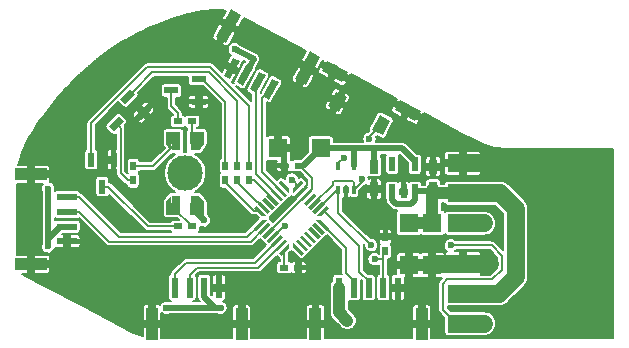
<source format=gbr>
G04 #@! TF.FileFunction,Copper,L2,Bot,Signal*
%FSLAX46Y46*%
G04 Gerber Fmt 4.6, Leading zero omitted, Abs format (unit mm)*
G04 Created by KiCad (PCBNEW 4.0.7-e2-6376~58~ubuntu14.04.1) date Wed Aug  8 14:24:41 2018*
%MOMM*%
%LPD*%
G01*
G04 APERTURE LIST*
%ADD10C,0.100000*%
%ADD11R,0.600000X1.700000*%
%ADD12R,1.000000X2.700000*%
%ADD13R,1.700000X0.600000*%
%ADD14R,2.700000X1.000000*%
%ADD15R,2.540000X1.500000*%
%ADD16R,0.750000X1.200000*%
%ADD17R,1.600000X1.600000*%
%ADD18R,1.200000X0.600000*%
%ADD19R,0.600000X1.200000*%
%ADD20R,0.300000X0.800000*%
%ADD21C,3.000000*%
%ADD22R,0.800000X1.600000*%
%ADD23R,1.200000X1.000000*%
%ADD24R,0.500000X0.800000*%
%ADD25R,0.800000X0.500000*%
%ADD26C,0.600000*%
%ADD27C,1.000000*%
%ADD28C,1.500000*%
%ADD29C,0.500000*%
%ADD30C,0.200000*%
G04 APERTURE END LIST*
D10*
D11*
X192540000Y-67690000D03*
X191290000Y-67690000D03*
X193790000Y-67690000D03*
X195040000Y-67690000D03*
D12*
X188040000Y-70740000D03*
X197040000Y-70740000D03*
D11*
X190040000Y-67690000D03*
X177375000Y-67700000D03*
X176125000Y-67700000D03*
X178625000Y-67700000D03*
X179875000Y-67700000D03*
D12*
X174200000Y-70750000D03*
X181800000Y-70750000D03*
D13*
X167000000Y-61275000D03*
X167000000Y-60025000D03*
X167000000Y-62525000D03*
X167000000Y-63775000D03*
D14*
X163950000Y-58100000D03*
X163950000Y-65700000D03*
D10*
G36*
X182489806Y-50904095D02*
X183287908Y-49403084D01*
X183817676Y-49684767D01*
X183019574Y-51185778D01*
X182489806Y-50904095D01*
X182489806Y-50904095D01*
G37*
G36*
X183593490Y-51490934D02*
X184391592Y-49989923D01*
X184921360Y-50271606D01*
X184123258Y-51772617D01*
X183593490Y-51490934D01*
X183593490Y-51490934D01*
G37*
G36*
X181386121Y-50317255D02*
X182184223Y-48816244D01*
X182713991Y-49097927D01*
X181915889Y-50598938D01*
X181386121Y-50317255D01*
X181386121Y-50317255D01*
G37*
G36*
X180282437Y-49730416D02*
X181080539Y-48229405D01*
X181610307Y-48511088D01*
X180812205Y-50012099D01*
X180282437Y-49730416D01*
X180282437Y-49730416D01*
G37*
G36*
X186313727Y-50049256D02*
X187581300Y-47665298D01*
X188464247Y-48134770D01*
X187196674Y-50518728D01*
X186313727Y-50049256D01*
X186313727Y-50049256D01*
G37*
G36*
X179603326Y-46481272D02*
X180870899Y-44097314D01*
X181753846Y-44566786D01*
X180486273Y-46950744D01*
X179603326Y-46481272D01*
X179603326Y-46481272D01*
G37*
D15*
X200500000Y-57160000D03*
X200500000Y-59700000D03*
X200500000Y-62240000D03*
X200520000Y-65660000D03*
X200520000Y-68200000D03*
X200520000Y-70740000D03*
D16*
X198000000Y-59350000D03*
X198000000Y-57450000D03*
X193000000Y-57450000D03*
X193000000Y-59350000D03*
D17*
X197940000Y-62200000D03*
X197940000Y-65800000D03*
X195940000Y-62200000D03*
X195940000Y-65800000D03*
X188490000Y-55900000D03*
X184890000Y-55900000D03*
D10*
G36*
X170550431Y-54025305D02*
X171398959Y-53176777D01*
X171823223Y-53601041D01*
X170974695Y-54449569D01*
X170550431Y-54025305D01*
X170550431Y-54025305D01*
G37*
G36*
X171505025Y-51727208D02*
X172353553Y-50878680D01*
X172777817Y-51302944D01*
X171929289Y-52151472D01*
X171505025Y-51727208D01*
X171505025Y-51727208D01*
G37*
G36*
X172848528Y-53070711D02*
X173697056Y-52222183D01*
X174121320Y-52646447D01*
X173272792Y-53494975D01*
X172848528Y-53070711D01*
X172848528Y-53070711D01*
G37*
D18*
X175850000Y-51000000D03*
X178150000Y-50050000D03*
X178150000Y-51950000D03*
D19*
X170000000Y-59150000D03*
X169050000Y-56850000D03*
X170950000Y-56850000D03*
D20*
X191290000Y-59390000D03*
X190640000Y-59390000D03*
X189990000Y-59390000D03*
X189990000Y-57390000D03*
X191290000Y-57390000D03*
D10*
G36*
X184939340Y-64769848D02*
X185575736Y-64133452D01*
X185787868Y-64345584D01*
X185151472Y-64981980D01*
X184939340Y-64769848D01*
X184939340Y-64769848D01*
G37*
G36*
X184585787Y-64416295D02*
X185434315Y-63567767D01*
X185646447Y-63779899D01*
X184797919Y-64628427D01*
X184585787Y-64416295D01*
X184585787Y-64416295D01*
G37*
G36*
X184232233Y-64062742D02*
X185080761Y-63214214D01*
X185292893Y-63426346D01*
X184444365Y-64274874D01*
X184232233Y-64062742D01*
X184232233Y-64062742D01*
G37*
G36*
X183878680Y-63709188D02*
X184727208Y-62860660D01*
X184939340Y-63072792D01*
X184090812Y-63921320D01*
X183878680Y-63709188D01*
X183878680Y-63709188D01*
G37*
G36*
X183525126Y-63355635D02*
X184373654Y-62507107D01*
X184585786Y-62719239D01*
X183737258Y-63567767D01*
X183525126Y-63355635D01*
X183525126Y-63355635D01*
G37*
G36*
X183171573Y-63002081D02*
X184020101Y-62153553D01*
X184232233Y-62365685D01*
X183383705Y-63214213D01*
X183171573Y-63002081D01*
X183171573Y-63002081D01*
G37*
G36*
X182818020Y-62648528D02*
X183454416Y-62012132D01*
X183666548Y-62224264D01*
X183030152Y-62860660D01*
X182818020Y-62648528D01*
X182818020Y-62648528D01*
G37*
G36*
X183030152Y-60739340D02*
X183666548Y-61375736D01*
X183454416Y-61587868D01*
X182818020Y-60951472D01*
X183030152Y-60739340D01*
X183030152Y-60739340D01*
G37*
G36*
X183383705Y-60385787D02*
X184232233Y-61234315D01*
X184020101Y-61446447D01*
X183171573Y-60597919D01*
X183383705Y-60385787D01*
X183383705Y-60385787D01*
G37*
G36*
X183737258Y-60032233D02*
X184585786Y-60880761D01*
X184373654Y-61092893D01*
X183525126Y-60244365D01*
X183737258Y-60032233D01*
X183737258Y-60032233D01*
G37*
G36*
X184090812Y-59678680D02*
X184939340Y-60527208D01*
X184727208Y-60739340D01*
X183878680Y-59890812D01*
X184090812Y-59678680D01*
X184090812Y-59678680D01*
G37*
G36*
X184444365Y-59325126D02*
X185292893Y-60173654D01*
X185080761Y-60385786D01*
X184232233Y-59537258D01*
X184444365Y-59325126D01*
X184444365Y-59325126D01*
G37*
G36*
X184797919Y-58971573D02*
X185646447Y-59820101D01*
X185434315Y-60032233D01*
X184585787Y-59183705D01*
X184797919Y-58971573D01*
X184797919Y-58971573D01*
G37*
G36*
X185151472Y-58618020D02*
X185787868Y-59254416D01*
X185575736Y-59466548D01*
X184939340Y-58830152D01*
X185151472Y-58618020D01*
X185151472Y-58618020D01*
G37*
G36*
X186212132Y-59254416D02*
X186848528Y-58618020D01*
X187060660Y-58830152D01*
X186424264Y-59466548D01*
X186212132Y-59254416D01*
X186212132Y-59254416D01*
G37*
G36*
X186353553Y-59820101D02*
X187202081Y-58971573D01*
X187414213Y-59183705D01*
X186565685Y-60032233D01*
X186353553Y-59820101D01*
X186353553Y-59820101D01*
G37*
G36*
X186707107Y-60173654D02*
X187555635Y-59325126D01*
X187767767Y-59537258D01*
X186919239Y-60385786D01*
X186707107Y-60173654D01*
X186707107Y-60173654D01*
G37*
G36*
X187060660Y-60527208D02*
X187909188Y-59678680D01*
X188121320Y-59890812D01*
X187272792Y-60739340D01*
X187060660Y-60527208D01*
X187060660Y-60527208D01*
G37*
G36*
X187414214Y-60880761D02*
X188262742Y-60032233D01*
X188474874Y-60244365D01*
X187626346Y-61092893D01*
X187414214Y-60880761D01*
X187414214Y-60880761D01*
G37*
G36*
X187767767Y-61234315D02*
X188616295Y-60385787D01*
X188828427Y-60597919D01*
X187979899Y-61446447D01*
X187767767Y-61234315D01*
X187767767Y-61234315D01*
G37*
G36*
X188333452Y-61375736D02*
X188969848Y-60739340D01*
X189181980Y-60951472D01*
X188545584Y-61587868D01*
X188333452Y-61375736D01*
X188333452Y-61375736D01*
G37*
G36*
X188545584Y-62012132D02*
X189181980Y-62648528D01*
X188969848Y-62860660D01*
X188333452Y-62224264D01*
X188545584Y-62012132D01*
X188545584Y-62012132D01*
G37*
G36*
X187979899Y-62153553D02*
X188828427Y-63002081D01*
X188616295Y-63214213D01*
X187767767Y-62365685D01*
X187979899Y-62153553D01*
X187979899Y-62153553D01*
G37*
G36*
X187626346Y-62507107D02*
X188474874Y-63355635D01*
X188262742Y-63567767D01*
X187414214Y-62719239D01*
X187626346Y-62507107D01*
X187626346Y-62507107D01*
G37*
G36*
X187272792Y-62860660D02*
X188121320Y-63709188D01*
X187909188Y-63921320D01*
X187060660Y-63072792D01*
X187272792Y-62860660D01*
X187272792Y-62860660D01*
G37*
G36*
X186919239Y-63214214D02*
X187767767Y-64062742D01*
X187555635Y-64274874D01*
X186707107Y-63426346D01*
X186919239Y-63214214D01*
X186919239Y-63214214D01*
G37*
G36*
X186565685Y-63567767D02*
X187414213Y-64416295D01*
X187202081Y-64628427D01*
X186353553Y-63779899D01*
X186565685Y-63567767D01*
X186565685Y-63567767D01*
G37*
G36*
X186424264Y-64133452D02*
X187060660Y-64769848D01*
X186848528Y-64981980D01*
X186212132Y-64345584D01*
X186424264Y-64133452D01*
X186424264Y-64133452D01*
G37*
G36*
X185257538Y-64451651D02*
X185823224Y-63885965D01*
X185823224Y-64310229D01*
X185681802Y-64451651D01*
X185257538Y-64451651D01*
X185257538Y-64451651D01*
G37*
G36*
X186176776Y-63885965D02*
X186742462Y-64451651D01*
X186318198Y-64451651D01*
X186176776Y-64310229D01*
X186176776Y-63885965D01*
X186176776Y-63885965D01*
G37*
G36*
X185823224Y-59714035D02*
X185257538Y-59148349D01*
X185681802Y-59148349D01*
X185823224Y-59289771D01*
X185823224Y-59714035D01*
X185823224Y-59714035D01*
G37*
G36*
X186742462Y-59148349D02*
X186176776Y-59714035D01*
X186176776Y-59289771D01*
X186318198Y-59148349D01*
X186742462Y-59148349D01*
X186742462Y-59148349D01*
G37*
G36*
X183914035Y-61976776D02*
X183348349Y-62542462D01*
X183348349Y-62118198D01*
X183489771Y-61976776D01*
X183914035Y-61976776D01*
X183914035Y-61976776D01*
G37*
G36*
X183348349Y-61057538D02*
X183914035Y-61623224D01*
X183489771Y-61623224D01*
X183348349Y-61481802D01*
X183348349Y-61057538D01*
X183348349Y-61057538D01*
G37*
G36*
X188085965Y-61623224D02*
X188651651Y-61057538D01*
X188651651Y-61481802D01*
X188510229Y-61623224D01*
X188085965Y-61623224D01*
X188085965Y-61623224D01*
G37*
G36*
X188651651Y-62542462D02*
X188085965Y-61976776D01*
X188510229Y-61976776D01*
X188651651Y-62118198D01*
X188651651Y-62542462D01*
X188651651Y-62542462D01*
G37*
G36*
X189129708Y-52336238D02*
X189786968Y-51100111D01*
X190669916Y-51569582D01*
X190012656Y-52805709D01*
X189129708Y-52336238D01*
X189129708Y-52336238D01*
G37*
G36*
X192838088Y-54308018D02*
X193495348Y-53071891D01*
X194378296Y-53541362D01*
X193721036Y-54777489D01*
X192838088Y-54308018D01*
X192838088Y-54308018D01*
G37*
G36*
X188555366Y-49369314D02*
X189024837Y-48486367D01*
X190790732Y-49425310D01*
X190321261Y-50308257D01*
X188555366Y-49369314D01*
X188555366Y-49369314D01*
G37*
G36*
X194735999Y-52655615D02*
X195205470Y-51772668D01*
X196971365Y-52711611D01*
X196501894Y-53594558D01*
X194735999Y-52655615D01*
X194735999Y-52655615D01*
G37*
D21*
X177000000Y-58000000D03*
D22*
X176200000Y-60700000D03*
X177800000Y-60700000D03*
X176200000Y-55300000D03*
X177800000Y-55300000D03*
D23*
X176000000Y-55000000D03*
X178000000Y-55000000D03*
X176000000Y-61000000D03*
X178000000Y-61000000D03*
D10*
G36*
X175400000Y-55450000D02*
X175800000Y-54900000D01*
X175800000Y-56100000D01*
X175400000Y-55550000D01*
X175400000Y-55450000D01*
X175400000Y-55450000D01*
G37*
G36*
X178600000Y-55550000D02*
X178200000Y-56100000D01*
X178200000Y-54900000D01*
X178600000Y-55450000D01*
X178600000Y-55550000D01*
X178600000Y-55550000D01*
G37*
G36*
X175400000Y-60450000D02*
X175800000Y-59900000D01*
X175800000Y-61100000D01*
X175400000Y-60550000D01*
X175400000Y-60450000D01*
X175400000Y-60450000D01*
G37*
G36*
X178600000Y-60550000D02*
X178200000Y-61100000D01*
X178200000Y-59900000D01*
X178600000Y-60450000D01*
X178600000Y-60550000D01*
X178600000Y-60550000D01*
G37*
D24*
X182400000Y-57400000D03*
X182400000Y-58600000D03*
X181400000Y-57400000D03*
X181400000Y-58600000D03*
X180400000Y-57400000D03*
X180400000Y-58600000D03*
D25*
X185400000Y-66000000D03*
X186600000Y-66000000D03*
X177600000Y-62500000D03*
X176400000Y-62500000D03*
D24*
X172600000Y-57400000D03*
X172600000Y-58600000D03*
D25*
X177600000Y-53600000D03*
X176400000Y-53600000D03*
D19*
X195500000Y-59550000D03*
X196450000Y-59550000D03*
X194550000Y-59550000D03*
X194550000Y-57250000D03*
X196450000Y-57250000D03*
D24*
X193940000Y-64590000D03*
X193940000Y-63390000D03*
D25*
X186615000Y-57390000D03*
X185415000Y-57390000D03*
D26*
X190740000Y-70490000D03*
X190040000Y-69790000D03*
X200520000Y-68200000D03*
X202300000Y-68200000D03*
X200520000Y-59700000D03*
X202300000Y-59700000D03*
X165400000Y-59310002D03*
X181200000Y-47500000D03*
X175410002Y-69400000D03*
X165400000Y-64200000D03*
X180000000Y-69400000D03*
X178600000Y-62000000D03*
X180400000Y-61800000D03*
X200500000Y-57160000D03*
X202300000Y-57160000D03*
X202797522Y-65661718D03*
X199997047Y-65660163D03*
X193040000Y-65290000D03*
X185480213Y-62461224D03*
X191940000Y-58490000D03*
X200520000Y-62240000D03*
X202300000Y-62240000D03*
X192754788Y-64100000D03*
X199500000Y-64100000D03*
X200520000Y-70740000D03*
X202300000Y-70740000D03*
X186040000Y-58540011D03*
X190440000Y-56690000D03*
X192610000Y-55090000D03*
D27*
X197940000Y-62200000D02*
X197940000Y-59410000D01*
X197940000Y-59410000D02*
X198000000Y-59350000D01*
X195940000Y-62200000D02*
X197940000Y-62200000D01*
X190040000Y-69790000D02*
X190740000Y-70490000D01*
X190040000Y-67690000D02*
X190040000Y-69790000D01*
D28*
X202300000Y-68200000D02*
X203600000Y-68200000D01*
X203700000Y-59700000D02*
X202300000Y-59700000D01*
X203600000Y-68200000D02*
X205000000Y-66800000D01*
X205000000Y-66800000D02*
X205000000Y-61000000D01*
X205000000Y-61000000D02*
X203700000Y-59700000D01*
X202300000Y-68200000D02*
X201300000Y-68200000D01*
X201300000Y-68200000D02*
X200520000Y-68200000D01*
D27*
X198100000Y-59850000D02*
X198250000Y-59700000D01*
X198250000Y-59700000D02*
X200520000Y-59700000D01*
D29*
X200520000Y-59700000D02*
X198300000Y-59700000D01*
X198300000Y-59700000D02*
X198000000Y-59400000D01*
X196450000Y-59550000D02*
X197850000Y-59550000D01*
X197850000Y-59550000D02*
X198000000Y-59400000D01*
X194550000Y-59550000D02*
X194550000Y-60310002D01*
X196450000Y-60310002D02*
X196450000Y-59550000D01*
X194550000Y-60310002D02*
X194839999Y-60600001D01*
X194839999Y-60600001D02*
X196160001Y-60600001D01*
X196160001Y-60600001D02*
X196450000Y-60310002D01*
D28*
X200520000Y-59700000D02*
X202300000Y-59700000D01*
D29*
X181200000Y-47500000D02*
X182800000Y-48300000D01*
X165400000Y-63575000D02*
X165400000Y-59310002D01*
X182800000Y-48300000D02*
X182200000Y-49500000D01*
X182200000Y-49500000D02*
X182121426Y-49625654D01*
X165400000Y-64200000D02*
X165400000Y-63575000D01*
X165400000Y-63575000D02*
X166450000Y-62525000D01*
X166450000Y-62525000D02*
X167000000Y-62525000D01*
X175410002Y-69400000D02*
X179575736Y-69400000D01*
X180000000Y-69400000D02*
X179575736Y-69400000D01*
X179575736Y-69400000D02*
X178625000Y-68449264D01*
X178625000Y-68449264D02*
X178625000Y-67800000D01*
X178000000Y-61000000D02*
X178000000Y-61400000D01*
X178000000Y-61400000D02*
X178600000Y-62000000D01*
D27*
X189500000Y-49300000D02*
X189673049Y-49397312D01*
X195940000Y-65800000D02*
X197940000Y-65800000D01*
D29*
X185415000Y-57390000D02*
X185415000Y-56425000D01*
X185415000Y-56425000D02*
X184890000Y-55900000D01*
D30*
X185415000Y-57840000D02*
X185415000Y-57390000D01*
X185515008Y-57940008D02*
X185415000Y-57840000D01*
X186594796Y-57940008D02*
X185515008Y-57940008D01*
X187360670Y-58705882D02*
X186594796Y-57940008D01*
X179700000Y-52700000D02*
X179700000Y-61100000D01*
X179700000Y-61100000D02*
X180400000Y-61800000D01*
X178150000Y-51950000D02*
X178950000Y-51950000D01*
X178950000Y-51950000D02*
X179700000Y-52700000D01*
D28*
X200520000Y-65660000D02*
X198460000Y-65660000D01*
X202798062Y-65662258D02*
X202797522Y-65661718D01*
X200500000Y-57160000D02*
X202300000Y-57160000D01*
X199997047Y-65660163D02*
X202795967Y-65660163D01*
X202795967Y-65660163D02*
X202797522Y-65661718D01*
D30*
X195100000Y-67600000D02*
X195200000Y-67700000D01*
X187360670Y-59025116D02*
X187360670Y-58705882D01*
X186883883Y-59501903D02*
X187360670Y-59025116D01*
D29*
X191240000Y-55900000D02*
X191690000Y-55900000D01*
X191690000Y-55900000D02*
X193000000Y-55900000D01*
X188490000Y-55900000D02*
X191690000Y-55900000D01*
X186615000Y-57390000D02*
X187000000Y-57390000D01*
X187000000Y-57390000D02*
X188490000Y-55900000D01*
X191290000Y-57390000D02*
X191290000Y-55950000D01*
X191290000Y-55950000D02*
X191240000Y-55900000D01*
D30*
X186765000Y-57390000D02*
X187760681Y-58385681D01*
X186615000Y-57390000D02*
X186765000Y-57390000D01*
D29*
X193000000Y-55900000D02*
X195400000Y-55900000D01*
X193000000Y-55900000D02*
X193000000Y-57400000D01*
X195400000Y-55900000D02*
X196450000Y-56950000D01*
X196450000Y-56950000D02*
X196450000Y-57250000D01*
X196450000Y-57550000D02*
X196450000Y-57250000D01*
D30*
X187760681Y-59332212D02*
X187732411Y-59360482D01*
X187732411Y-59360482D02*
X187237437Y-59855456D01*
X187760681Y-58385681D02*
X187760681Y-59332212D01*
X184550430Y-62542463D02*
X187237437Y-59855456D01*
X184055456Y-63037437D02*
X184550430Y-62542463D01*
X193790000Y-65290000D02*
X193790000Y-64740000D01*
X193790000Y-67690000D02*
X193790000Y-65290000D01*
X193790000Y-65290000D02*
X193040000Y-65290000D01*
X193790000Y-64740000D02*
X193940000Y-64590000D01*
X193790000Y-67140000D02*
X193790000Y-67690000D01*
X193950000Y-67700000D02*
X193950000Y-67150000D01*
X185338776Y-62461224D02*
X185480213Y-62461224D01*
X184409010Y-63390990D02*
X185338776Y-62461224D01*
X177600000Y-62500000D02*
X176100000Y-61000000D01*
X176100000Y-61000000D02*
X176000000Y-61000000D01*
X172600000Y-57400000D02*
X174300000Y-57400000D01*
X174300000Y-57400000D02*
X176000000Y-55700000D01*
X176000000Y-55700000D02*
X176000000Y-55000000D01*
X177600000Y-53600000D02*
X177600000Y-54600000D01*
X177600000Y-54600000D02*
X178000000Y-55000000D01*
X183225110Y-58318003D02*
X184762563Y-59855456D01*
X183000000Y-51700000D02*
X183000000Y-50294431D01*
X183000000Y-58100000D02*
X183000000Y-51700000D01*
X183218003Y-58318003D02*
X183000000Y-58100000D01*
X183225110Y-58318003D02*
X183218003Y-58318003D01*
X183500000Y-51638695D02*
X184257425Y-50881270D01*
X185116117Y-59501903D02*
X183500000Y-57885786D01*
X183500000Y-57885786D02*
X183500000Y-51638695D01*
X167000000Y-61275000D02*
X168050000Y-61275000D01*
X170575000Y-63800000D02*
X182585786Y-63800000D01*
X182585786Y-63800000D02*
X183701903Y-62683883D01*
X168050000Y-61275000D02*
X170575000Y-63800000D01*
X167000000Y-60025000D02*
X168050000Y-60025000D01*
X171425000Y-63400000D02*
X182278680Y-63400000D01*
X182278680Y-63400000D02*
X183242284Y-62436396D01*
X168050000Y-60025000D02*
X171425000Y-63400000D01*
X178000000Y-66000000D02*
X177375000Y-66625000D01*
X177375000Y-66625000D02*
X177375000Y-67800000D01*
X183214214Y-66000000D02*
X178000000Y-66000000D01*
X185116117Y-64098097D02*
X183214214Y-66000000D01*
X177100000Y-65600000D02*
X176125000Y-66575000D01*
X176125000Y-66575000D02*
X176125000Y-67800000D01*
X182907107Y-65600000D02*
X177100000Y-65600000D01*
X184762563Y-63744544D02*
X182907107Y-65600000D01*
X175850000Y-52350000D02*
X176400000Y-52900000D01*
X176400000Y-52900000D02*
X176400000Y-53600000D01*
X175850000Y-51000000D02*
X175850000Y-52350000D01*
X171186827Y-53813173D02*
X171550001Y-54176347D01*
X171550001Y-54176347D02*
X171550001Y-58000001D01*
X171550001Y-58000001D02*
X172150000Y-58600000D01*
X172150000Y-58600000D02*
X172600000Y-58600000D01*
X172600000Y-58750000D02*
X172600000Y-58600000D01*
X180400000Y-58750000D02*
X180400000Y-58600000D01*
X182813604Y-61163604D02*
X180400000Y-58750000D01*
X183242284Y-61163604D02*
X182813604Y-61163604D01*
X183701903Y-60916117D02*
X183206929Y-60421143D01*
X183206929Y-60421143D02*
X183071143Y-60421143D01*
X183071143Y-60421143D02*
X181400000Y-58750000D01*
X181400000Y-58750000D02*
X181400000Y-58600000D01*
X182850000Y-58600000D02*
X184409010Y-60159010D01*
X184409010Y-60159010D02*
X184409010Y-60209010D01*
X182400000Y-58600000D02*
X182850000Y-58600000D01*
X189540000Y-58749998D02*
X189540000Y-58967107D01*
X189540000Y-58967107D02*
X187944544Y-60562563D01*
X191189999Y-58689999D02*
X189599999Y-58689999D01*
X189599999Y-58689999D02*
X189540000Y-58749998D01*
X191290000Y-59390000D02*
X191290000Y-58790000D01*
X191290000Y-58790000D02*
X191189999Y-58689999D01*
X191940000Y-58490000D02*
X191940000Y-58740000D01*
X191940000Y-58740000D02*
X191290000Y-59390000D01*
D28*
X200520000Y-62240000D02*
X202300000Y-62240000D01*
D30*
X188298097Y-60916117D02*
X189824214Y-59390000D01*
X189824214Y-59390000D02*
X189990000Y-59390000D01*
X192754788Y-64100000D02*
X189990000Y-61335212D01*
X189990000Y-61335212D02*
X189990000Y-59390000D01*
X189990000Y-59390000D02*
X189990000Y-59640000D01*
X199500000Y-64100000D02*
X202950000Y-64100000D01*
X202950000Y-64100000D02*
X203848071Y-64998071D01*
X203848071Y-64998071D02*
X203848071Y-66097187D01*
X203848071Y-66097187D02*
X203840000Y-66105258D01*
X203840000Y-66160000D02*
X203000000Y-67000000D01*
X203840000Y-66105258D02*
X203840000Y-66160000D01*
X198840000Y-69580000D02*
X200000000Y-70740000D01*
X203000000Y-67000000D02*
X199200000Y-67000000D01*
X199200000Y-67000000D02*
X198840000Y-67360000D01*
X198840000Y-67360000D02*
X198840000Y-69580000D01*
X200000000Y-70740000D02*
X200520000Y-70740000D01*
X200520000Y-70670002D02*
X200520000Y-70740000D01*
D28*
X200520000Y-70740000D02*
X202300000Y-70740000D01*
D30*
X185400000Y-66000000D02*
X185400000Y-64594112D01*
X185400000Y-64594112D02*
X185363604Y-64557716D01*
X178150000Y-50050000D02*
X178450000Y-50050000D01*
X178450000Y-50050000D02*
X180400000Y-52000000D01*
X180400000Y-52000000D02*
X180400000Y-56800000D01*
X180400000Y-56800000D02*
X180400000Y-57400000D01*
X181400000Y-57400000D02*
X181400000Y-51859998D01*
X181400000Y-51859998D02*
X178990001Y-49449999D01*
X178990001Y-49449999D02*
X174206498Y-49449999D01*
X174206498Y-49449999D02*
X172636395Y-51020102D01*
X172636395Y-51020102D02*
X172141421Y-51515076D01*
X170000000Y-59150000D02*
X170500000Y-59150000D01*
X170500000Y-59150000D02*
X173850000Y-62500000D01*
X173850000Y-62500000D02*
X175800000Y-62500000D01*
X175800000Y-62500000D02*
X176400000Y-62500000D01*
X179127742Y-49000000D02*
X173807953Y-49000000D01*
X173807953Y-49000000D02*
X169050000Y-53757953D01*
X169050000Y-53757953D02*
X169050000Y-56050000D01*
X169050000Y-56050000D02*
X169050000Y-56850000D01*
X182400000Y-57400000D02*
X182400000Y-52272258D01*
X182400000Y-52272258D02*
X179127742Y-49000000D01*
X186353553Y-58853564D02*
X186040000Y-58540011D01*
X186353553Y-59325126D02*
X186353553Y-58853564D01*
X189990000Y-57390000D02*
X189990000Y-57140000D01*
X189990000Y-57140000D02*
X190440000Y-56690000D01*
X189990000Y-57390000D02*
X189990000Y-57340000D01*
X192610000Y-55090000D02*
X192610000Y-54922882D01*
X192610000Y-54922882D02*
X193608192Y-53924690D01*
X193300000Y-54370527D02*
X193744826Y-53925701D01*
X191740000Y-64145888D02*
X188757716Y-61163604D01*
X191740000Y-66340000D02*
X191740000Y-64145888D01*
X192540000Y-67690000D02*
X192540000Y-67140000D01*
X192540000Y-67140000D02*
X191740000Y-66340000D01*
X190640000Y-64318680D02*
X188757716Y-62436396D01*
X188757716Y-62507090D02*
X188757716Y-62436396D01*
X190640000Y-66490000D02*
X190640000Y-64318680D01*
X191290000Y-67140000D02*
X190640000Y-66490000D01*
X191290000Y-67690000D02*
X191290000Y-67140000D01*
X187294544Y-63744544D02*
X187237437Y-63744544D01*
G36*
X180145677Y-44214059D02*
X180429162Y-44243903D01*
X180451161Y-44247709D01*
X180124806Y-44861494D01*
X180155817Y-44962925D01*
X180575217Y-45185924D01*
X180584607Y-45168265D01*
X181026080Y-45403001D01*
X181016691Y-45420660D01*
X181436091Y-45643659D01*
X181537522Y-45612648D01*
X181950226Y-44836464D01*
X187250665Y-47648116D01*
X186835207Y-48429478D01*
X186866218Y-48530909D01*
X187285618Y-48753908D01*
X187295008Y-48736249D01*
X187736481Y-48970985D01*
X187727092Y-48988644D01*
X188146492Y-49211643D01*
X188247923Y-49180632D01*
X188664115Y-48397889D01*
X188717151Y-48426023D01*
X188677795Y-48500041D01*
X188708806Y-48601472D01*
X189569680Y-49059207D01*
X189579070Y-49041548D01*
X190020543Y-49276284D01*
X190011154Y-49293943D01*
X190872028Y-49751678D01*
X190973459Y-49720667D01*
X191014008Y-49644405D01*
X194900996Y-51706283D01*
X194858428Y-51786342D01*
X194889439Y-51887773D01*
X195750313Y-52345508D01*
X195759703Y-52327849D01*
X196201176Y-52562585D01*
X196191787Y-52580244D01*
X197052661Y-53037979D01*
X197154092Y-53006968D01*
X197197853Y-52924666D01*
X200277924Y-54558509D01*
X200277961Y-54558529D01*
X200610402Y-54734935D01*
X200610436Y-54734949D01*
X200610892Y-54735194D01*
X200918546Y-54897823D01*
X200918623Y-54897855D01*
X200920072Y-54898624D01*
X201205680Y-55047804D01*
X201205754Y-55047834D01*
X201208486Y-55049254D01*
X201474808Y-55185316D01*
X201474816Y-55185319D01*
X201479143Y-55187493D01*
X201728921Y-55310767D01*
X201729817Y-55311105D01*
X201730641Y-55311611D01*
X201735050Y-55313719D01*
X201971041Y-55424539D01*
X201972965Y-55425222D01*
X201974730Y-55426245D01*
X201979191Y-55428240D01*
X202204136Y-55526933D01*
X202207150Y-55527917D01*
X202209940Y-55529417D01*
X202214463Y-55531268D01*
X202431122Y-55618169D01*
X202435218Y-55619363D01*
X202439057Y-55621241D01*
X202443647Y-55622917D01*
X202654760Y-55698352D01*
X202659839Y-55699624D01*
X202664637Y-55701716D01*
X202669296Y-55703190D01*
X202877622Y-55767497D01*
X202883468Y-55768692D01*
X202889049Y-55770813D01*
X202893774Y-55772062D01*
X203102057Y-55825566D01*
X203108349Y-55826541D01*
X203114411Y-55828502D01*
X203119193Y-55829512D01*
X203330182Y-55872545D01*
X203336538Y-55873205D01*
X203342712Y-55874864D01*
X203347538Y-55875632D01*
X203563989Y-55908528D01*
X203570032Y-55908849D01*
X203575942Y-55910134D01*
X203580800Y-55910668D01*
X203805457Y-55933754D01*
X203810859Y-55933779D01*
X203816185Y-55934690D01*
X203821062Y-55935005D01*
X204056674Y-55948608D01*
X204061203Y-55948426D01*
X204065704Y-55949013D01*
X204070589Y-55949134D01*
X204319914Y-55953593D01*
X204320600Y-55953538D01*
X204321285Y-55953615D01*
X204326172Y-55953649D01*
X213253350Y-55953649D01*
X213253358Y-71938768D01*
X197840000Y-71938768D01*
X197840000Y-71065000D01*
X197765000Y-70990000D01*
X197290000Y-70990000D01*
X197290000Y-71010000D01*
X196790000Y-71010000D01*
X196790000Y-70990000D01*
X196315000Y-70990000D01*
X196240000Y-71065000D01*
X196240000Y-71938768D01*
X188840000Y-71938768D01*
X188840000Y-71065000D01*
X188765000Y-70990000D01*
X188290000Y-70990000D01*
X188290000Y-71010000D01*
X187790000Y-71010000D01*
X187790000Y-70990000D01*
X187315000Y-70990000D01*
X187240000Y-71065000D01*
X187240000Y-71938768D01*
X182600000Y-71938768D01*
X182600000Y-71075000D01*
X182525000Y-71000000D01*
X182050000Y-71000000D01*
X182050000Y-71020000D01*
X181550000Y-71020000D01*
X181550000Y-71000000D01*
X181075000Y-71000000D01*
X181000000Y-71075000D01*
X181000000Y-71938768D01*
X175000000Y-71938768D01*
X175000000Y-71075000D01*
X174925000Y-71000000D01*
X174450000Y-71000000D01*
X174450000Y-71020000D01*
X173950000Y-71020000D01*
X173950000Y-71000000D01*
X173475000Y-71000000D01*
X173400000Y-71075000D01*
X173400000Y-71784152D01*
X173218193Y-71735430D01*
X172902373Y-71630151D01*
X172591626Y-71507582D01*
X172287204Y-71370136D01*
X171987516Y-71218839D01*
X168502995Y-69370452D01*
X173400000Y-69370452D01*
X173400000Y-70425000D01*
X173475000Y-70500000D01*
X173950000Y-70500000D01*
X173950000Y-69175000D01*
X173875000Y-69100000D01*
X173670453Y-69100000D01*
X173612494Y-69111529D01*
X173557897Y-69134143D01*
X173508761Y-69166975D01*
X173466975Y-69208761D01*
X173434144Y-69257896D01*
X173411529Y-69312493D01*
X173400000Y-69370452D01*
X168502995Y-69370452D01*
X163611109Y-66775520D01*
X163403691Y-66652336D01*
X163233129Y-66525148D01*
X163206533Y-66500000D01*
X163625000Y-66500000D01*
X163700000Y-66425000D01*
X163700000Y-65950000D01*
X164200000Y-65950000D01*
X164200000Y-66425000D01*
X164275000Y-66500000D01*
X165329548Y-66500000D01*
X165387507Y-66488471D01*
X165442104Y-66465856D01*
X165491239Y-66433025D01*
X165533025Y-66391239D01*
X165565857Y-66342103D01*
X165588471Y-66287506D01*
X165600000Y-66229547D01*
X165600000Y-66025000D01*
X165525000Y-65950000D01*
X164200000Y-65950000D01*
X163700000Y-65950000D01*
X163680000Y-65950000D01*
X163680000Y-65450000D01*
X163700000Y-65450000D01*
X163700000Y-64975000D01*
X164200000Y-64975000D01*
X164200000Y-65450000D01*
X165525000Y-65450000D01*
X165600000Y-65375000D01*
X165600000Y-65170453D01*
X165588471Y-65112494D01*
X165565857Y-65057897D01*
X165533025Y-65008761D01*
X165491239Y-64966975D01*
X165442104Y-64934144D01*
X165387507Y-64911529D01*
X165329548Y-64900000D01*
X164275000Y-64900000D01*
X164200000Y-64975000D01*
X163700000Y-64975000D01*
X163625000Y-64900000D01*
X162785487Y-64900000D01*
X162785487Y-58900000D01*
X163625000Y-58900000D01*
X163700000Y-58825000D01*
X163700000Y-58350000D01*
X164200000Y-58350000D01*
X164200000Y-58825000D01*
X164275000Y-58900000D01*
X164961089Y-58900000D01*
X164938150Y-58922463D01*
X164871672Y-59019551D01*
X164825318Y-59127702D01*
X164800854Y-59242797D01*
X164799211Y-59360452D01*
X164820452Y-59476185D01*
X164850000Y-59550814D01*
X164850000Y-63960113D01*
X164825318Y-64017700D01*
X164800854Y-64132795D01*
X164799211Y-64250450D01*
X164820452Y-64366183D01*
X164863768Y-64475586D01*
X164927509Y-64574492D01*
X165009247Y-64659134D01*
X165105868Y-64726287D01*
X165213693Y-64773395D01*
X165328614Y-64798662D01*
X165446254Y-64801126D01*
X165562133Y-64780694D01*
X165671835Y-64738143D01*
X165771184Y-64675094D01*
X165856395Y-64593949D01*
X165924221Y-64497799D01*
X165972080Y-64390306D01*
X165986555Y-64326596D01*
X166007896Y-64340856D01*
X166062493Y-64363471D01*
X166120452Y-64375000D01*
X166675000Y-64375000D01*
X166750000Y-64300000D01*
X166750000Y-63925000D01*
X167250000Y-63925000D01*
X167250000Y-64300000D01*
X167325000Y-64375000D01*
X167879548Y-64375000D01*
X167937507Y-64363471D01*
X167992104Y-64340856D01*
X168041239Y-64308025D01*
X168083025Y-64266239D01*
X168115857Y-64217103D01*
X168138471Y-64162506D01*
X168150000Y-64104547D01*
X168150000Y-64000000D01*
X168075000Y-63925000D01*
X167250000Y-63925000D01*
X166750000Y-63925000D01*
X166730000Y-63925000D01*
X166730000Y-63625000D01*
X166750000Y-63625000D01*
X166750000Y-63250000D01*
X167250000Y-63250000D01*
X167250000Y-63625000D01*
X168075000Y-63625000D01*
X168150000Y-63550000D01*
X168150000Y-63445453D01*
X168138471Y-63387494D01*
X168115857Y-63332897D01*
X168083025Y-63283761D01*
X168041239Y-63241975D01*
X167992104Y-63209144D01*
X167937507Y-63186529D01*
X167879548Y-63175000D01*
X167325000Y-63175000D01*
X167250000Y-63250000D01*
X166750000Y-63250000D01*
X166675000Y-63175000D01*
X166577818Y-63175000D01*
X166626367Y-63126451D01*
X167850000Y-63126451D01*
X167897774Y-63122641D01*
X167978803Y-63097548D01*
X168049634Y-63050874D01*
X168104657Y-62986315D01*
X168139516Y-62908982D01*
X168151451Y-62825000D01*
X168151451Y-62225000D01*
X168147641Y-62177226D01*
X168122548Y-62096197D01*
X168075874Y-62025366D01*
X168011315Y-61970343D01*
X167933982Y-61935484D01*
X167850000Y-61923549D01*
X166150000Y-61923549D01*
X166102226Y-61927359D01*
X166021197Y-61952452D01*
X165950366Y-61999126D01*
X165950000Y-61999555D01*
X165950000Y-61796686D01*
X165988685Y-61829657D01*
X166066018Y-61864516D01*
X166150000Y-61876451D01*
X167850000Y-61876451D01*
X167897774Y-61872641D01*
X167978803Y-61847548D01*
X168025856Y-61816542D01*
X170292157Y-64082843D01*
X170320742Y-64106323D01*
X170349013Y-64130045D01*
X170350855Y-64131058D01*
X170352482Y-64132394D01*
X170385053Y-64149858D01*
X170417423Y-64167654D01*
X170419429Y-64168290D01*
X170421282Y-64169284D01*
X170456579Y-64180075D01*
X170491835Y-64191259D01*
X170493929Y-64191494D01*
X170495938Y-64192108D01*
X170532642Y-64195836D01*
X170569415Y-64199961D01*
X170573533Y-64199990D01*
X170573604Y-64199997D01*
X170573670Y-64199991D01*
X170575000Y-64200000D01*
X182585786Y-64200000D01*
X182622570Y-64196393D01*
X182659366Y-64193174D01*
X182661385Y-64192587D01*
X182663480Y-64192382D01*
X182698863Y-64181699D01*
X182734333Y-64171394D01*
X182736201Y-64170426D01*
X182738214Y-64169818D01*
X182770844Y-64152469D01*
X182803641Y-64135468D01*
X182805284Y-64134156D01*
X182807143Y-64133168D01*
X182835797Y-64109798D01*
X182864652Y-64086764D01*
X182867582Y-64083876D01*
X182867640Y-64083828D01*
X182867685Y-64083774D01*
X182868629Y-64082843D01*
X183347324Y-63604149D01*
X183524100Y-63780925D01*
X183560575Y-63812012D01*
X183607933Y-63836974D01*
X183614577Y-63854523D01*
X183665522Y-63922346D01*
X183842299Y-64099123D01*
X182741421Y-65200000D01*
X177100000Y-65200000D01*
X177063216Y-65203607D01*
X177026420Y-65206826D01*
X177024401Y-65207413D01*
X177022306Y-65207618D01*
X176986923Y-65218301D01*
X176951453Y-65228606D01*
X176949585Y-65229574D01*
X176947572Y-65230182D01*
X176914963Y-65247521D01*
X176882144Y-65264532D01*
X176880499Y-65265845D01*
X176878643Y-65266832D01*
X176850011Y-65290184D01*
X176821134Y-65313236D01*
X176818204Y-65316124D01*
X176818146Y-65316172D01*
X176818101Y-65316226D01*
X176817157Y-65317157D01*
X175842157Y-66292157D01*
X175818677Y-66320742D01*
X175794955Y-66349013D01*
X175793942Y-66350855D01*
X175792606Y-66352482D01*
X175775142Y-66385053D01*
X175757346Y-66417423D01*
X175756710Y-66419429D01*
X175755716Y-66421282D01*
X175744925Y-66456579D01*
X175733741Y-66491835D01*
X175733506Y-66493929D01*
X175732892Y-66495938D01*
X175729159Y-66532687D01*
X175725143Y-66568488D01*
X175696197Y-66577452D01*
X175625366Y-66624126D01*
X175570343Y-66688685D01*
X175535484Y-66766018D01*
X175523549Y-66850000D01*
X175523549Y-68550000D01*
X175527359Y-68597774D01*
X175552452Y-68678803D01*
X175599126Y-68749634D01*
X175663685Y-68804657D01*
X175741018Y-68839516D01*
X175814790Y-68850000D01*
X175649994Y-68850000D01*
X175588285Y-68824060D01*
X175473023Y-68800400D01*
X175355359Y-68799578D01*
X175239777Y-68821627D01*
X175130679Y-68865705D01*
X175032221Y-68930135D01*
X174948152Y-69012461D01*
X174881674Y-69109549D01*
X174864670Y-69149222D01*
X174842103Y-69134143D01*
X174787506Y-69111529D01*
X174729547Y-69100000D01*
X174525000Y-69100000D01*
X174450000Y-69175000D01*
X174450000Y-70500000D01*
X174925000Y-70500000D01*
X175000000Y-70425000D01*
X175000000Y-69839201D01*
X175019249Y-69859134D01*
X175115870Y-69926287D01*
X175223695Y-69973395D01*
X175338616Y-69998662D01*
X175456256Y-70001126D01*
X175572135Y-69980694D01*
X175651268Y-69950000D01*
X179760144Y-69950000D01*
X179813693Y-69973395D01*
X179928614Y-69998662D01*
X180046254Y-70001126D01*
X180162133Y-69980694D01*
X180271835Y-69938143D01*
X180371184Y-69875094D01*
X180456395Y-69793949D01*
X180524221Y-69697799D01*
X180572080Y-69590306D01*
X180598149Y-69475564D01*
X180599617Y-69370452D01*
X181000000Y-69370452D01*
X181000000Y-70425000D01*
X181075000Y-70500000D01*
X181550000Y-70500000D01*
X181550000Y-69175000D01*
X182050000Y-69175000D01*
X182050000Y-70500000D01*
X182525000Y-70500000D01*
X182600000Y-70425000D01*
X182600000Y-69370452D01*
X182598011Y-69360452D01*
X187240000Y-69360452D01*
X187240000Y-70415000D01*
X187315000Y-70490000D01*
X187790000Y-70490000D01*
X187790000Y-69165000D01*
X188290000Y-69165000D01*
X188290000Y-70490000D01*
X188765000Y-70490000D01*
X188840000Y-70415000D01*
X188840000Y-69360452D01*
X188828471Y-69302493D01*
X188805856Y-69247896D01*
X188773025Y-69198761D01*
X188731239Y-69156975D01*
X188682103Y-69124143D01*
X188627506Y-69101529D01*
X188569547Y-69090000D01*
X188365000Y-69090000D01*
X188290000Y-69165000D01*
X187790000Y-69165000D01*
X187715000Y-69090000D01*
X187510453Y-69090000D01*
X187452494Y-69101529D01*
X187397897Y-69124143D01*
X187348761Y-69156975D01*
X187306975Y-69198761D01*
X187274144Y-69247896D01*
X187251529Y-69302493D01*
X187240000Y-69360452D01*
X182598011Y-69360452D01*
X182588471Y-69312493D01*
X182565856Y-69257896D01*
X182533025Y-69208761D01*
X182491239Y-69166975D01*
X182442103Y-69134143D01*
X182387506Y-69111529D01*
X182329547Y-69100000D01*
X182125000Y-69100000D01*
X182050000Y-69175000D01*
X181550000Y-69175000D01*
X181475000Y-69100000D01*
X181270453Y-69100000D01*
X181212494Y-69111529D01*
X181157897Y-69134143D01*
X181108761Y-69166975D01*
X181066975Y-69208761D01*
X181034144Y-69257896D01*
X181011529Y-69312493D01*
X181000000Y-69370452D01*
X180599617Y-69370452D01*
X180600026Y-69341167D01*
X180577171Y-69225742D01*
X180532332Y-69116954D01*
X180467216Y-69018948D01*
X180384305Y-68935455D01*
X180286755Y-68869657D01*
X180228607Y-68845214D01*
X180262506Y-68838471D01*
X180317103Y-68815857D01*
X180366239Y-68783025D01*
X180408025Y-68741239D01*
X180440856Y-68692104D01*
X180463471Y-68637507D01*
X180475000Y-68579548D01*
X180475000Y-68025000D01*
X180400000Y-67950000D01*
X180025000Y-67950000D01*
X180025000Y-67970000D01*
X179725000Y-67970000D01*
X179725000Y-67950000D01*
X179350000Y-67950000D01*
X179275000Y-68025000D01*
X179275000Y-68321446D01*
X179226451Y-68272897D01*
X179226451Y-66850000D01*
X179224095Y-66820452D01*
X179275000Y-66820452D01*
X179275000Y-67375000D01*
X179350000Y-67450000D01*
X179725000Y-67450000D01*
X179725000Y-66625000D01*
X180025000Y-66625000D01*
X180025000Y-67450000D01*
X180400000Y-67450000D01*
X180475000Y-67375000D01*
X180475000Y-66820452D01*
X180463471Y-66762493D01*
X180440856Y-66707896D01*
X180408025Y-66658761D01*
X180366239Y-66616975D01*
X180317103Y-66584143D01*
X180262506Y-66561529D01*
X180204547Y-66550000D01*
X180100000Y-66550000D01*
X180025000Y-66625000D01*
X179725000Y-66625000D01*
X179650000Y-66550000D01*
X179545453Y-66550000D01*
X179487494Y-66561529D01*
X179432897Y-66584143D01*
X179383761Y-66616975D01*
X179341975Y-66658761D01*
X179309144Y-66707896D01*
X179286529Y-66762493D01*
X179275000Y-66820452D01*
X179224095Y-66820452D01*
X179222641Y-66802226D01*
X179197548Y-66721197D01*
X179150874Y-66650366D01*
X179086315Y-66595343D01*
X179008982Y-66560484D01*
X178925000Y-66548549D01*
X178325000Y-66548549D01*
X178277226Y-66552359D01*
X178196197Y-66577452D01*
X178125366Y-66624126D01*
X178070343Y-66688685D01*
X178035484Y-66766018D01*
X178023549Y-66850000D01*
X178023549Y-68550000D01*
X178027359Y-68597774D01*
X178052452Y-68678803D01*
X178099126Y-68749634D01*
X178163685Y-68804657D01*
X178234533Y-68836593D01*
X178234668Y-68836730D01*
X178234736Y-68836813D01*
X178234813Y-68836876D01*
X178236091Y-68838173D01*
X178247918Y-68850000D01*
X177693194Y-68850000D01*
X177722774Y-68847641D01*
X177803803Y-68822548D01*
X177874634Y-68775874D01*
X177929657Y-68711315D01*
X177964516Y-68633982D01*
X177976451Y-68550000D01*
X177976451Y-66850000D01*
X177972641Y-66802226D01*
X177947548Y-66721197D01*
X177906612Y-66659074D01*
X178165685Y-66400000D01*
X183214214Y-66400000D01*
X183250998Y-66396393D01*
X183287794Y-66393174D01*
X183289813Y-66392587D01*
X183291908Y-66392382D01*
X183327291Y-66381699D01*
X183362761Y-66371394D01*
X183364629Y-66370426D01*
X183366642Y-66369818D01*
X183399272Y-66352469D01*
X183432069Y-66335468D01*
X183433712Y-66334156D01*
X183435571Y-66333168D01*
X183464225Y-66309798D01*
X183493080Y-66286764D01*
X183496010Y-66283876D01*
X183496068Y-66283828D01*
X183496113Y-66283774D01*
X183497057Y-66282843D01*
X184761538Y-65018362D01*
X184938314Y-65195138D01*
X184974789Y-65226225D01*
X185000000Y-65239514D01*
X185000000Y-65448549D01*
X184952226Y-65452359D01*
X184871197Y-65477452D01*
X184800366Y-65524126D01*
X184745343Y-65588685D01*
X184710484Y-65666018D01*
X184698549Y-65750000D01*
X184698549Y-66250000D01*
X184702359Y-66297774D01*
X184727452Y-66378803D01*
X184774126Y-66449634D01*
X184838685Y-66504657D01*
X184916018Y-66539516D01*
X185000000Y-66551451D01*
X185800000Y-66551451D01*
X185847774Y-66547641D01*
X185928803Y-66522548D01*
X185999634Y-66475874D01*
X186000543Y-66474807D01*
X186008761Y-66483025D01*
X186057897Y-66515857D01*
X186112494Y-66538471D01*
X186170453Y-66550000D01*
X186325000Y-66550000D01*
X186400000Y-66475000D01*
X186400000Y-66125000D01*
X186800000Y-66125000D01*
X186800000Y-66475000D01*
X186875000Y-66550000D01*
X187029547Y-66550000D01*
X187087506Y-66538471D01*
X187142103Y-66515857D01*
X187191239Y-66483025D01*
X187233025Y-66441239D01*
X187265856Y-66392104D01*
X187288471Y-66337507D01*
X187300000Y-66279548D01*
X187300000Y-66200000D01*
X187225000Y-66125000D01*
X186800000Y-66125000D01*
X186400000Y-66125000D01*
X186330000Y-66125000D01*
X186330000Y-65875000D01*
X186400000Y-65875000D01*
X186400000Y-65525000D01*
X186800000Y-65525000D01*
X186800000Y-65875000D01*
X187225000Y-65875000D01*
X187300000Y-65800000D01*
X187300000Y-65720452D01*
X187288471Y-65662493D01*
X187265856Y-65607896D01*
X187233025Y-65558761D01*
X187191239Y-65516975D01*
X187142103Y-65484143D01*
X187087506Y-65461529D01*
X187029547Y-65450000D01*
X186875000Y-65450000D01*
X186800000Y-65525000D01*
X186400000Y-65525000D01*
X186325000Y-65450000D01*
X186170453Y-65450000D01*
X186112494Y-65461529D01*
X186057897Y-65484143D01*
X186008761Y-65516975D01*
X185998608Y-65527128D01*
X185961315Y-65495343D01*
X185883982Y-65460484D01*
X185800000Y-65448549D01*
X185800000Y-64759768D01*
X185894956Y-64664812D01*
X185894960Y-64664809D01*
X186000000Y-64559769D01*
X186105040Y-64664809D01*
X186105045Y-64664813D01*
X186635370Y-65195138D01*
X186671845Y-65226225D01*
X186746885Y-65265778D01*
X186829974Y-65282859D01*
X186914531Y-65276117D01*
X186993863Y-65246083D01*
X187061686Y-65195138D01*
X187273818Y-64983006D01*
X187304905Y-64946531D01*
X187329867Y-64899174D01*
X187347416Y-64892530D01*
X187415239Y-64841585D01*
X187627371Y-64629453D01*
X187658458Y-64592978D01*
X187683419Y-64545621D01*
X187700970Y-64538977D01*
X187768793Y-64488032D01*
X187980925Y-64275900D01*
X188012012Y-64239425D01*
X188036974Y-64192067D01*
X188054523Y-64185423D01*
X188122346Y-64134478D01*
X188334478Y-63922346D01*
X188365565Y-63885871D01*
X188390526Y-63838514D01*
X188408077Y-63831870D01*
X188475900Y-63780925D01*
X188688032Y-63568793D01*
X188719119Y-63532318D01*
X188744081Y-63484960D01*
X188761630Y-63478316D01*
X188829453Y-63427371D01*
X189006229Y-63250595D01*
X190240000Y-64484365D01*
X190240000Y-66490000D01*
X190243607Y-66526784D01*
X190244636Y-66538549D01*
X189740000Y-66538549D01*
X189692226Y-66542359D01*
X189611197Y-66567452D01*
X189540366Y-66614126D01*
X189485343Y-66678685D01*
X189450484Y-66756018D01*
X189438549Y-66840000D01*
X189438549Y-67168142D01*
X189379909Y-67238026D01*
X189304692Y-67374846D01*
X189257482Y-67523671D01*
X189240078Y-67678830D01*
X189240000Y-67690000D01*
X189240000Y-69790000D01*
X189247207Y-69863506D01*
X189253651Y-69937161D01*
X189254826Y-69941205D01*
X189255236Y-69945387D01*
X189276580Y-70016081D01*
X189297211Y-70087094D01*
X189299147Y-70090830D01*
X189300363Y-70094856D01*
X189335062Y-70160116D01*
X189369064Y-70225711D01*
X189371687Y-70228997D01*
X189373663Y-70232713D01*
X189420369Y-70289981D01*
X189466471Y-70347732D01*
X189472242Y-70353583D01*
X189472343Y-70353707D01*
X189472458Y-70353802D01*
X189474315Y-70355685D01*
X190174314Y-71055685D01*
X190294963Y-71154787D01*
X190432563Y-71228568D01*
X190581874Y-71274216D01*
X190737207Y-71289995D01*
X190892647Y-71275301D01*
X191042273Y-71230696D01*
X191180384Y-71157878D01*
X191301722Y-71059621D01*
X191401664Y-70939667D01*
X191476403Y-70802585D01*
X191523094Y-70653596D01*
X191539956Y-70498377D01*
X191526348Y-70342839D01*
X191482788Y-70192906D01*
X191410936Y-70054288D01*
X191313528Y-69932268D01*
X191305685Y-69924314D01*
X190840000Y-69458630D01*
X190840000Y-69360452D01*
X196240000Y-69360452D01*
X196240000Y-70415000D01*
X196315000Y-70490000D01*
X196790000Y-70490000D01*
X196790000Y-69165000D01*
X197290000Y-69165000D01*
X197290000Y-70490000D01*
X197765000Y-70490000D01*
X197840000Y-70415000D01*
X197840000Y-69360452D01*
X197828471Y-69302493D01*
X197805856Y-69247896D01*
X197773025Y-69198761D01*
X197731239Y-69156975D01*
X197682103Y-69124143D01*
X197627506Y-69101529D01*
X197569547Y-69090000D01*
X197365000Y-69090000D01*
X197290000Y-69165000D01*
X196790000Y-69165000D01*
X196715000Y-69090000D01*
X196510453Y-69090000D01*
X196452494Y-69101529D01*
X196397897Y-69124143D01*
X196348761Y-69156975D01*
X196306975Y-69198761D01*
X196274144Y-69247896D01*
X196251529Y-69302493D01*
X196240000Y-69360452D01*
X190840000Y-69360452D01*
X190840000Y-68799757D01*
X190906018Y-68829516D01*
X190990000Y-68841451D01*
X191590000Y-68841451D01*
X191637774Y-68837641D01*
X191718803Y-68812548D01*
X191789634Y-68765874D01*
X191844657Y-68701315D01*
X191879516Y-68623982D01*
X191891451Y-68540000D01*
X191891451Y-67057137D01*
X191938549Y-67104235D01*
X191938549Y-68540000D01*
X191942359Y-68587774D01*
X191967452Y-68668803D01*
X192014126Y-68739634D01*
X192078685Y-68794657D01*
X192156018Y-68829516D01*
X192240000Y-68841451D01*
X192840000Y-68841451D01*
X192887774Y-68837641D01*
X192968803Y-68812548D01*
X193039634Y-68765874D01*
X193094657Y-68701315D01*
X193129516Y-68623982D01*
X193141451Y-68540000D01*
X193141451Y-66840000D01*
X193137641Y-66792226D01*
X193112548Y-66711197D01*
X193065874Y-66640366D01*
X193001315Y-66585343D01*
X192923982Y-66550484D01*
X192840000Y-66538549D01*
X192504235Y-66538549D01*
X192140000Y-66174314D01*
X192140000Y-65340450D01*
X192439211Y-65340450D01*
X192460452Y-65456183D01*
X192503768Y-65565586D01*
X192567509Y-65664492D01*
X192649247Y-65749134D01*
X192745868Y-65816287D01*
X192853693Y-65863395D01*
X192968614Y-65888662D01*
X193086254Y-65891126D01*
X193202133Y-65870694D01*
X193311835Y-65828143D01*
X193390000Y-65778538D01*
X193390000Y-66558532D01*
X193361197Y-66567452D01*
X193290366Y-66614126D01*
X193235343Y-66678685D01*
X193200484Y-66756018D01*
X193188549Y-66840000D01*
X193188549Y-68540000D01*
X193192359Y-68587774D01*
X193217452Y-68668803D01*
X193264126Y-68739634D01*
X193328685Y-68794657D01*
X193406018Y-68829516D01*
X193490000Y-68841451D01*
X194090000Y-68841451D01*
X194137774Y-68837641D01*
X194218803Y-68812548D01*
X194289634Y-68765874D01*
X194344657Y-68701315D01*
X194379516Y-68623982D01*
X194391451Y-68540000D01*
X194391451Y-68015000D01*
X194440000Y-68015000D01*
X194440000Y-68569548D01*
X194451529Y-68627507D01*
X194474144Y-68682104D01*
X194506975Y-68731239D01*
X194548761Y-68773025D01*
X194597897Y-68805857D01*
X194652494Y-68828471D01*
X194710453Y-68840000D01*
X194815000Y-68840000D01*
X194890000Y-68765000D01*
X194890000Y-67940000D01*
X195190000Y-67940000D01*
X195190000Y-68765000D01*
X195265000Y-68840000D01*
X195369547Y-68840000D01*
X195427506Y-68828471D01*
X195482103Y-68805857D01*
X195531239Y-68773025D01*
X195573025Y-68731239D01*
X195605856Y-68682104D01*
X195628471Y-68627507D01*
X195640000Y-68569548D01*
X195640000Y-68015000D01*
X195565000Y-67940000D01*
X195190000Y-67940000D01*
X194890000Y-67940000D01*
X194515000Y-67940000D01*
X194440000Y-68015000D01*
X194391451Y-68015000D01*
X194391451Y-66840000D01*
X194389095Y-66810452D01*
X194440000Y-66810452D01*
X194440000Y-67365000D01*
X194515000Y-67440000D01*
X194890000Y-67440000D01*
X194890000Y-67420000D01*
X195190000Y-67420000D01*
X195190000Y-67440000D01*
X195565000Y-67440000D01*
X195640000Y-67365000D01*
X195640000Y-66875000D01*
X195690000Y-66825000D01*
X195690000Y-66050000D01*
X196190000Y-66050000D01*
X196190000Y-66825000D01*
X196265000Y-66900000D01*
X196769548Y-66900000D01*
X196827507Y-66888471D01*
X196882104Y-66865856D01*
X196931239Y-66833025D01*
X196940000Y-66824264D01*
X196948761Y-66833025D01*
X196997896Y-66865856D01*
X197052493Y-66888471D01*
X197110452Y-66900000D01*
X197615000Y-66900000D01*
X197690000Y-66825000D01*
X197690000Y-66050000D01*
X196190000Y-66050000D01*
X195690000Y-66050000D01*
X194915000Y-66050000D01*
X194840000Y-66125000D01*
X194840000Y-66540000D01*
X194710453Y-66540000D01*
X194652494Y-66551529D01*
X194597897Y-66574143D01*
X194548761Y-66606975D01*
X194506975Y-66648761D01*
X194474144Y-66697896D01*
X194451529Y-66752493D01*
X194440000Y-66810452D01*
X194389095Y-66810452D01*
X194387641Y-66792226D01*
X194362548Y-66711197D01*
X194315874Y-66640366D01*
X194251315Y-66585343D01*
X194190000Y-66557704D01*
X194190000Y-65291451D01*
X194237774Y-65287641D01*
X194318803Y-65262548D01*
X194389634Y-65215874D01*
X194444657Y-65151315D01*
X194479516Y-65073982D01*
X194491451Y-64990000D01*
X194491451Y-64970453D01*
X194840000Y-64970453D01*
X194840000Y-65475000D01*
X194915000Y-65550000D01*
X195690000Y-65550000D01*
X195690000Y-64775000D01*
X196190000Y-64775000D01*
X196190000Y-65550000D01*
X197690000Y-65550000D01*
X197690000Y-64775000D01*
X197615000Y-64700000D01*
X197110452Y-64700000D01*
X197052493Y-64711529D01*
X196997896Y-64734144D01*
X196948761Y-64766975D01*
X196940000Y-64775736D01*
X196931239Y-64766975D01*
X196882104Y-64734144D01*
X196827507Y-64711529D01*
X196769548Y-64700000D01*
X196265000Y-64700000D01*
X196190000Y-64775000D01*
X195690000Y-64775000D01*
X195615000Y-64700000D01*
X195110452Y-64700000D01*
X195052493Y-64711529D01*
X194997896Y-64734144D01*
X194948761Y-64766975D01*
X194906975Y-64808761D01*
X194874143Y-64857897D01*
X194851529Y-64912494D01*
X194840000Y-64970453D01*
X194491451Y-64970453D01*
X194491451Y-64190000D01*
X194487641Y-64142226D01*
X194462548Y-64061197D01*
X194415874Y-63990366D01*
X194414807Y-63989457D01*
X194423025Y-63981239D01*
X194455857Y-63932103D01*
X194478471Y-63877506D01*
X194490000Y-63819547D01*
X194490000Y-63665000D01*
X194415000Y-63590000D01*
X194065000Y-63590000D01*
X194065000Y-63660000D01*
X193815000Y-63660000D01*
X193815000Y-63590000D01*
X193465000Y-63590000D01*
X193390000Y-63665000D01*
X193390000Y-63819547D01*
X193401529Y-63877506D01*
X193424143Y-63932103D01*
X193456975Y-63981239D01*
X193467128Y-63991392D01*
X193435343Y-64028685D01*
X193400484Y-64106018D01*
X193388549Y-64190000D01*
X193388549Y-64801337D01*
X193326755Y-64759657D01*
X193218283Y-64714060D01*
X193103021Y-64690400D01*
X192985357Y-64689578D01*
X192869775Y-64711627D01*
X192760677Y-64755705D01*
X192662219Y-64820135D01*
X192578150Y-64902461D01*
X192511672Y-64999549D01*
X192465318Y-65107700D01*
X192440854Y-65222795D01*
X192439211Y-65340450D01*
X192140000Y-65340450D01*
X192140000Y-64145888D01*
X192136389Y-64109059D01*
X192133174Y-64072308D01*
X192132587Y-64070289D01*
X192132382Y-64068194D01*
X192121694Y-64032795D01*
X192121611Y-64032508D01*
X192155177Y-64066074D01*
X192153999Y-64150450D01*
X192175240Y-64266183D01*
X192218556Y-64375586D01*
X192282297Y-64474492D01*
X192364035Y-64559134D01*
X192460656Y-64626287D01*
X192568481Y-64673395D01*
X192683402Y-64698662D01*
X192801042Y-64701126D01*
X192916921Y-64680694D01*
X193026623Y-64638143D01*
X193125972Y-64575094D01*
X193211183Y-64493949D01*
X193279009Y-64397799D01*
X193326868Y-64290306D01*
X193352937Y-64175564D01*
X193354814Y-64041167D01*
X193331959Y-63925742D01*
X193287120Y-63816954D01*
X193222004Y-63718948D01*
X193139093Y-63635455D01*
X193041543Y-63569657D01*
X192933071Y-63524060D01*
X192817809Y-63500400D01*
X192720191Y-63499718D01*
X192180927Y-62960453D01*
X193390000Y-62960453D01*
X193390000Y-63115000D01*
X193465000Y-63190000D01*
X193815000Y-63190000D01*
X193815000Y-62765000D01*
X194065000Y-62765000D01*
X194065000Y-63190000D01*
X194415000Y-63190000D01*
X194490000Y-63115000D01*
X194490000Y-62960453D01*
X194478471Y-62902494D01*
X194455857Y-62847897D01*
X194423025Y-62798761D01*
X194381239Y-62756975D01*
X194332104Y-62724144D01*
X194277507Y-62701529D01*
X194219548Y-62690000D01*
X194140000Y-62690000D01*
X194065000Y-62765000D01*
X193815000Y-62765000D01*
X193740000Y-62690000D01*
X193660452Y-62690000D01*
X193602493Y-62701529D01*
X193547896Y-62724144D01*
X193498761Y-62756975D01*
X193456975Y-62798761D01*
X193424143Y-62847897D01*
X193401529Y-62902494D01*
X193390000Y-62960453D01*
X192180927Y-62960453D01*
X190390000Y-61169526D01*
X190390000Y-60073296D01*
X190402494Y-60078471D01*
X190460453Y-60090000D01*
X190490000Y-60090000D01*
X190565000Y-60015000D01*
X190565000Y-59590000D01*
X190490000Y-59590000D01*
X190490000Y-59190000D01*
X190565000Y-59190000D01*
X190565000Y-59120000D01*
X190715000Y-59120000D01*
X190715000Y-59190000D01*
X190790000Y-59190000D01*
X190790000Y-59590000D01*
X190715000Y-59590000D01*
X190715000Y-60015000D01*
X190790000Y-60090000D01*
X190819547Y-60090000D01*
X190877506Y-60078471D01*
X190932103Y-60055857D01*
X190965580Y-60033488D01*
X190978685Y-60044657D01*
X191056018Y-60079516D01*
X191140000Y-60091451D01*
X191440000Y-60091451D01*
X191487774Y-60087641D01*
X191568803Y-60062548D01*
X191639634Y-60015874D01*
X191694657Y-59951315D01*
X191729516Y-59873982D01*
X191741451Y-59790000D01*
X191741451Y-59675000D01*
X192325000Y-59675000D01*
X192325000Y-59979547D01*
X192336529Y-60037506D01*
X192359143Y-60092103D01*
X192391975Y-60141239D01*
X192433761Y-60183025D01*
X192482896Y-60215856D01*
X192537493Y-60238471D01*
X192595452Y-60250000D01*
X192737500Y-60250000D01*
X192812500Y-60175000D01*
X192812500Y-59600000D01*
X193187500Y-59600000D01*
X193187500Y-60175000D01*
X193262500Y-60250000D01*
X193404548Y-60250000D01*
X193462507Y-60238471D01*
X193517104Y-60215856D01*
X193566239Y-60183025D01*
X193608025Y-60141239D01*
X193640857Y-60092103D01*
X193663471Y-60037506D01*
X193675000Y-59979547D01*
X193675000Y-59675000D01*
X193600000Y-59600000D01*
X193187500Y-59600000D01*
X192812500Y-59600000D01*
X192400000Y-59600000D01*
X192325000Y-59675000D01*
X191741451Y-59675000D01*
X191741451Y-59504235D01*
X192222843Y-59022843D01*
X192225736Y-59019321D01*
X192311184Y-58965094D01*
X192325000Y-58951937D01*
X192325000Y-59025000D01*
X192400000Y-59100000D01*
X192812500Y-59100000D01*
X192812500Y-58525000D01*
X193187500Y-58525000D01*
X193187500Y-59100000D01*
X193600000Y-59100000D01*
X193675000Y-59025000D01*
X193675000Y-58950000D01*
X193948549Y-58950000D01*
X193948549Y-60150000D01*
X193952359Y-60197774D01*
X193977452Y-60278803D01*
X194000348Y-60313549D01*
X194004958Y-60360564D01*
X194009386Y-60411175D01*
X194010193Y-60413952D01*
X194010475Y-60416831D01*
X194025162Y-60465478D01*
X194039333Y-60514254D01*
X194040664Y-60516821D01*
X194041500Y-60519591D01*
X194065368Y-60564481D01*
X194088732Y-60609554D01*
X194090534Y-60611812D01*
X194091893Y-60614367D01*
X194124035Y-60653777D01*
X194155700Y-60693443D01*
X194159668Y-60697468D01*
X194159736Y-60697551D01*
X194159813Y-60697614D01*
X194161091Y-60698911D01*
X194451091Y-60988910D01*
X194490344Y-61021153D01*
X194529267Y-61053813D01*
X194531800Y-61055206D01*
X194534037Y-61057043D01*
X194578855Y-61081074D01*
X194623331Y-61105525D01*
X194626085Y-61106399D01*
X194628637Y-61107767D01*
X194677266Y-61122634D01*
X194725648Y-61137982D01*
X194728520Y-61138304D01*
X194731287Y-61139150D01*
X194781869Y-61144288D01*
X194832320Y-61149947D01*
X194837969Y-61149987D01*
X194838080Y-61149998D01*
X194838183Y-61149988D01*
X194839999Y-61150001D01*
X194976977Y-61150001D01*
X194940366Y-61174126D01*
X194885343Y-61238685D01*
X194850484Y-61316018D01*
X194838549Y-61400000D01*
X194838549Y-63000000D01*
X194842359Y-63047774D01*
X194867452Y-63128803D01*
X194914126Y-63199634D01*
X194978685Y-63254657D01*
X195056018Y-63289516D01*
X195140000Y-63301451D01*
X196740000Y-63301451D01*
X196787774Y-63297641D01*
X196868803Y-63272548D01*
X196939634Y-63225874D01*
X196941855Y-63223268D01*
X196978685Y-63254657D01*
X197056018Y-63289516D01*
X197140000Y-63301451D01*
X198740000Y-63301451D01*
X198787774Y-63297641D01*
X198868803Y-63272548D01*
X198939634Y-63225874D01*
X198989473Y-63167397D01*
X199004126Y-63189634D01*
X199068685Y-63244657D01*
X199146018Y-63279516D01*
X199230000Y-63291451D01*
X201770000Y-63291451D01*
X201788194Y-63290000D01*
X202300000Y-63290000D01*
X202503946Y-63270003D01*
X202700124Y-63210773D01*
X202881061Y-63114567D01*
X203039866Y-62985049D01*
X203170489Y-62827153D01*
X203267956Y-62646891D01*
X203328554Y-62451132D01*
X203349974Y-62247330D01*
X203331402Y-62043250D01*
X203273543Y-61846663D01*
X203178603Y-61665059D01*
X203050196Y-61505353D01*
X202893215Y-61373631D01*
X202713639Y-61274908D01*
X202518307Y-61212945D01*
X202314660Y-61190102D01*
X202300000Y-61190000D01*
X201780210Y-61190000D01*
X201770000Y-61188549D01*
X199230000Y-61188549D01*
X199182226Y-61192359D01*
X199101197Y-61217452D01*
X199030366Y-61264126D01*
X199015691Y-61281345D01*
X199012548Y-61271197D01*
X198965874Y-61200366D01*
X198901315Y-61145343D01*
X198823982Y-61110484D01*
X198740000Y-61098549D01*
X198740000Y-60500000D01*
X198933048Y-60500000D01*
X198957452Y-60578803D01*
X199004126Y-60649634D01*
X199068685Y-60704657D01*
X199146018Y-60739516D01*
X199230000Y-60751451D01*
X201770000Y-60751451D01*
X201788194Y-60750000D01*
X203265076Y-60750000D01*
X203950000Y-61434924D01*
X203950000Y-64534314D01*
X203232843Y-63817157D01*
X203204258Y-63793677D01*
X203175987Y-63769955D01*
X203174145Y-63768942D01*
X203172518Y-63767606D01*
X203139947Y-63750142D01*
X203107577Y-63732346D01*
X203105571Y-63731710D01*
X203103718Y-63730716D01*
X203068421Y-63719925D01*
X203033165Y-63708741D01*
X203031071Y-63708506D01*
X203029062Y-63707892D01*
X202992313Y-63704159D01*
X202955585Y-63700039D01*
X202951478Y-63700010D01*
X202951396Y-63700002D01*
X202951320Y-63700009D01*
X202950000Y-63700000D01*
X199948400Y-63700000D01*
X199884305Y-63635455D01*
X199786755Y-63569657D01*
X199678283Y-63524060D01*
X199563021Y-63500400D01*
X199445357Y-63499578D01*
X199329775Y-63521627D01*
X199220677Y-63565705D01*
X199122219Y-63630135D01*
X199038150Y-63712461D01*
X198971672Y-63809549D01*
X198925318Y-63917700D01*
X198900854Y-64032795D01*
X198899211Y-64150450D01*
X198920452Y-64266183D01*
X198963768Y-64375586D01*
X199027509Y-64474492D01*
X199109247Y-64559134D01*
X199190894Y-64615880D01*
X199162494Y-64621529D01*
X199107897Y-64644143D01*
X199058761Y-64676975D01*
X199016975Y-64718761D01*
X198984144Y-64767896D01*
X198968918Y-64804654D01*
X198931239Y-64766975D01*
X198882104Y-64734144D01*
X198827507Y-64711529D01*
X198769548Y-64700000D01*
X198265000Y-64700000D01*
X198190000Y-64775000D01*
X198190000Y-65550000D01*
X198965000Y-65550000D01*
X199040000Y-65475000D01*
X199040000Y-65410000D01*
X200270000Y-65410000D01*
X200270000Y-64685000D01*
X200770000Y-64685000D01*
X200770000Y-65410000D01*
X202015000Y-65410000D01*
X202090000Y-65335000D01*
X202090000Y-64880452D01*
X202078471Y-64822493D01*
X202055856Y-64767896D01*
X202023025Y-64718761D01*
X201981239Y-64676975D01*
X201932103Y-64644143D01*
X201877506Y-64621529D01*
X201819547Y-64610000D01*
X200845000Y-64610000D01*
X200770000Y-64685000D01*
X200270000Y-64685000D01*
X200195000Y-64610000D01*
X199816181Y-64610000D01*
X199871184Y-64575094D01*
X199950041Y-64500000D01*
X202784314Y-64500000D01*
X203448071Y-65163757D01*
X203448071Y-65986244D01*
X202834314Y-66600000D01*
X202023853Y-66600000D01*
X202055856Y-66552104D01*
X202078471Y-66497507D01*
X202090000Y-66439548D01*
X202090000Y-65985000D01*
X202015000Y-65910000D01*
X200770000Y-65910000D01*
X200770000Y-65930000D01*
X200270000Y-65930000D01*
X200270000Y-65910000D01*
X199025000Y-65910000D01*
X198950000Y-65985000D01*
X198950000Y-66050000D01*
X198190000Y-66050000D01*
X198190000Y-66825000D01*
X198265000Y-66900000D01*
X198734314Y-66900000D01*
X198557157Y-67077157D01*
X198533677Y-67105742D01*
X198509955Y-67134013D01*
X198508942Y-67135855D01*
X198507606Y-67137482D01*
X198490172Y-67169997D01*
X198472346Y-67202423D01*
X198471710Y-67204429D01*
X198470716Y-67206282D01*
X198459925Y-67241579D01*
X198448741Y-67276835D01*
X198448506Y-67278929D01*
X198447892Y-67280938D01*
X198444159Y-67317687D01*
X198440039Y-67354415D01*
X198440010Y-67358522D01*
X198440002Y-67358604D01*
X198440009Y-67358680D01*
X198440000Y-67360000D01*
X198440000Y-69580000D01*
X198443607Y-69616784D01*
X198446826Y-69653580D01*
X198447413Y-69655599D01*
X198447618Y-69657694D01*
X198458301Y-69693077D01*
X198468606Y-69728547D01*
X198469574Y-69730415D01*
X198470182Y-69732428D01*
X198487531Y-69765058D01*
X198504532Y-69797855D01*
X198505844Y-69799498D01*
X198506832Y-69801357D01*
X198530202Y-69830011D01*
X198553236Y-69858866D01*
X198556124Y-69861796D01*
X198556172Y-69861854D01*
X198556226Y-69861899D01*
X198557157Y-69862843D01*
X198948549Y-70254235D01*
X198948549Y-71490000D01*
X198952359Y-71537774D01*
X198977452Y-71618803D01*
X199024126Y-71689634D01*
X199088685Y-71744657D01*
X199166018Y-71779516D01*
X199250000Y-71791451D01*
X201790000Y-71791451D01*
X201808194Y-71790000D01*
X202300000Y-71790000D01*
X202503946Y-71770003D01*
X202700124Y-71710773D01*
X202881061Y-71614567D01*
X203039866Y-71485049D01*
X203170489Y-71327153D01*
X203267956Y-71146891D01*
X203328554Y-70951132D01*
X203349974Y-70747330D01*
X203331402Y-70543250D01*
X203273543Y-70346663D01*
X203178603Y-70165059D01*
X203050196Y-70005353D01*
X202893215Y-69873631D01*
X202713639Y-69774908D01*
X202518307Y-69712945D01*
X202314660Y-69690102D01*
X202300000Y-69690000D01*
X201800210Y-69690000D01*
X201790000Y-69688549D01*
X199514235Y-69688549D01*
X199240000Y-69414314D01*
X199240000Y-69250030D01*
X199250000Y-69251451D01*
X201790000Y-69251451D01*
X201808194Y-69250000D01*
X203600000Y-69250000D01*
X203696509Y-69240537D01*
X203793149Y-69232082D01*
X203798450Y-69230542D01*
X203803946Y-69230003D01*
X203896800Y-69201969D01*
X203989936Y-69174910D01*
X203994838Y-69172369D01*
X204000124Y-69170773D01*
X204085749Y-69125245D01*
X204171871Y-69080604D01*
X204176187Y-69077158D01*
X204181061Y-69074567D01*
X204256196Y-69013288D01*
X204332024Y-68952756D01*
X204339709Y-68945177D01*
X204339866Y-68945049D01*
X204339986Y-68944903D01*
X204342462Y-68942462D01*
X205742462Y-67542462D01*
X205804025Y-67467513D01*
X205866369Y-67393215D01*
X205869028Y-67388378D01*
X205872534Y-67384110D01*
X205918382Y-67298604D01*
X205965092Y-67213639D01*
X205966761Y-67208378D01*
X205969371Y-67203510D01*
X205997723Y-67110772D01*
X206027055Y-67018307D01*
X206027671Y-67012816D01*
X206029284Y-67007540D01*
X206039077Y-66911127D01*
X206049898Y-66814660D01*
X206049973Y-66803861D01*
X206049993Y-66803665D01*
X206049976Y-66803483D01*
X206050000Y-66800000D01*
X206050000Y-61000000D01*
X206040537Y-60903491D01*
X206032082Y-60806851D01*
X206030542Y-60801550D01*
X206030003Y-60796054D01*
X206001969Y-60703200D01*
X205974910Y-60610064D01*
X205972369Y-60605162D01*
X205970773Y-60599876D01*
X205925245Y-60514251D01*
X205880604Y-60428129D01*
X205877158Y-60423813D01*
X205874567Y-60418939D01*
X205813288Y-60343804D01*
X205752756Y-60267976D01*
X205745177Y-60260291D01*
X205745049Y-60260134D01*
X205744903Y-60260014D01*
X205742462Y-60257538D01*
X204442462Y-58957538D01*
X204367492Y-58895956D01*
X204293215Y-58833631D01*
X204288381Y-58830974D01*
X204284111Y-58827466D01*
X204198583Y-58781606D01*
X204113639Y-58734908D01*
X204108378Y-58733239D01*
X204103510Y-58730629D01*
X204010772Y-58702277D01*
X203918307Y-58672945D01*
X203912816Y-58672329D01*
X203907540Y-58670716D01*
X203811127Y-58660923D01*
X203714660Y-58650102D01*
X203703861Y-58650027D01*
X203703665Y-58650007D01*
X203703483Y-58650024D01*
X203700000Y-58650000D01*
X201780210Y-58650000D01*
X201770000Y-58648549D01*
X199230000Y-58648549D01*
X199182226Y-58652359D01*
X199101197Y-58677452D01*
X199030366Y-58724126D01*
X198975343Y-58788685D01*
X198940484Y-58866018D01*
X198935655Y-58900000D01*
X198676451Y-58900000D01*
X198676451Y-58750000D01*
X198672641Y-58702226D01*
X198647548Y-58621197D01*
X198600874Y-58550366D01*
X198536315Y-58495343D01*
X198458982Y-58460484D01*
X198375000Y-58448549D01*
X197625000Y-58448549D01*
X197577226Y-58452359D01*
X197496197Y-58477452D01*
X197425366Y-58524126D01*
X197370343Y-58588685D01*
X197335484Y-58666018D01*
X197323549Y-58750000D01*
X197323549Y-58906018D01*
X197279909Y-58958026D01*
X197277881Y-58961715D01*
X197275213Y-58964963D01*
X197256426Y-59000000D01*
X197051451Y-59000000D01*
X197051451Y-58950000D01*
X197047641Y-58902226D01*
X197022548Y-58821197D01*
X196975874Y-58750366D01*
X196911315Y-58695343D01*
X196833982Y-58660484D01*
X196750000Y-58648549D01*
X196150000Y-58648549D01*
X196102226Y-58652359D01*
X196021197Y-58677452D01*
X195976333Y-58707015D01*
X195942103Y-58684143D01*
X195887506Y-58661529D01*
X195829547Y-58650000D01*
X195725000Y-58650000D01*
X195650000Y-58725000D01*
X195650000Y-59300000D01*
X195770000Y-59300000D01*
X195770000Y-59800000D01*
X195650000Y-59800000D01*
X195650000Y-59820000D01*
X195350000Y-59820000D01*
X195350000Y-59800000D01*
X195230000Y-59800000D01*
X195230000Y-59300000D01*
X195350000Y-59300000D01*
X195350000Y-58725000D01*
X195275000Y-58650000D01*
X195170453Y-58650000D01*
X195112494Y-58661529D01*
X195057897Y-58684143D01*
X195024420Y-58706512D01*
X195011315Y-58695343D01*
X194933982Y-58660484D01*
X194850000Y-58648549D01*
X194250000Y-58648549D01*
X194202226Y-58652359D01*
X194121197Y-58677452D01*
X194050366Y-58724126D01*
X193995343Y-58788685D01*
X193960484Y-58866018D01*
X193948549Y-58950000D01*
X193675000Y-58950000D01*
X193675000Y-58720453D01*
X193663471Y-58662494D01*
X193640857Y-58607897D01*
X193608025Y-58558761D01*
X193566239Y-58516975D01*
X193517104Y-58484144D01*
X193462507Y-58461529D01*
X193404548Y-58450000D01*
X193262500Y-58450000D01*
X193187500Y-58525000D01*
X192812500Y-58525000D01*
X192737500Y-58450000D01*
X192595452Y-58450000D01*
X192539608Y-58461108D01*
X192540026Y-58431167D01*
X192520003Y-58330043D01*
X192541018Y-58339516D01*
X192625000Y-58351451D01*
X193375000Y-58351451D01*
X193422774Y-58347641D01*
X193503803Y-58322548D01*
X193574634Y-58275874D01*
X193629657Y-58211315D01*
X193664516Y-58133982D01*
X193676451Y-58050000D01*
X193676451Y-56850000D01*
X193672641Y-56802226D01*
X193647548Y-56721197D01*
X193600874Y-56650366D01*
X193550000Y-56607007D01*
X193550000Y-56450000D01*
X194028314Y-56450000D01*
X193995343Y-56488685D01*
X193960484Y-56566018D01*
X193948549Y-56650000D01*
X193948549Y-57850000D01*
X193952359Y-57897774D01*
X193977452Y-57978803D01*
X194024126Y-58049634D01*
X194088685Y-58104657D01*
X194166018Y-58139516D01*
X194250000Y-58151451D01*
X194850000Y-58151451D01*
X194897774Y-58147641D01*
X194978803Y-58122548D01*
X195049634Y-58075874D01*
X195104657Y-58011315D01*
X195139516Y-57933982D01*
X195151451Y-57850000D01*
X195151451Y-56650000D01*
X195147641Y-56602226D01*
X195122548Y-56521197D01*
X195075874Y-56450366D01*
X195075445Y-56450000D01*
X195172182Y-56450000D01*
X195848549Y-57126367D01*
X195848549Y-57850000D01*
X195852359Y-57897774D01*
X195877452Y-57978803D01*
X195924126Y-58049634D01*
X195988685Y-58104657D01*
X196066018Y-58139516D01*
X196150000Y-58151451D01*
X196750000Y-58151451D01*
X196797774Y-58147641D01*
X196878803Y-58122548D01*
X196949634Y-58075874D01*
X197004657Y-58011315D01*
X197039516Y-57933982D01*
X197051451Y-57850000D01*
X197051451Y-57775000D01*
X197325000Y-57775000D01*
X197325000Y-58079547D01*
X197336529Y-58137506D01*
X197359143Y-58192103D01*
X197391975Y-58241239D01*
X197433761Y-58283025D01*
X197482896Y-58315856D01*
X197537493Y-58338471D01*
X197595452Y-58350000D01*
X197737500Y-58350000D01*
X197812500Y-58275000D01*
X197812500Y-57700000D01*
X198187500Y-57700000D01*
X198187500Y-58275000D01*
X198262500Y-58350000D01*
X198404548Y-58350000D01*
X198462507Y-58338471D01*
X198517104Y-58315856D01*
X198566239Y-58283025D01*
X198608025Y-58241239D01*
X198640857Y-58192103D01*
X198663471Y-58137506D01*
X198675000Y-58079547D01*
X198675000Y-57775000D01*
X198600000Y-57700000D01*
X198187500Y-57700000D01*
X197812500Y-57700000D01*
X197400000Y-57700000D01*
X197325000Y-57775000D01*
X197051451Y-57775000D01*
X197051451Y-57485000D01*
X198930000Y-57485000D01*
X198930000Y-57939548D01*
X198941529Y-57997507D01*
X198964144Y-58052104D01*
X198996975Y-58101239D01*
X199038761Y-58143025D01*
X199087897Y-58175857D01*
X199142494Y-58198471D01*
X199200453Y-58210000D01*
X200175000Y-58210000D01*
X200250000Y-58135000D01*
X200250000Y-57410000D01*
X200750000Y-57410000D01*
X200750000Y-58135000D01*
X200825000Y-58210000D01*
X201799547Y-58210000D01*
X201857506Y-58198471D01*
X201912103Y-58175857D01*
X201961239Y-58143025D01*
X202003025Y-58101239D01*
X202035856Y-58052104D01*
X202058471Y-57997507D01*
X202070000Y-57939548D01*
X202070000Y-57485000D01*
X201995000Y-57410000D01*
X200750000Y-57410000D01*
X200250000Y-57410000D01*
X199005000Y-57410000D01*
X198930000Y-57485000D01*
X197051451Y-57485000D01*
X197051451Y-56820453D01*
X197325000Y-56820453D01*
X197325000Y-57125000D01*
X197400000Y-57200000D01*
X197812500Y-57200000D01*
X197812500Y-56625000D01*
X198187500Y-56625000D01*
X198187500Y-57200000D01*
X198600000Y-57200000D01*
X198675000Y-57125000D01*
X198675000Y-56820453D01*
X198663471Y-56762494D01*
X198640857Y-56707897D01*
X198608025Y-56658761D01*
X198566239Y-56616975D01*
X198517104Y-56584144D01*
X198462507Y-56561529D01*
X198404548Y-56550000D01*
X198262500Y-56550000D01*
X198187500Y-56625000D01*
X197812500Y-56625000D01*
X197737500Y-56550000D01*
X197595452Y-56550000D01*
X197537493Y-56561529D01*
X197482896Y-56584144D01*
X197433761Y-56616975D01*
X197391975Y-56658761D01*
X197359143Y-56707897D01*
X197336529Y-56762494D01*
X197325000Y-56820453D01*
X197051451Y-56820453D01*
X197051451Y-56650000D01*
X197047641Y-56602226D01*
X197022548Y-56521197D01*
X196975874Y-56450366D01*
X196911315Y-56395343D01*
X196878281Y-56380452D01*
X198930000Y-56380452D01*
X198930000Y-56835000D01*
X199005000Y-56910000D01*
X200250000Y-56910000D01*
X200250000Y-56185000D01*
X200750000Y-56185000D01*
X200750000Y-56910000D01*
X201995000Y-56910000D01*
X202070000Y-56835000D01*
X202070000Y-56380452D01*
X202058471Y-56322493D01*
X202035856Y-56267896D01*
X202003025Y-56218761D01*
X201961239Y-56176975D01*
X201912103Y-56144143D01*
X201857506Y-56121529D01*
X201799547Y-56110000D01*
X200825000Y-56110000D01*
X200750000Y-56185000D01*
X200250000Y-56185000D01*
X200175000Y-56110000D01*
X199200453Y-56110000D01*
X199142494Y-56121529D01*
X199087897Y-56144143D01*
X199038761Y-56176975D01*
X198996975Y-56218761D01*
X198964144Y-56267896D01*
X198941529Y-56322493D01*
X198930000Y-56380452D01*
X196878281Y-56380452D01*
X196833982Y-56360484D01*
X196750000Y-56348549D01*
X196626367Y-56348549D01*
X195788909Y-55511091D01*
X195749657Y-55478850D01*
X195710732Y-55446188D01*
X195708195Y-55444793D01*
X195705962Y-55442959D01*
X195661183Y-55418948D01*
X195616668Y-55394476D01*
X195613914Y-55393602D01*
X195611362Y-55392234D01*
X195562733Y-55377367D01*
X195514351Y-55362019D01*
X195511479Y-55361697D01*
X195508712Y-55360851D01*
X195458125Y-55355712D01*
X195407679Y-55350054D01*
X195402031Y-55350014D01*
X195401920Y-55350003D01*
X195401817Y-55350013D01*
X195400000Y-55350000D01*
X193151050Y-55350000D01*
X193182080Y-55280306D01*
X193208149Y-55165564D01*
X193210026Y-55031167D01*
X193187171Y-54915742D01*
X193185903Y-54912665D01*
X193237020Y-54861548D01*
X193579514Y-55043655D01*
X193623484Y-55062719D01*
X193706809Y-55078604D01*
X193791261Y-55070646D01*
X193870152Y-55039476D01*
X193937236Y-54987561D01*
X193987201Y-54919012D01*
X194644461Y-53682885D01*
X194663526Y-53638914D01*
X194679411Y-53555589D01*
X194671453Y-53471137D01*
X194659593Y-53441118D01*
X195734052Y-53441118D01*
X195765063Y-53542549D01*
X196387141Y-53873314D01*
X196443728Y-53890345D01*
X196502551Y-53896009D01*
X196561349Y-53890088D01*
X196617861Y-53872811D01*
X196669917Y-53844841D01*
X196715517Y-53807251D01*
X196752906Y-53761489D01*
X196780650Y-53709311D01*
X196848936Y-53580884D01*
X196817925Y-53479453D01*
X195957051Y-53021718D01*
X195734052Y-53441118D01*
X194659593Y-53441118D01*
X194640283Y-53392245D01*
X194588367Y-53325161D01*
X194519818Y-53275196D01*
X193636870Y-52805725D01*
X193592900Y-52786661D01*
X193509575Y-52770776D01*
X193425123Y-52778734D01*
X193346232Y-52809904D01*
X193279148Y-52861819D01*
X193229183Y-52930368D01*
X192571923Y-54166495D01*
X192552858Y-54210466D01*
X192536973Y-54293791D01*
X192544931Y-54378243D01*
X192557398Y-54409798D01*
X192459292Y-54507904D01*
X192439775Y-54511627D01*
X192330677Y-54555705D01*
X192232219Y-54620135D01*
X192148150Y-54702461D01*
X192081672Y-54799549D01*
X192035318Y-54907700D01*
X192010854Y-55022795D01*
X192009211Y-55140450D01*
X192030452Y-55256183D01*
X192067597Y-55350000D01*
X189591451Y-55350000D01*
X189591451Y-55100000D01*
X189587641Y-55052226D01*
X189562548Y-54971197D01*
X189515874Y-54900366D01*
X189451315Y-54845343D01*
X189373982Y-54810484D01*
X189290000Y-54798549D01*
X187690000Y-54798549D01*
X187642226Y-54802359D01*
X187561197Y-54827452D01*
X187490366Y-54874126D01*
X187435343Y-54938685D01*
X187400484Y-55016018D01*
X187388549Y-55100000D01*
X187388549Y-56223633D01*
X186773633Y-56838549D01*
X186215000Y-56838549D01*
X186167226Y-56842359D01*
X186086197Y-56867452D01*
X186015366Y-56914126D01*
X186014457Y-56915193D01*
X186006239Y-56906975D01*
X185957103Y-56874143D01*
X185939359Y-56866793D01*
X185955856Y-56842104D01*
X185978471Y-56787507D01*
X185990000Y-56729548D01*
X185990000Y-56225000D01*
X185915000Y-56150000D01*
X185140000Y-56150000D01*
X185140000Y-56170000D01*
X184640000Y-56170000D01*
X184640000Y-56150000D01*
X184620000Y-56150000D01*
X184620000Y-55650000D01*
X184640000Y-55650000D01*
X184640000Y-54875000D01*
X185140000Y-54875000D01*
X185140000Y-55650000D01*
X185915000Y-55650000D01*
X185990000Y-55575000D01*
X185990000Y-55070452D01*
X185978471Y-55012493D01*
X185955856Y-54957896D01*
X185923025Y-54908761D01*
X185881239Y-54866975D01*
X185832103Y-54834143D01*
X185777506Y-54811529D01*
X185719547Y-54800000D01*
X185215000Y-54800000D01*
X185140000Y-54875000D01*
X184640000Y-54875000D01*
X184565000Y-54800000D01*
X184060453Y-54800000D01*
X184002494Y-54811529D01*
X183947897Y-54834143D01*
X183900000Y-54866147D01*
X183900000Y-52887004D01*
X189686288Y-52887004D01*
X189717298Y-52988436D01*
X189897903Y-53084465D01*
X189954490Y-53101495D01*
X190013313Y-53107160D01*
X190072111Y-53101239D01*
X190128623Y-53083962D01*
X190180679Y-53055991D01*
X190226278Y-53018402D01*
X190263668Y-52972640D01*
X190291411Y-52920462D01*
X190431882Y-52656274D01*
X194434548Y-52656274D01*
X194440468Y-52715071D01*
X194457746Y-52771583D01*
X194485717Y-52823640D01*
X194523306Y-52869238D01*
X194569069Y-52906628D01*
X195191147Y-53237393D01*
X195292578Y-53206382D01*
X195515577Y-52786982D01*
X194654703Y-52329247D01*
X194553272Y-52360258D01*
X194484986Y-52488685D01*
X194457242Y-52540863D01*
X194440212Y-52597450D01*
X194434548Y-52656274D01*
X190431882Y-52656274D01*
X190453592Y-52615445D01*
X190422581Y-52514014D01*
X190003181Y-52291015D01*
X189686288Y-52887004D01*
X183900000Y-52887004D01*
X183900000Y-52336896D01*
X188828257Y-52336896D01*
X188834178Y-52395693D01*
X188851455Y-52452205D01*
X188879426Y-52504262D01*
X188917016Y-52549861D01*
X188962778Y-52587250D01*
X189143382Y-52683279D01*
X189244814Y-52652269D01*
X189561707Y-52056279D01*
X189172890Y-51849541D01*
X190237917Y-51849541D01*
X190657317Y-52072540D01*
X190758748Y-52041529D01*
X190920929Y-51736512D01*
X190948672Y-51684335D01*
X190965703Y-51627747D01*
X190971367Y-51568924D01*
X190965446Y-51510127D01*
X190948169Y-51453615D01*
X190920198Y-51401558D01*
X190882608Y-51355959D01*
X190836846Y-51318570D01*
X190656242Y-51222541D01*
X190554810Y-51253551D01*
X190237917Y-51849541D01*
X189172890Y-51849541D01*
X189142307Y-51833280D01*
X189040876Y-51864291D01*
X188878695Y-52169308D01*
X188850952Y-52221485D01*
X188833921Y-52278073D01*
X188828257Y-52336896D01*
X183900000Y-52336896D01*
X183900000Y-51995323D01*
X183981735Y-52038782D01*
X184025706Y-52057847D01*
X184109031Y-52073732D01*
X184193483Y-52065774D01*
X184272374Y-52034604D01*
X184339458Y-51982689D01*
X184389423Y-51914140D01*
X184721084Y-51290375D01*
X189346032Y-51290375D01*
X189377043Y-51391806D01*
X189796443Y-51614805D01*
X190113336Y-51018816D01*
X190082326Y-50917384D01*
X189901721Y-50821355D01*
X189845134Y-50804325D01*
X189786311Y-50798660D01*
X189727513Y-50804581D01*
X189671001Y-50821858D01*
X189618945Y-50849829D01*
X189573346Y-50887418D01*
X189535956Y-50933180D01*
X189508213Y-50985358D01*
X189346032Y-51290375D01*
X184721084Y-51290375D01*
X185088151Y-50600023D01*
X186870306Y-50600023D01*
X186901317Y-50701455D01*
X187081921Y-50797484D01*
X187138508Y-50814514D01*
X187197331Y-50820179D01*
X187256130Y-50814258D01*
X187312642Y-50796981D01*
X187364697Y-50769010D01*
X187410297Y-50731421D01*
X187447687Y-50685659D01*
X187475430Y-50633481D01*
X187729940Y-50154817D01*
X189553419Y-50154817D01*
X189584430Y-50256248D01*
X190206508Y-50587013D01*
X190263095Y-50604044D01*
X190321918Y-50609708D01*
X190380716Y-50603787D01*
X190437228Y-50586510D01*
X190489284Y-50558540D01*
X190534884Y-50520950D01*
X190572273Y-50475188D01*
X190600017Y-50423010D01*
X190668303Y-50294583D01*
X190637292Y-50193152D01*
X189776418Y-49735417D01*
X189553419Y-50154817D01*
X187729940Y-50154817D01*
X187942767Y-49754548D01*
X187911756Y-49653117D01*
X187492356Y-49430118D01*
X186870306Y-50600023D01*
X185088151Y-50600023D01*
X185187525Y-50413129D01*
X185206590Y-50369159D01*
X185222475Y-50285833D01*
X185214517Y-50201381D01*
X185183347Y-50122490D01*
X185131432Y-50055406D01*
X185123899Y-50049915D01*
X186012276Y-50049915D01*
X186018196Y-50108712D01*
X186035474Y-50165224D01*
X186063445Y-50217281D01*
X186101034Y-50262880D01*
X186146797Y-50300269D01*
X186327401Y-50396298D01*
X186428832Y-50365288D01*
X186958050Y-49369973D01*
X188253915Y-49369973D01*
X188259835Y-49428770D01*
X188277113Y-49485282D01*
X188305084Y-49537339D01*
X188342673Y-49582937D01*
X188388436Y-49620327D01*
X189010514Y-49951092D01*
X189111945Y-49920081D01*
X189334944Y-49500681D01*
X188474070Y-49042946D01*
X188372639Y-49073957D01*
X188304353Y-49202384D01*
X188276609Y-49254562D01*
X188259579Y-49311149D01*
X188253915Y-49369973D01*
X186958050Y-49369973D01*
X187050882Y-49195382D01*
X186631482Y-48972383D01*
X186530051Y-49003394D01*
X186062714Y-49882327D01*
X186034970Y-49934504D01*
X186017940Y-49991092D01*
X186012276Y-50049915D01*
X185123899Y-50049915D01*
X185062883Y-50005441D01*
X184533115Y-49723758D01*
X184489144Y-49704693D01*
X184405819Y-49688808D01*
X184321367Y-49696766D01*
X184242476Y-49727936D01*
X184175392Y-49779851D01*
X184125427Y-49848400D01*
X183445099Y-51127910D01*
X183400000Y-51173009D01*
X183400000Y-51112407D01*
X184083841Y-49826290D01*
X184102906Y-49782320D01*
X184118791Y-49698994D01*
X184110833Y-49614542D01*
X184079663Y-49535651D01*
X184027748Y-49468567D01*
X183959199Y-49418602D01*
X183429431Y-49136919D01*
X183385460Y-49117854D01*
X183302135Y-49101969D01*
X183217683Y-49109927D01*
X183138792Y-49141097D01*
X183071708Y-49193012D01*
X183021743Y-49261561D01*
X182223641Y-50762572D01*
X182204576Y-50806542D01*
X182188691Y-50889868D01*
X182196649Y-50974320D01*
X182227819Y-51053211D01*
X182279734Y-51120295D01*
X182348283Y-51170260D01*
X182600000Y-51304100D01*
X182600000Y-51906573D01*
X181313464Y-50620037D01*
X181774366Y-50865103D01*
X181818337Y-50884168D01*
X181901662Y-50900053D01*
X181986114Y-50892095D01*
X182065005Y-50860925D01*
X182132089Y-50809010D01*
X182182054Y-50740461D01*
X182980156Y-49239450D01*
X182999221Y-49195480D01*
X183015106Y-49112154D01*
X183014113Y-49101612D01*
X183291935Y-48545967D01*
X183310437Y-48497680D01*
X183329311Y-48449431D01*
X183329652Y-48447531D01*
X183330341Y-48445732D01*
X183339114Y-48394755D01*
X183348255Y-48343774D01*
X183348220Y-48341845D01*
X183348547Y-48339946D01*
X183347250Y-48288154D01*
X183346316Y-48236451D01*
X183345908Y-48234571D01*
X183345860Y-48232639D01*
X183334513Y-48182021D01*
X183323568Y-48131548D01*
X183322803Y-48129782D01*
X183322380Y-48127897D01*
X183301421Y-48080454D01*
X183280878Y-48033062D01*
X183279784Y-48031479D01*
X183279003Y-48029710D01*
X183249225Y-47987237D01*
X183219871Y-47944742D01*
X183218490Y-47943400D01*
X183217381Y-47941819D01*
X183179992Y-47906009D01*
X183142871Y-47869954D01*
X183141251Y-47868904D01*
X183139861Y-47867572D01*
X183096243Y-47839714D01*
X183052811Y-47811547D01*
X183049516Y-47809871D01*
X183049396Y-47809794D01*
X183049264Y-47809742D01*
X183045967Y-47808065D01*
X181666706Y-47118435D01*
X181584305Y-47035455D01*
X181486755Y-46969657D01*
X181378283Y-46924060D01*
X181263021Y-46900400D01*
X181145357Y-46899578D01*
X181029775Y-46921627D01*
X180920677Y-46965705D01*
X180822219Y-47030135D01*
X180742131Y-47108562D01*
X180765029Y-47065497D01*
X181232366Y-46186564D01*
X181201355Y-46085133D01*
X180781955Y-45862134D01*
X180159905Y-47032039D01*
X180190916Y-47133471D01*
X180371520Y-47229500D01*
X180428107Y-47246530D01*
X180486930Y-47252195D01*
X180545729Y-47246274D01*
X180602241Y-47228997D01*
X180654296Y-47201026D01*
X180699896Y-47163437D01*
X180720578Y-47138124D01*
X180671672Y-47209549D01*
X180625318Y-47317700D01*
X180600854Y-47432795D01*
X180599211Y-47550450D01*
X180620452Y-47666183D01*
X180663768Y-47775586D01*
X180727509Y-47874492D01*
X180809247Y-47959134D01*
X180878432Y-48007219D01*
X180866916Y-48016712D01*
X180829526Y-48062474D01*
X180801783Y-48114652D01*
X180569182Y-48552111D01*
X180600192Y-48653543D01*
X180931298Y-48829594D01*
X180940687Y-48811935D01*
X181205572Y-48952777D01*
X181196182Y-48970436D01*
X181527287Y-49146488D01*
X181628719Y-49115477D01*
X181861320Y-48678018D01*
X181889063Y-48625840D01*
X181906094Y-48569253D01*
X181911758Y-48510429D01*
X181907555Y-48468696D01*
X182059445Y-48544641D01*
X182035107Y-48554257D01*
X181968023Y-48606172D01*
X181918058Y-48674721D01*
X181119956Y-50175732D01*
X181100891Y-50219702D01*
X181085006Y-50303028D01*
X181092964Y-50387480D01*
X181100839Y-50407411D01*
X180964344Y-50270916D01*
X180980229Y-50262381D01*
X181025828Y-50224792D01*
X181063218Y-50179030D01*
X181090961Y-50126852D01*
X181323562Y-49689393D01*
X181292552Y-49587961D01*
X180961446Y-49411910D01*
X180952057Y-49429569D01*
X180687172Y-49288727D01*
X180696562Y-49271068D01*
X180365457Y-49095016D01*
X180264025Y-49126027D01*
X180109699Y-49416272D01*
X179410585Y-48717157D01*
X179382000Y-48693677D01*
X179353729Y-48669955D01*
X179351887Y-48668942D01*
X179350260Y-48667606D01*
X179317689Y-48650142D01*
X179285319Y-48632346D01*
X179283313Y-48631710D01*
X179281460Y-48630716D01*
X179246163Y-48619925D01*
X179210907Y-48608741D01*
X179208813Y-48608506D01*
X179206804Y-48607892D01*
X179170055Y-48604159D01*
X179133327Y-48600039D01*
X179129220Y-48600010D01*
X179129138Y-48600002D01*
X179129062Y-48600009D01*
X179127742Y-48600000D01*
X173807953Y-48600000D01*
X173771169Y-48603607D01*
X173734373Y-48606826D01*
X173732354Y-48607413D01*
X173730259Y-48607618D01*
X173694923Y-48618287D01*
X173659406Y-48628605D01*
X173657534Y-48629576D01*
X173655525Y-48630182D01*
X173622970Y-48647492D01*
X173590098Y-48664531D01*
X173588451Y-48665846D01*
X173586596Y-48666832D01*
X173558000Y-48690155D01*
X173529087Y-48713235D01*
X173526160Y-48716122D01*
X173526099Y-48716172D01*
X173526052Y-48716229D01*
X173525111Y-48717157D01*
X168767157Y-53475110D01*
X168743677Y-53503695D01*
X168719955Y-53531966D01*
X168718942Y-53533808D01*
X168717606Y-53535435D01*
X168700142Y-53568006D01*
X168682346Y-53600376D01*
X168681710Y-53602382D01*
X168680716Y-53604235D01*
X168669925Y-53639532D01*
X168658741Y-53674788D01*
X168658506Y-53676882D01*
X168657892Y-53678891D01*
X168654159Y-53715640D01*
X168650039Y-53752368D01*
X168650010Y-53756475D01*
X168650002Y-53756557D01*
X168650009Y-53756633D01*
X168650000Y-53757953D01*
X168650000Y-55968532D01*
X168621197Y-55977452D01*
X168550366Y-56024126D01*
X168495343Y-56088685D01*
X168460484Y-56166018D01*
X168448549Y-56250000D01*
X168448549Y-57450000D01*
X168452359Y-57497774D01*
X168477452Y-57578803D01*
X168524126Y-57649634D01*
X168588685Y-57704657D01*
X168666018Y-57739516D01*
X168750000Y-57751451D01*
X169350000Y-57751451D01*
X169397774Y-57747641D01*
X169478803Y-57722548D01*
X169549634Y-57675874D01*
X169604657Y-57611315D01*
X169639516Y-57533982D01*
X169651451Y-57450000D01*
X169651451Y-57175000D01*
X170350000Y-57175000D01*
X170350000Y-57479548D01*
X170361529Y-57537507D01*
X170384144Y-57592104D01*
X170416975Y-57641239D01*
X170458761Y-57683025D01*
X170507897Y-57715857D01*
X170562494Y-57738471D01*
X170620453Y-57750000D01*
X170725000Y-57750000D01*
X170800000Y-57675000D01*
X170800000Y-57100000D01*
X170425000Y-57100000D01*
X170350000Y-57175000D01*
X169651451Y-57175000D01*
X169651451Y-56250000D01*
X169649095Y-56220452D01*
X170350000Y-56220452D01*
X170350000Y-56525000D01*
X170425000Y-56600000D01*
X170800000Y-56600000D01*
X170800000Y-56025000D01*
X170725000Y-55950000D01*
X170620453Y-55950000D01*
X170562494Y-55961529D01*
X170507897Y-55984143D01*
X170458761Y-56016975D01*
X170416975Y-56058761D01*
X170384144Y-56107896D01*
X170361529Y-56162493D01*
X170350000Y-56220452D01*
X169649095Y-56220452D01*
X169647641Y-56202226D01*
X169622548Y-56121197D01*
X169575874Y-56050366D01*
X169511315Y-55995343D01*
X169450000Y-55967704D01*
X169450000Y-53923639D01*
X171362570Y-52011069D01*
X171716131Y-52364630D01*
X171752606Y-52395717D01*
X171827646Y-52435270D01*
X171910735Y-52452351D01*
X171995292Y-52445609D01*
X172074624Y-52415575D01*
X172142447Y-52364630D01*
X172302572Y-52204505D01*
X173290470Y-52204505D01*
X173290470Y-52310571D01*
X173555635Y-52575736D01*
X173962221Y-52169150D01*
X173962221Y-52063084D01*
X173888295Y-51989158D01*
X173839160Y-51956327D01*
X173784563Y-51933712D01*
X173726603Y-51922183D01*
X173667509Y-51922183D01*
X173609550Y-51933712D01*
X173554953Y-51956326D01*
X173505818Y-51989157D01*
X173290470Y-52204505D01*
X172302572Y-52204505D01*
X172990975Y-51516102D01*
X173022062Y-51479627D01*
X173061615Y-51404587D01*
X173078696Y-51321498D01*
X173071954Y-51236941D01*
X173048141Y-51174042D01*
X174372184Y-49849999D01*
X177248549Y-49849999D01*
X177248549Y-50350000D01*
X177252359Y-50397774D01*
X177277452Y-50478803D01*
X177324126Y-50549634D01*
X177388685Y-50604657D01*
X177466018Y-50639516D01*
X177550000Y-50651451D01*
X178485765Y-50651451D01*
X180000000Y-52165685D01*
X180000000Y-56741420D01*
X179950366Y-56774126D01*
X179895343Y-56838685D01*
X179860484Y-56916018D01*
X179848549Y-57000000D01*
X179848549Y-57800000D01*
X179852359Y-57847774D01*
X179877452Y-57928803D01*
X179924126Y-57999634D01*
X179926732Y-58001855D01*
X179895343Y-58038685D01*
X179860484Y-58116018D01*
X179848549Y-58200000D01*
X179848549Y-59000000D01*
X179852359Y-59047774D01*
X179877452Y-59128803D01*
X179924126Y-59199634D01*
X179988685Y-59254657D01*
X180066018Y-59289516D01*
X180150000Y-59301451D01*
X180385765Y-59301451D01*
X182530762Y-61446447D01*
X182559322Y-61469906D01*
X182587617Y-61493649D01*
X182589459Y-61494662D01*
X182591086Y-61495998D01*
X182623657Y-61513462D01*
X182656027Y-61531258D01*
X182658033Y-61531894D01*
X182659886Y-61532888D01*
X182695224Y-61543692D01*
X182730439Y-61554863D01*
X182732528Y-61555097D01*
X182734542Y-61555713D01*
X182771336Y-61559450D01*
X182808019Y-61563565D01*
X182812127Y-61563594D01*
X182812209Y-61563602D01*
X182812285Y-61563595D01*
X182813604Y-61563604D01*
X183003836Y-61563604D01*
X183135188Y-61694956D01*
X183135191Y-61694960D01*
X183240231Y-61800000D01*
X183135191Y-61905040D01*
X183135187Y-61905045D01*
X182604862Y-62435370D01*
X182573775Y-62471845D01*
X182534222Y-62546885D01*
X182525971Y-62587023D01*
X182112994Y-63000000D01*
X178163021Y-63000000D01*
X178199634Y-62975874D01*
X178254657Y-62911315D01*
X178289516Y-62833982D01*
X178301451Y-62750000D01*
X178301451Y-62523217D01*
X178305868Y-62526287D01*
X178413693Y-62573395D01*
X178528614Y-62598662D01*
X178646254Y-62601126D01*
X178762133Y-62580694D01*
X178871835Y-62538143D01*
X178971184Y-62475094D01*
X179056395Y-62393949D01*
X179124221Y-62297799D01*
X179172080Y-62190306D01*
X179198149Y-62075564D01*
X179200026Y-61941167D01*
X179177171Y-61825742D01*
X179132332Y-61716954D01*
X179067216Y-61618948D01*
X178984305Y-61535455D01*
X178901451Y-61479570D01*
X178901451Y-60450000D01*
X178883538Y-60347634D01*
X178843794Y-60272695D01*
X178443794Y-59722695D01*
X178433140Y-59711393D01*
X178425874Y-59700366D01*
X178409961Y-59686804D01*
X178391381Y-59667093D01*
X178375483Y-59657419D01*
X178361315Y-59645343D01*
X178339427Y-59635477D01*
X178318918Y-59622996D01*
X178300949Y-59618132D01*
X178283982Y-59610484D01*
X178260214Y-59607106D01*
X178237038Y-59600833D01*
X178218428Y-59601168D01*
X178200000Y-59598549D01*
X177840527Y-59598549D01*
X178113552Y-59425282D01*
X178369184Y-59181848D01*
X178572663Y-58893397D01*
X178716241Y-58570917D01*
X178794447Y-58226691D01*
X178800077Y-57823501D01*
X178731512Y-57477226D01*
X178596995Y-57150863D01*
X178401649Y-56856843D01*
X178152915Y-56606366D01*
X177860266Y-56408972D01*
X177842374Y-56401451D01*
X178200000Y-56401451D01*
X178221287Y-56399753D01*
X178228599Y-56400091D01*
X178234321Y-56398714D01*
X178247774Y-56397641D01*
X178279142Y-56387927D01*
X178311070Y-56380243D01*
X178319516Y-56375424D01*
X178328803Y-56372548D01*
X178356223Y-56354480D01*
X178384746Y-56338205D01*
X178391514Y-56331225D01*
X178399634Y-56325874D01*
X178420938Y-56300878D01*
X178443794Y-56277305D01*
X178843794Y-55727305D01*
X178889516Y-55633982D01*
X178901451Y-55550000D01*
X178901451Y-54500000D01*
X178897641Y-54452226D01*
X178872548Y-54371197D01*
X178825874Y-54300366D01*
X178761315Y-54245343D01*
X178683982Y-54210484D01*
X178600000Y-54198549D01*
X178000000Y-54198549D01*
X178000000Y-54151451D01*
X178047774Y-54147641D01*
X178128803Y-54122548D01*
X178199634Y-54075874D01*
X178254657Y-54011315D01*
X178289516Y-53933982D01*
X178301451Y-53850000D01*
X178301451Y-53350000D01*
X178297641Y-53302226D01*
X178272548Y-53221197D01*
X178225874Y-53150366D01*
X178161315Y-53095343D01*
X178083982Y-53060484D01*
X178000000Y-53048549D01*
X177200000Y-53048549D01*
X177152226Y-53052359D01*
X177071197Y-53077452D01*
X177000366Y-53124126D01*
X176998145Y-53126732D01*
X176961315Y-53095343D01*
X176883982Y-53060484D01*
X176800000Y-53048549D01*
X176800000Y-52900000D01*
X176796389Y-52863171D01*
X176793174Y-52826420D01*
X176792587Y-52824401D01*
X176792382Y-52822306D01*
X176781699Y-52786923D01*
X176771394Y-52751453D01*
X176770426Y-52749585D01*
X176769818Y-52747572D01*
X176752479Y-52714963D01*
X176735468Y-52682144D01*
X176734155Y-52680499D01*
X176733168Y-52678643D01*
X176709816Y-52650011D01*
X176686764Y-52621134D01*
X176683879Y-52618209D01*
X176683828Y-52618146D01*
X176683770Y-52618098D01*
X176682842Y-52617157D01*
X176250000Y-52184314D01*
X176250000Y-52175000D01*
X177250000Y-52175000D01*
X177250000Y-52279547D01*
X177261529Y-52337506D01*
X177284143Y-52392103D01*
X177316975Y-52441239D01*
X177358761Y-52483025D01*
X177407896Y-52515856D01*
X177462493Y-52538471D01*
X177520452Y-52550000D01*
X177825000Y-52550000D01*
X177900000Y-52475000D01*
X177900000Y-52100000D01*
X178400000Y-52100000D01*
X178400000Y-52475000D01*
X178475000Y-52550000D01*
X178779548Y-52550000D01*
X178837507Y-52538471D01*
X178892104Y-52515856D01*
X178941239Y-52483025D01*
X178983025Y-52441239D01*
X179015857Y-52392103D01*
X179038471Y-52337506D01*
X179050000Y-52279547D01*
X179050000Y-52175000D01*
X178975000Y-52100000D01*
X178400000Y-52100000D01*
X177900000Y-52100000D01*
X177325000Y-52100000D01*
X177250000Y-52175000D01*
X176250000Y-52175000D01*
X176250000Y-51620453D01*
X177250000Y-51620453D01*
X177250000Y-51725000D01*
X177325000Y-51800000D01*
X177900000Y-51800000D01*
X177900000Y-51425000D01*
X178400000Y-51425000D01*
X178400000Y-51800000D01*
X178975000Y-51800000D01*
X179050000Y-51725000D01*
X179050000Y-51620453D01*
X179038471Y-51562494D01*
X179015857Y-51507897D01*
X178983025Y-51458761D01*
X178941239Y-51416975D01*
X178892104Y-51384144D01*
X178837507Y-51361529D01*
X178779548Y-51350000D01*
X178475000Y-51350000D01*
X178400000Y-51425000D01*
X177900000Y-51425000D01*
X177825000Y-51350000D01*
X177520452Y-51350000D01*
X177462493Y-51361529D01*
X177407896Y-51384144D01*
X177358761Y-51416975D01*
X177316975Y-51458761D01*
X177284143Y-51507897D01*
X177261529Y-51562494D01*
X177250000Y-51620453D01*
X176250000Y-51620453D01*
X176250000Y-51601451D01*
X176450000Y-51601451D01*
X176497774Y-51597641D01*
X176578803Y-51572548D01*
X176649634Y-51525874D01*
X176704657Y-51461315D01*
X176739516Y-51383982D01*
X176751451Y-51300000D01*
X176751451Y-50700000D01*
X176747641Y-50652226D01*
X176722548Y-50571197D01*
X176675874Y-50500366D01*
X176611315Y-50445343D01*
X176533982Y-50410484D01*
X176450000Y-50398549D01*
X175250000Y-50398549D01*
X175202226Y-50402359D01*
X175121197Y-50427452D01*
X175050366Y-50474126D01*
X174995343Y-50538685D01*
X174960484Y-50616018D01*
X174948549Y-50700000D01*
X174948549Y-51300000D01*
X174952359Y-51347774D01*
X174977452Y-51428803D01*
X175024126Y-51499634D01*
X175088685Y-51554657D01*
X175166018Y-51589516D01*
X175250000Y-51601451D01*
X175450000Y-51601451D01*
X175450000Y-52350000D01*
X175453607Y-52386784D01*
X175456826Y-52423580D01*
X175457413Y-52425599D01*
X175457618Y-52427694D01*
X175468301Y-52463077D01*
X175478606Y-52498547D01*
X175479574Y-52500415D01*
X175480182Y-52502428D01*
X175497531Y-52535058D01*
X175514532Y-52567855D01*
X175515844Y-52569498D01*
X175516832Y-52571357D01*
X175540202Y-52600011D01*
X175563236Y-52628866D01*
X175566124Y-52631796D01*
X175566172Y-52631854D01*
X175566226Y-52631899D01*
X175567157Y-52632843D01*
X175984129Y-53049815D01*
X175952226Y-53052359D01*
X175871197Y-53077452D01*
X175800366Y-53124126D01*
X175745343Y-53188685D01*
X175710484Y-53266018D01*
X175698549Y-53350000D01*
X175698549Y-53850000D01*
X175702359Y-53897774D01*
X175727452Y-53978803D01*
X175774126Y-54049634D01*
X175838685Y-54104657D01*
X175916018Y-54139516D01*
X176000000Y-54151451D01*
X176800000Y-54151451D01*
X176847774Y-54147641D01*
X176928803Y-54122548D01*
X176999634Y-54075874D01*
X177001855Y-54073268D01*
X177038685Y-54104657D01*
X177116018Y-54139516D01*
X177200000Y-54151451D01*
X177200000Y-54274555D01*
X177145343Y-54338685D01*
X177110484Y-54416018D01*
X177098549Y-54500000D01*
X177098549Y-56100000D01*
X177102359Y-56147774D01*
X177118752Y-56200708D01*
X176882719Y-56199061D01*
X176889516Y-56183982D01*
X176901451Y-56100000D01*
X176901451Y-54500000D01*
X176897641Y-54452226D01*
X176872548Y-54371197D01*
X176825874Y-54300366D01*
X176761315Y-54245343D01*
X176683982Y-54210484D01*
X176600000Y-54198549D01*
X175400000Y-54198549D01*
X175352226Y-54202359D01*
X175271197Y-54227452D01*
X175200366Y-54274126D01*
X175145343Y-54338685D01*
X175110484Y-54416018D01*
X175098549Y-54500000D01*
X175098549Y-55550000D01*
X175116462Y-55652366D01*
X175156206Y-55727305D01*
X175261807Y-55872507D01*
X174134314Y-57000000D01*
X173151451Y-57000000D01*
X173147641Y-56952226D01*
X173122548Y-56871197D01*
X173075874Y-56800366D01*
X173011315Y-56745343D01*
X172933982Y-56710484D01*
X172850000Y-56698549D01*
X172350000Y-56698549D01*
X172302226Y-56702359D01*
X172221197Y-56727452D01*
X172150366Y-56774126D01*
X172095343Y-56838685D01*
X172060484Y-56916018D01*
X172048549Y-57000000D01*
X172048549Y-57800000D01*
X172052359Y-57847774D01*
X172077452Y-57928803D01*
X172124126Y-57999634D01*
X172126732Y-58001855D01*
X172122503Y-58006817D01*
X171950001Y-57834315D01*
X171950001Y-54176347D01*
X171946390Y-54139516D01*
X171943175Y-54102767D01*
X171942588Y-54100748D01*
X171942383Y-54098653D01*
X171931714Y-54063317D01*
X171921396Y-54027800D01*
X171920425Y-54025928D01*
X171919819Y-54023919D01*
X171902509Y-53991364D01*
X171887729Y-53962851D01*
X172036381Y-53814199D01*
X172067468Y-53777724D01*
X172107021Y-53702684D01*
X172124102Y-53619595D01*
X172118395Y-53548008D01*
X173007627Y-53548008D01*
X173007627Y-53654074D01*
X173081553Y-53728000D01*
X173130688Y-53760831D01*
X173185285Y-53783446D01*
X173243245Y-53794975D01*
X173302339Y-53794975D01*
X173360298Y-53783446D01*
X173414895Y-53760832D01*
X173464030Y-53728001D01*
X173679378Y-53512653D01*
X173679378Y-53406587D01*
X173414213Y-53141422D01*
X173007627Y-53548008D01*
X172118395Y-53548008D01*
X172117360Y-53535038D01*
X172087326Y-53455706D01*
X172036381Y-53387883D01*
X171689662Y-53041164D01*
X172548528Y-53041164D01*
X172548528Y-53100258D01*
X172560057Y-53158218D01*
X172582672Y-53212815D01*
X172615503Y-53261950D01*
X172689429Y-53335876D01*
X172795495Y-53335876D01*
X173202081Y-52929290D01*
X173060659Y-52787868D01*
X173767767Y-52787868D01*
X174032932Y-53053033D01*
X174138998Y-53053033D01*
X174354346Y-52837685D01*
X174387177Y-52788550D01*
X174409791Y-52733953D01*
X174421320Y-52675994D01*
X174421320Y-52616900D01*
X174409791Y-52558940D01*
X174387176Y-52504343D01*
X174354345Y-52455208D01*
X174280419Y-52381282D01*
X174174353Y-52381282D01*
X173767767Y-52787868D01*
X173060659Y-52787868D01*
X172936916Y-52664125D01*
X172830850Y-52664125D01*
X172615502Y-52879473D01*
X172582671Y-52928608D01*
X172560057Y-52983205D01*
X172548528Y-53041164D01*
X171689662Y-53041164D01*
X171612117Y-52963619D01*
X171575642Y-52932532D01*
X171500602Y-52892979D01*
X171417513Y-52875898D01*
X171332956Y-52882640D01*
X171253624Y-52912674D01*
X171185801Y-52963619D01*
X170337273Y-53812147D01*
X170306186Y-53848622D01*
X170266633Y-53923662D01*
X170249552Y-54006751D01*
X170256294Y-54091308D01*
X170286328Y-54170640D01*
X170337273Y-54238463D01*
X170761537Y-54662727D01*
X170798012Y-54693814D01*
X170873052Y-54733367D01*
X170956141Y-54750448D01*
X171040698Y-54743706D01*
X171120030Y-54713672D01*
X171150001Y-54691159D01*
X171150001Y-55974999D01*
X171100000Y-56025000D01*
X171100000Y-56600000D01*
X171150001Y-56600000D01*
X171150001Y-57100000D01*
X171100000Y-57100000D01*
X171100000Y-57675000D01*
X171150001Y-57725001D01*
X171150001Y-58000001D01*
X171153608Y-58036785D01*
X171156827Y-58073581D01*
X171157414Y-58075600D01*
X171157619Y-58077695D01*
X171168302Y-58113078D01*
X171178607Y-58148548D01*
X171179575Y-58150416D01*
X171180183Y-58152429D01*
X171197532Y-58185059D01*
X171214533Y-58217856D01*
X171215845Y-58219499D01*
X171216833Y-58221358D01*
X171240203Y-58250012D01*
X171263237Y-58278867D01*
X171266125Y-58281797D01*
X171266173Y-58281855D01*
X171266227Y-58281900D01*
X171267158Y-58282844D01*
X171867157Y-58882843D01*
X171895742Y-58906323D01*
X171924013Y-58930045D01*
X171925855Y-58931058D01*
X171927482Y-58932394D01*
X171960053Y-58949858D01*
X171992423Y-58967654D01*
X171994429Y-58968290D01*
X171996282Y-58969284D01*
X172031620Y-58980088D01*
X172048549Y-58985458D01*
X172048549Y-59000000D01*
X172052359Y-59047774D01*
X172077452Y-59128803D01*
X172124126Y-59199634D01*
X172188685Y-59254657D01*
X172266018Y-59289516D01*
X172350000Y-59301451D01*
X172850000Y-59301451D01*
X172897774Y-59297641D01*
X172978803Y-59272548D01*
X173049634Y-59225874D01*
X173104657Y-59161315D01*
X173139516Y-59083982D01*
X173151451Y-59000000D01*
X173151451Y-58200000D01*
X173147641Y-58152226D01*
X173122548Y-58071197D01*
X173075874Y-58000366D01*
X173073268Y-57998145D01*
X173104657Y-57961315D01*
X173139516Y-57883982D01*
X173151451Y-57800000D01*
X174300000Y-57800000D01*
X174336784Y-57796393D01*
X174373580Y-57793174D01*
X174375599Y-57792587D01*
X174377694Y-57792382D01*
X174413077Y-57781699D01*
X174448547Y-57771394D01*
X174450415Y-57770426D01*
X174452428Y-57769818D01*
X174485058Y-57752469D01*
X174517855Y-57735468D01*
X174519498Y-57734156D01*
X174521357Y-57733168D01*
X174550011Y-57709798D01*
X174578866Y-57686764D01*
X174581796Y-57683876D01*
X174581854Y-57683828D01*
X174581899Y-57683774D01*
X174582843Y-57682843D01*
X175864235Y-56401451D01*
X176155407Y-56401451D01*
X175866656Y-56590404D01*
X175614449Y-56837384D01*
X175415016Y-57128648D01*
X175275955Y-57453101D01*
X175202563Y-57798385D01*
X175197634Y-58151349D01*
X175261357Y-58498548D01*
X175391305Y-58826757D01*
X175582527Y-59123476D01*
X175827740Y-59377401D01*
X176117604Y-59578862D01*
X176162666Y-59598549D01*
X175800000Y-59598549D01*
X175778713Y-59600247D01*
X175771401Y-59599909D01*
X175765679Y-59601286D01*
X175752226Y-59602359D01*
X175720858Y-59612073D01*
X175688930Y-59619757D01*
X175680484Y-59624576D01*
X175671197Y-59627452D01*
X175643777Y-59645520D01*
X175615254Y-59661795D01*
X175608486Y-59668775D01*
X175600366Y-59674126D01*
X175579062Y-59699122D01*
X175556206Y-59722695D01*
X175156206Y-60272695D01*
X175110484Y-60366018D01*
X175098549Y-60450000D01*
X175098549Y-61500000D01*
X175102359Y-61547774D01*
X175127452Y-61628803D01*
X175174126Y-61699634D01*
X175238685Y-61754657D01*
X175316018Y-61789516D01*
X175400000Y-61801451D01*
X176335765Y-61801451D01*
X176482863Y-61948549D01*
X176000000Y-61948549D01*
X175952226Y-61952359D01*
X175871197Y-61977452D01*
X175800366Y-62024126D01*
X175745343Y-62088685D01*
X175740243Y-62100000D01*
X174015685Y-62100000D01*
X170782843Y-58867157D01*
X170754258Y-58843677D01*
X170725987Y-58819955D01*
X170724145Y-58818942D01*
X170722518Y-58817606D01*
X170689947Y-58800142D01*
X170657577Y-58782346D01*
X170655571Y-58781710D01*
X170653718Y-58780716D01*
X170618421Y-58769925D01*
X170601451Y-58764542D01*
X170601451Y-58550000D01*
X170597641Y-58502226D01*
X170572548Y-58421197D01*
X170525874Y-58350366D01*
X170461315Y-58295343D01*
X170383982Y-58260484D01*
X170300000Y-58248549D01*
X169700000Y-58248549D01*
X169652226Y-58252359D01*
X169571197Y-58277452D01*
X169500366Y-58324126D01*
X169445343Y-58388685D01*
X169410484Y-58466018D01*
X169398549Y-58550000D01*
X169398549Y-59750000D01*
X169402359Y-59797774D01*
X169427452Y-59878803D01*
X169474126Y-59949634D01*
X169538685Y-60004657D01*
X169616018Y-60039516D01*
X169700000Y-60051451D01*
X170300000Y-60051451D01*
X170347774Y-60047641D01*
X170428803Y-60022548D01*
X170499634Y-59975874D01*
X170554657Y-59911315D01*
X170589516Y-59833982D01*
X170593097Y-59808783D01*
X173567157Y-62782842D01*
X173595712Y-62806298D01*
X173624013Y-62830045D01*
X173625855Y-62831058D01*
X173627482Y-62832394D01*
X173660018Y-62849839D01*
X173692423Y-62867654D01*
X173694433Y-62868292D01*
X173696282Y-62869283D01*
X173731546Y-62880064D01*
X173766835Y-62891259D01*
X173768928Y-62891494D01*
X173770937Y-62892108D01*
X173807647Y-62895837D01*
X173844415Y-62899961D01*
X173848533Y-62899990D01*
X173848604Y-62899997D01*
X173848670Y-62899991D01*
X173850000Y-62900000D01*
X175741420Y-62900000D01*
X175774126Y-62949634D01*
X175833221Y-63000000D01*
X171590686Y-63000000D01*
X168332843Y-59742157D01*
X168304258Y-59718677D01*
X168275987Y-59694955D01*
X168274145Y-59693942D01*
X168272518Y-59692606D01*
X168239947Y-59675142D01*
X168207577Y-59657346D01*
X168205571Y-59656710D01*
X168203718Y-59655716D01*
X168168421Y-59644925D01*
X168134285Y-59634096D01*
X168122548Y-59596197D01*
X168075874Y-59525366D01*
X168011315Y-59470343D01*
X167933982Y-59435484D01*
X167850000Y-59423549D01*
X166150000Y-59423549D01*
X166102226Y-59427359D01*
X166021197Y-59452452D01*
X165976219Y-59482090D01*
X165998149Y-59385566D01*
X166000026Y-59251169D01*
X165977171Y-59135744D01*
X165932332Y-59026956D01*
X165867216Y-58928950D01*
X165784305Y-58845457D01*
X165686755Y-58779659D01*
X165578283Y-58734062D01*
X165569900Y-58732341D01*
X165588471Y-58687506D01*
X165600000Y-58629547D01*
X165600000Y-58425000D01*
X165525000Y-58350000D01*
X164200000Y-58350000D01*
X163700000Y-58350000D01*
X163680000Y-58350000D01*
X163680000Y-57850000D01*
X163700000Y-57850000D01*
X163700000Y-57375000D01*
X164200000Y-57375000D01*
X164200000Y-57850000D01*
X165525000Y-57850000D01*
X165600000Y-57775000D01*
X165600000Y-57570453D01*
X165588471Y-57512494D01*
X165565857Y-57457897D01*
X165533025Y-57408761D01*
X165491239Y-57366975D01*
X165442104Y-57334144D01*
X165387507Y-57311529D01*
X165329548Y-57300000D01*
X164275000Y-57300000D01*
X164200000Y-57375000D01*
X163700000Y-57375000D01*
X163625000Y-57300000D01*
X162866966Y-57300000D01*
X162913268Y-57098347D01*
X162985010Y-56843541D01*
X163072331Y-56578331D01*
X163174886Y-56303654D01*
X163292324Y-56020294D01*
X163424246Y-55729087D01*
X163570245Y-55430777D01*
X163729877Y-55126149D01*
X163902708Y-54815916D01*
X164088318Y-54500757D01*
X164286261Y-54181354D01*
X164496063Y-53858439D01*
X164717316Y-53532610D01*
X164949562Y-53204540D01*
X165192284Y-52874976D01*
X165445152Y-52544407D01*
X165707635Y-52213572D01*
X165979303Y-51883087D01*
X166259754Y-51553526D01*
X166548429Y-51225651D01*
X166844954Y-50899994D01*
X167148903Y-50577156D01*
X167459763Y-50257828D01*
X167777102Y-49942612D01*
X168100476Y-49632113D01*
X168429458Y-49326930D01*
X168763493Y-49027771D01*
X169102185Y-48735198D01*
X169444484Y-48450314D01*
X169804883Y-48164460D01*
X170177056Y-47885490D01*
X170560602Y-47613275D01*
X170954344Y-47348286D01*
X171357208Y-47090924D01*
X171767947Y-46841692D01*
X172185434Y-46601006D01*
X172402851Y-46481931D01*
X179301875Y-46481931D01*
X179307795Y-46540728D01*
X179325073Y-46597240D01*
X179353044Y-46649297D01*
X179390633Y-46694896D01*
X179436396Y-46732285D01*
X179617000Y-46828314D01*
X179718431Y-46797304D01*
X180340481Y-45627398D01*
X179921081Y-45404399D01*
X179819650Y-45435410D01*
X179352313Y-46314343D01*
X179324569Y-46366520D01*
X179307539Y-46423108D01*
X179301875Y-46481931D01*
X172402851Y-46481931D01*
X172608523Y-46369289D01*
X173036077Y-46146962D01*
X173466961Y-45934437D01*
X173899891Y-45732194D01*
X174333869Y-45540570D01*
X174767566Y-45360053D01*
X175199963Y-45190990D01*
X175629791Y-45033822D01*
X176055895Y-44888949D01*
X176477073Y-44756774D01*
X176892172Y-44637676D01*
X177299907Y-44532062D01*
X177699082Y-44440309D01*
X178088441Y-44362781D01*
X178466770Y-44299827D01*
X178832674Y-44251790D01*
X179184945Y-44218957D01*
X179522057Y-44201602D01*
X179842818Y-44199995D01*
X180145677Y-44214059D01*
X180145677Y-44214059D01*
G37*
X180145677Y-44214059D02*
X180429162Y-44243903D01*
X180451161Y-44247709D01*
X180124806Y-44861494D01*
X180155817Y-44962925D01*
X180575217Y-45185924D01*
X180584607Y-45168265D01*
X181026080Y-45403001D01*
X181016691Y-45420660D01*
X181436091Y-45643659D01*
X181537522Y-45612648D01*
X181950226Y-44836464D01*
X187250665Y-47648116D01*
X186835207Y-48429478D01*
X186866218Y-48530909D01*
X187285618Y-48753908D01*
X187295008Y-48736249D01*
X187736481Y-48970985D01*
X187727092Y-48988644D01*
X188146492Y-49211643D01*
X188247923Y-49180632D01*
X188664115Y-48397889D01*
X188717151Y-48426023D01*
X188677795Y-48500041D01*
X188708806Y-48601472D01*
X189569680Y-49059207D01*
X189579070Y-49041548D01*
X190020543Y-49276284D01*
X190011154Y-49293943D01*
X190872028Y-49751678D01*
X190973459Y-49720667D01*
X191014008Y-49644405D01*
X194900996Y-51706283D01*
X194858428Y-51786342D01*
X194889439Y-51887773D01*
X195750313Y-52345508D01*
X195759703Y-52327849D01*
X196201176Y-52562585D01*
X196191787Y-52580244D01*
X197052661Y-53037979D01*
X197154092Y-53006968D01*
X197197853Y-52924666D01*
X200277924Y-54558509D01*
X200277961Y-54558529D01*
X200610402Y-54734935D01*
X200610436Y-54734949D01*
X200610892Y-54735194D01*
X200918546Y-54897823D01*
X200918623Y-54897855D01*
X200920072Y-54898624D01*
X201205680Y-55047804D01*
X201205754Y-55047834D01*
X201208486Y-55049254D01*
X201474808Y-55185316D01*
X201474816Y-55185319D01*
X201479143Y-55187493D01*
X201728921Y-55310767D01*
X201729817Y-55311105D01*
X201730641Y-55311611D01*
X201735050Y-55313719D01*
X201971041Y-55424539D01*
X201972965Y-55425222D01*
X201974730Y-55426245D01*
X201979191Y-55428240D01*
X202204136Y-55526933D01*
X202207150Y-55527917D01*
X202209940Y-55529417D01*
X202214463Y-55531268D01*
X202431122Y-55618169D01*
X202435218Y-55619363D01*
X202439057Y-55621241D01*
X202443647Y-55622917D01*
X202654760Y-55698352D01*
X202659839Y-55699624D01*
X202664637Y-55701716D01*
X202669296Y-55703190D01*
X202877622Y-55767497D01*
X202883468Y-55768692D01*
X202889049Y-55770813D01*
X202893774Y-55772062D01*
X203102057Y-55825566D01*
X203108349Y-55826541D01*
X203114411Y-55828502D01*
X203119193Y-55829512D01*
X203330182Y-55872545D01*
X203336538Y-55873205D01*
X203342712Y-55874864D01*
X203347538Y-55875632D01*
X203563989Y-55908528D01*
X203570032Y-55908849D01*
X203575942Y-55910134D01*
X203580800Y-55910668D01*
X203805457Y-55933754D01*
X203810859Y-55933779D01*
X203816185Y-55934690D01*
X203821062Y-55935005D01*
X204056674Y-55948608D01*
X204061203Y-55948426D01*
X204065704Y-55949013D01*
X204070589Y-55949134D01*
X204319914Y-55953593D01*
X204320600Y-55953538D01*
X204321285Y-55953615D01*
X204326172Y-55953649D01*
X213253350Y-55953649D01*
X213253358Y-71938768D01*
X197840000Y-71938768D01*
X197840000Y-71065000D01*
X197765000Y-70990000D01*
X197290000Y-70990000D01*
X197290000Y-71010000D01*
X196790000Y-71010000D01*
X196790000Y-70990000D01*
X196315000Y-70990000D01*
X196240000Y-71065000D01*
X196240000Y-71938768D01*
X188840000Y-71938768D01*
X188840000Y-71065000D01*
X188765000Y-70990000D01*
X188290000Y-70990000D01*
X188290000Y-71010000D01*
X187790000Y-71010000D01*
X187790000Y-70990000D01*
X187315000Y-70990000D01*
X187240000Y-71065000D01*
X187240000Y-71938768D01*
X182600000Y-71938768D01*
X182600000Y-71075000D01*
X182525000Y-71000000D01*
X182050000Y-71000000D01*
X182050000Y-71020000D01*
X181550000Y-71020000D01*
X181550000Y-71000000D01*
X181075000Y-71000000D01*
X181000000Y-71075000D01*
X181000000Y-71938768D01*
X175000000Y-71938768D01*
X175000000Y-71075000D01*
X174925000Y-71000000D01*
X174450000Y-71000000D01*
X174450000Y-71020000D01*
X173950000Y-71020000D01*
X173950000Y-71000000D01*
X173475000Y-71000000D01*
X173400000Y-71075000D01*
X173400000Y-71784152D01*
X173218193Y-71735430D01*
X172902373Y-71630151D01*
X172591626Y-71507582D01*
X172287204Y-71370136D01*
X171987516Y-71218839D01*
X168502995Y-69370452D01*
X173400000Y-69370452D01*
X173400000Y-70425000D01*
X173475000Y-70500000D01*
X173950000Y-70500000D01*
X173950000Y-69175000D01*
X173875000Y-69100000D01*
X173670453Y-69100000D01*
X173612494Y-69111529D01*
X173557897Y-69134143D01*
X173508761Y-69166975D01*
X173466975Y-69208761D01*
X173434144Y-69257896D01*
X173411529Y-69312493D01*
X173400000Y-69370452D01*
X168502995Y-69370452D01*
X163611109Y-66775520D01*
X163403691Y-66652336D01*
X163233129Y-66525148D01*
X163206533Y-66500000D01*
X163625000Y-66500000D01*
X163700000Y-66425000D01*
X163700000Y-65950000D01*
X164200000Y-65950000D01*
X164200000Y-66425000D01*
X164275000Y-66500000D01*
X165329548Y-66500000D01*
X165387507Y-66488471D01*
X165442104Y-66465856D01*
X165491239Y-66433025D01*
X165533025Y-66391239D01*
X165565857Y-66342103D01*
X165588471Y-66287506D01*
X165600000Y-66229547D01*
X165600000Y-66025000D01*
X165525000Y-65950000D01*
X164200000Y-65950000D01*
X163700000Y-65950000D01*
X163680000Y-65950000D01*
X163680000Y-65450000D01*
X163700000Y-65450000D01*
X163700000Y-64975000D01*
X164200000Y-64975000D01*
X164200000Y-65450000D01*
X165525000Y-65450000D01*
X165600000Y-65375000D01*
X165600000Y-65170453D01*
X165588471Y-65112494D01*
X165565857Y-65057897D01*
X165533025Y-65008761D01*
X165491239Y-64966975D01*
X165442104Y-64934144D01*
X165387507Y-64911529D01*
X165329548Y-64900000D01*
X164275000Y-64900000D01*
X164200000Y-64975000D01*
X163700000Y-64975000D01*
X163625000Y-64900000D01*
X162785487Y-64900000D01*
X162785487Y-58900000D01*
X163625000Y-58900000D01*
X163700000Y-58825000D01*
X163700000Y-58350000D01*
X164200000Y-58350000D01*
X164200000Y-58825000D01*
X164275000Y-58900000D01*
X164961089Y-58900000D01*
X164938150Y-58922463D01*
X164871672Y-59019551D01*
X164825318Y-59127702D01*
X164800854Y-59242797D01*
X164799211Y-59360452D01*
X164820452Y-59476185D01*
X164850000Y-59550814D01*
X164850000Y-63960113D01*
X164825318Y-64017700D01*
X164800854Y-64132795D01*
X164799211Y-64250450D01*
X164820452Y-64366183D01*
X164863768Y-64475586D01*
X164927509Y-64574492D01*
X165009247Y-64659134D01*
X165105868Y-64726287D01*
X165213693Y-64773395D01*
X165328614Y-64798662D01*
X165446254Y-64801126D01*
X165562133Y-64780694D01*
X165671835Y-64738143D01*
X165771184Y-64675094D01*
X165856395Y-64593949D01*
X165924221Y-64497799D01*
X165972080Y-64390306D01*
X165986555Y-64326596D01*
X166007896Y-64340856D01*
X166062493Y-64363471D01*
X166120452Y-64375000D01*
X166675000Y-64375000D01*
X166750000Y-64300000D01*
X166750000Y-63925000D01*
X167250000Y-63925000D01*
X167250000Y-64300000D01*
X167325000Y-64375000D01*
X167879548Y-64375000D01*
X167937507Y-64363471D01*
X167992104Y-64340856D01*
X168041239Y-64308025D01*
X168083025Y-64266239D01*
X168115857Y-64217103D01*
X168138471Y-64162506D01*
X168150000Y-64104547D01*
X168150000Y-64000000D01*
X168075000Y-63925000D01*
X167250000Y-63925000D01*
X166750000Y-63925000D01*
X166730000Y-63925000D01*
X166730000Y-63625000D01*
X166750000Y-63625000D01*
X166750000Y-63250000D01*
X167250000Y-63250000D01*
X167250000Y-63625000D01*
X168075000Y-63625000D01*
X168150000Y-63550000D01*
X168150000Y-63445453D01*
X168138471Y-63387494D01*
X168115857Y-63332897D01*
X168083025Y-63283761D01*
X168041239Y-63241975D01*
X167992104Y-63209144D01*
X167937507Y-63186529D01*
X167879548Y-63175000D01*
X167325000Y-63175000D01*
X167250000Y-63250000D01*
X166750000Y-63250000D01*
X166675000Y-63175000D01*
X166577818Y-63175000D01*
X166626367Y-63126451D01*
X167850000Y-63126451D01*
X167897774Y-63122641D01*
X167978803Y-63097548D01*
X168049634Y-63050874D01*
X168104657Y-62986315D01*
X168139516Y-62908982D01*
X168151451Y-62825000D01*
X168151451Y-62225000D01*
X168147641Y-62177226D01*
X168122548Y-62096197D01*
X168075874Y-62025366D01*
X168011315Y-61970343D01*
X167933982Y-61935484D01*
X167850000Y-61923549D01*
X166150000Y-61923549D01*
X166102226Y-61927359D01*
X166021197Y-61952452D01*
X165950366Y-61999126D01*
X165950000Y-61999555D01*
X165950000Y-61796686D01*
X165988685Y-61829657D01*
X166066018Y-61864516D01*
X166150000Y-61876451D01*
X167850000Y-61876451D01*
X167897774Y-61872641D01*
X167978803Y-61847548D01*
X168025856Y-61816542D01*
X170292157Y-64082843D01*
X170320742Y-64106323D01*
X170349013Y-64130045D01*
X170350855Y-64131058D01*
X170352482Y-64132394D01*
X170385053Y-64149858D01*
X170417423Y-64167654D01*
X170419429Y-64168290D01*
X170421282Y-64169284D01*
X170456579Y-64180075D01*
X170491835Y-64191259D01*
X170493929Y-64191494D01*
X170495938Y-64192108D01*
X170532642Y-64195836D01*
X170569415Y-64199961D01*
X170573533Y-64199990D01*
X170573604Y-64199997D01*
X170573670Y-64199991D01*
X170575000Y-64200000D01*
X182585786Y-64200000D01*
X182622570Y-64196393D01*
X182659366Y-64193174D01*
X182661385Y-64192587D01*
X182663480Y-64192382D01*
X182698863Y-64181699D01*
X182734333Y-64171394D01*
X182736201Y-64170426D01*
X182738214Y-64169818D01*
X182770844Y-64152469D01*
X182803641Y-64135468D01*
X182805284Y-64134156D01*
X182807143Y-64133168D01*
X182835797Y-64109798D01*
X182864652Y-64086764D01*
X182867582Y-64083876D01*
X182867640Y-64083828D01*
X182867685Y-64083774D01*
X182868629Y-64082843D01*
X183347324Y-63604149D01*
X183524100Y-63780925D01*
X183560575Y-63812012D01*
X183607933Y-63836974D01*
X183614577Y-63854523D01*
X183665522Y-63922346D01*
X183842299Y-64099123D01*
X182741421Y-65200000D01*
X177100000Y-65200000D01*
X177063216Y-65203607D01*
X177026420Y-65206826D01*
X177024401Y-65207413D01*
X177022306Y-65207618D01*
X176986923Y-65218301D01*
X176951453Y-65228606D01*
X176949585Y-65229574D01*
X176947572Y-65230182D01*
X176914963Y-65247521D01*
X176882144Y-65264532D01*
X176880499Y-65265845D01*
X176878643Y-65266832D01*
X176850011Y-65290184D01*
X176821134Y-65313236D01*
X176818204Y-65316124D01*
X176818146Y-65316172D01*
X176818101Y-65316226D01*
X176817157Y-65317157D01*
X175842157Y-66292157D01*
X175818677Y-66320742D01*
X175794955Y-66349013D01*
X175793942Y-66350855D01*
X175792606Y-66352482D01*
X175775142Y-66385053D01*
X175757346Y-66417423D01*
X175756710Y-66419429D01*
X175755716Y-66421282D01*
X175744925Y-66456579D01*
X175733741Y-66491835D01*
X175733506Y-66493929D01*
X175732892Y-66495938D01*
X175729159Y-66532687D01*
X175725143Y-66568488D01*
X175696197Y-66577452D01*
X175625366Y-66624126D01*
X175570343Y-66688685D01*
X175535484Y-66766018D01*
X175523549Y-66850000D01*
X175523549Y-68550000D01*
X175527359Y-68597774D01*
X175552452Y-68678803D01*
X175599126Y-68749634D01*
X175663685Y-68804657D01*
X175741018Y-68839516D01*
X175814790Y-68850000D01*
X175649994Y-68850000D01*
X175588285Y-68824060D01*
X175473023Y-68800400D01*
X175355359Y-68799578D01*
X175239777Y-68821627D01*
X175130679Y-68865705D01*
X175032221Y-68930135D01*
X174948152Y-69012461D01*
X174881674Y-69109549D01*
X174864670Y-69149222D01*
X174842103Y-69134143D01*
X174787506Y-69111529D01*
X174729547Y-69100000D01*
X174525000Y-69100000D01*
X174450000Y-69175000D01*
X174450000Y-70500000D01*
X174925000Y-70500000D01*
X175000000Y-70425000D01*
X175000000Y-69839201D01*
X175019249Y-69859134D01*
X175115870Y-69926287D01*
X175223695Y-69973395D01*
X175338616Y-69998662D01*
X175456256Y-70001126D01*
X175572135Y-69980694D01*
X175651268Y-69950000D01*
X179760144Y-69950000D01*
X179813693Y-69973395D01*
X179928614Y-69998662D01*
X180046254Y-70001126D01*
X180162133Y-69980694D01*
X180271835Y-69938143D01*
X180371184Y-69875094D01*
X180456395Y-69793949D01*
X180524221Y-69697799D01*
X180572080Y-69590306D01*
X180598149Y-69475564D01*
X180599617Y-69370452D01*
X181000000Y-69370452D01*
X181000000Y-70425000D01*
X181075000Y-70500000D01*
X181550000Y-70500000D01*
X181550000Y-69175000D01*
X182050000Y-69175000D01*
X182050000Y-70500000D01*
X182525000Y-70500000D01*
X182600000Y-70425000D01*
X182600000Y-69370452D01*
X182598011Y-69360452D01*
X187240000Y-69360452D01*
X187240000Y-70415000D01*
X187315000Y-70490000D01*
X187790000Y-70490000D01*
X187790000Y-69165000D01*
X188290000Y-69165000D01*
X188290000Y-70490000D01*
X188765000Y-70490000D01*
X188840000Y-70415000D01*
X188840000Y-69360452D01*
X188828471Y-69302493D01*
X188805856Y-69247896D01*
X188773025Y-69198761D01*
X188731239Y-69156975D01*
X188682103Y-69124143D01*
X188627506Y-69101529D01*
X188569547Y-69090000D01*
X188365000Y-69090000D01*
X188290000Y-69165000D01*
X187790000Y-69165000D01*
X187715000Y-69090000D01*
X187510453Y-69090000D01*
X187452494Y-69101529D01*
X187397897Y-69124143D01*
X187348761Y-69156975D01*
X187306975Y-69198761D01*
X187274144Y-69247896D01*
X187251529Y-69302493D01*
X187240000Y-69360452D01*
X182598011Y-69360452D01*
X182588471Y-69312493D01*
X182565856Y-69257896D01*
X182533025Y-69208761D01*
X182491239Y-69166975D01*
X182442103Y-69134143D01*
X182387506Y-69111529D01*
X182329547Y-69100000D01*
X182125000Y-69100000D01*
X182050000Y-69175000D01*
X181550000Y-69175000D01*
X181475000Y-69100000D01*
X181270453Y-69100000D01*
X181212494Y-69111529D01*
X181157897Y-69134143D01*
X181108761Y-69166975D01*
X181066975Y-69208761D01*
X181034144Y-69257896D01*
X181011529Y-69312493D01*
X181000000Y-69370452D01*
X180599617Y-69370452D01*
X180600026Y-69341167D01*
X180577171Y-69225742D01*
X180532332Y-69116954D01*
X180467216Y-69018948D01*
X180384305Y-68935455D01*
X180286755Y-68869657D01*
X180228607Y-68845214D01*
X180262506Y-68838471D01*
X180317103Y-68815857D01*
X180366239Y-68783025D01*
X180408025Y-68741239D01*
X180440856Y-68692104D01*
X180463471Y-68637507D01*
X180475000Y-68579548D01*
X180475000Y-68025000D01*
X180400000Y-67950000D01*
X180025000Y-67950000D01*
X180025000Y-67970000D01*
X179725000Y-67970000D01*
X179725000Y-67950000D01*
X179350000Y-67950000D01*
X179275000Y-68025000D01*
X179275000Y-68321446D01*
X179226451Y-68272897D01*
X179226451Y-66850000D01*
X179224095Y-66820452D01*
X179275000Y-66820452D01*
X179275000Y-67375000D01*
X179350000Y-67450000D01*
X179725000Y-67450000D01*
X179725000Y-66625000D01*
X180025000Y-66625000D01*
X180025000Y-67450000D01*
X180400000Y-67450000D01*
X180475000Y-67375000D01*
X180475000Y-66820452D01*
X180463471Y-66762493D01*
X180440856Y-66707896D01*
X180408025Y-66658761D01*
X180366239Y-66616975D01*
X180317103Y-66584143D01*
X180262506Y-66561529D01*
X180204547Y-66550000D01*
X180100000Y-66550000D01*
X180025000Y-66625000D01*
X179725000Y-66625000D01*
X179650000Y-66550000D01*
X179545453Y-66550000D01*
X179487494Y-66561529D01*
X179432897Y-66584143D01*
X179383761Y-66616975D01*
X179341975Y-66658761D01*
X179309144Y-66707896D01*
X179286529Y-66762493D01*
X179275000Y-66820452D01*
X179224095Y-66820452D01*
X179222641Y-66802226D01*
X179197548Y-66721197D01*
X179150874Y-66650366D01*
X179086315Y-66595343D01*
X179008982Y-66560484D01*
X178925000Y-66548549D01*
X178325000Y-66548549D01*
X178277226Y-66552359D01*
X178196197Y-66577452D01*
X178125366Y-66624126D01*
X178070343Y-66688685D01*
X178035484Y-66766018D01*
X178023549Y-66850000D01*
X178023549Y-68550000D01*
X178027359Y-68597774D01*
X178052452Y-68678803D01*
X178099126Y-68749634D01*
X178163685Y-68804657D01*
X178234533Y-68836593D01*
X178234668Y-68836730D01*
X178234736Y-68836813D01*
X178234813Y-68836876D01*
X178236091Y-68838173D01*
X178247918Y-68850000D01*
X177693194Y-68850000D01*
X177722774Y-68847641D01*
X177803803Y-68822548D01*
X177874634Y-68775874D01*
X177929657Y-68711315D01*
X177964516Y-68633982D01*
X177976451Y-68550000D01*
X177976451Y-66850000D01*
X177972641Y-66802226D01*
X177947548Y-66721197D01*
X177906612Y-66659074D01*
X178165685Y-66400000D01*
X183214214Y-66400000D01*
X183250998Y-66396393D01*
X183287794Y-66393174D01*
X183289813Y-66392587D01*
X183291908Y-66392382D01*
X183327291Y-66381699D01*
X183362761Y-66371394D01*
X183364629Y-66370426D01*
X183366642Y-66369818D01*
X183399272Y-66352469D01*
X183432069Y-66335468D01*
X183433712Y-66334156D01*
X183435571Y-66333168D01*
X183464225Y-66309798D01*
X183493080Y-66286764D01*
X183496010Y-66283876D01*
X183496068Y-66283828D01*
X183496113Y-66283774D01*
X183497057Y-66282843D01*
X184761538Y-65018362D01*
X184938314Y-65195138D01*
X184974789Y-65226225D01*
X185000000Y-65239514D01*
X185000000Y-65448549D01*
X184952226Y-65452359D01*
X184871197Y-65477452D01*
X184800366Y-65524126D01*
X184745343Y-65588685D01*
X184710484Y-65666018D01*
X184698549Y-65750000D01*
X184698549Y-66250000D01*
X184702359Y-66297774D01*
X184727452Y-66378803D01*
X184774126Y-66449634D01*
X184838685Y-66504657D01*
X184916018Y-66539516D01*
X185000000Y-66551451D01*
X185800000Y-66551451D01*
X185847774Y-66547641D01*
X185928803Y-66522548D01*
X185999634Y-66475874D01*
X186000543Y-66474807D01*
X186008761Y-66483025D01*
X186057897Y-66515857D01*
X186112494Y-66538471D01*
X186170453Y-66550000D01*
X186325000Y-66550000D01*
X186400000Y-66475000D01*
X186400000Y-66125000D01*
X186800000Y-66125000D01*
X186800000Y-66475000D01*
X186875000Y-66550000D01*
X187029547Y-66550000D01*
X187087506Y-66538471D01*
X187142103Y-66515857D01*
X187191239Y-66483025D01*
X187233025Y-66441239D01*
X187265856Y-66392104D01*
X187288471Y-66337507D01*
X187300000Y-66279548D01*
X187300000Y-66200000D01*
X187225000Y-66125000D01*
X186800000Y-66125000D01*
X186400000Y-66125000D01*
X186330000Y-66125000D01*
X186330000Y-65875000D01*
X186400000Y-65875000D01*
X186400000Y-65525000D01*
X186800000Y-65525000D01*
X186800000Y-65875000D01*
X187225000Y-65875000D01*
X187300000Y-65800000D01*
X187300000Y-65720452D01*
X187288471Y-65662493D01*
X187265856Y-65607896D01*
X187233025Y-65558761D01*
X187191239Y-65516975D01*
X187142103Y-65484143D01*
X187087506Y-65461529D01*
X187029547Y-65450000D01*
X186875000Y-65450000D01*
X186800000Y-65525000D01*
X186400000Y-65525000D01*
X186325000Y-65450000D01*
X186170453Y-65450000D01*
X186112494Y-65461529D01*
X186057897Y-65484143D01*
X186008761Y-65516975D01*
X185998608Y-65527128D01*
X185961315Y-65495343D01*
X185883982Y-65460484D01*
X185800000Y-65448549D01*
X185800000Y-64759768D01*
X185894956Y-64664812D01*
X185894960Y-64664809D01*
X186000000Y-64559769D01*
X186105040Y-64664809D01*
X186105045Y-64664813D01*
X186635370Y-65195138D01*
X186671845Y-65226225D01*
X186746885Y-65265778D01*
X186829974Y-65282859D01*
X186914531Y-65276117D01*
X186993863Y-65246083D01*
X187061686Y-65195138D01*
X187273818Y-64983006D01*
X187304905Y-64946531D01*
X187329867Y-64899174D01*
X187347416Y-64892530D01*
X187415239Y-64841585D01*
X187627371Y-64629453D01*
X187658458Y-64592978D01*
X187683419Y-64545621D01*
X187700970Y-64538977D01*
X187768793Y-64488032D01*
X187980925Y-64275900D01*
X188012012Y-64239425D01*
X188036974Y-64192067D01*
X188054523Y-64185423D01*
X188122346Y-64134478D01*
X188334478Y-63922346D01*
X188365565Y-63885871D01*
X188390526Y-63838514D01*
X188408077Y-63831870D01*
X188475900Y-63780925D01*
X188688032Y-63568793D01*
X188719119Y-63532318D01*
X188744081Y-63484960D01*
X188761630Y-63478316D01*
X188829453Y-63427371D01*
X189006229Y-63250595D01*
X190240000Y-64484365D01*
X190240000Y-66490000D01*
X190243607Y-66526784D01*
X190244636Y-66538549D01*
X189740000Y-66538549D01*
X189692226Y-66542359D01*
X189611197Y-66567452D01*
X189540366Y-66614126D01*
X189485343Y-66678685D01*
X189450484Y-66756018D01*
X189438549Y-66840000D01*
X189438549Y-67168142D01*
X189379909Y-67238026D01*
X189304692Y-67374846D01*
X189257482Y-67523671D01*
X189240078Y-67678830D01*
X189240000Y-67690000D01*
X189240000Y-69790000D01*
X189247207Y-69863506D01*
X189253651Y-69937161D01*
X189254826Y-69941205D01*
X189255236Y-69945387D01*
X189276580Y-70016081D01*
X189297211Y-70087094D01*
X189299147Y-70090830D01*
X189300363Y-70094856D01*
X189335062Y-70160116D01*
X189369064Y-70225711D01*
X189371687Y-70228997D01*
X189373663Y-70232713D01*
X189420369Y-70289981D01*
X189466471Y-70347732D01*
X189472242Y-70353583D01*
X189472343Y-70353707D01*
X189472458Y-70353802D01*
X189474315Y-70355685D01*
X190174314Y-71055685D01*
X190294963Y-71154787D01*
X190432563Y-71228568D01*
X190581874Y-71274216D01*
X190737207Y-71289995D01*
X190892647Y-71275301D01*
X191042273Y-71230696D01*
X191180384Y-71157878D01*
X191301722Y-71059621D01*
X191401664Y-70939667D01*
X191476403Y-70802585D01*
X191523094Y-70653596D01*
X191539956Y-70498377D01*
X191526348Y-70342839D01*
X191482788Y-70192906D01*
X191410936Y-70054288D01*
X191313528Y-69932268D01*
X191305685Y-69924314D01*
X190840000Y-69458630D01*
X190840000Y-69360452D01*
X196240000Y-69360452D01*
X196240000Y-70415000D01*
X196315000Y-70490000D01*
X196790000Y-70490000D01*
X196790000Y-69165000D01*
X197290000Y-69165000D01*
X197290000Y-70490000D01*
X197765000Y-70490000D01*
X197840000Y-70415000D01*
X197840000Y-69360452D01*
X197828471Y-69302493D01*
X197805856Y-69247896D01*
X197773025Y-69198761D01*
X197731239Y-69156975D01*
X197682103Y-69124143D01*
X197627506Y-69101529D01*
X197569547Y-69090000D01*
X197365000Y-69090000D01*
X197290000Y-69165000D01*
X196790000Y-69165000D01*
X196715000Y-69090000D01*
X196510453Y-69090000D01*
X196452494Y-69101529D01*
X196397897Y-69124143D01*
X196348761Y-69156975D01*
X196306975Y-69198761D01*
X196274144Y-69247896D01*
X196251529Y-69302493D01*
X196240000Y-69360452D01*
X190840000Y-69360452D01*
X190840000Y-68799757D01*
X190906018Y-68829516D01*
X190990000Y-68841451D01*
X191590000Y-68841451D01*
X191637774Y-68837641D01*
X191718803Y-68812548D01*
X191789634Y-68765874D01*
X191844657Y-68701315D01*
X191879516Y-68623982D01*
X191891451Y-68540000D01*
X191891451Y-67057137D01*
X191938549Y-67104235D01*
X191938549Y-68540000D01*
X191942359Y-68587774D01*
X191967452Y-68668803D01*
X192014126Y-68739634D01*
X192078685Y-68794657D01*
X192156018Y-68829516D01*
X192240000Y-68841451D01*
X192840000Y-68841451D01*
X192887774Y-68837641D01*
X192968803Y-68812548D01*
X193039634Y-68765874D01*
X193094657Y-68701315D01*
X193129516Y-68623982D01*
X193141451Y-68540000D01*
X193141451Y-66840000D01*
X193137641Y-66792226D01*
X193112548Y-66711197D01*
X193065874Y-66640366D01*
X193001315Y-66585343D01*
X192923982Y-66550484D01*
X192840000Y-66538549D01*
X192504235Y-66538549D01*
X192140000Y-66174314D01*
X192140000Y-65340450D01*
X192439211Y-65340450D01*
X192460452Y-65456183D01*
X192503768Y-65565586D01*
X192567509Y-65664492D01*
X192649247Y-65749134D01*
X192745868Y-65816287D01*
X192853693Y-65863395D01*
X192968614Y-65888662D01*
X193086254Y-65891126D01*
X193202133Y-65870694D01*
X193311835Y-65828143D01*
X193390000Y-65778538D01*
X193390000Y-66558532D01*
X193361197Y-66567452D01*
X193290366Y-66614126D01*
X193235343Y-66678685D01*
X193200484Y-66756018D01*
X193188549Y-66840000D01*
X193188549Y-68540000D01*
X193192359Y-68587774D01*
X193217452Y-68668803D01*
X193264126Y-68739634D01*
X193328685Y-68794657D01*
X193406018Y-68829516D01*
X193490000Y-68841451D01*
X194090000Y-68841451D01*
X194137774Y-68837641D01*
X194218803Y-68812548D01*
X194289634Y-68765874D01*
X194344657Y-68701315D01*
X194379516Y-68623982D01*
X194391451Y-68540000D01*
X194391451Y-68015000D01*
X194440000Y-68015000D01*
X194440000Y-68569548D01*
X194451529Y-68627507D01*
X194474144Y-68682104D01*
X194506975Y-68731239D01*
X194548761Y-68773025D01*
X194597897Y-68805857D01*
X194652494Y-68828471D01*
X194710453Y-68840000D01*
X194815000Y-68840000D01*
X194890000Y-68765000D01*
X194890000Y-67940000D01*
X195190000Y-67940000D01*
X195190000Y-68765000D01*
X195265000Y-68840000D01*
X195369547Y-68840000D01*
X195427506Y-68828471D01*
X195482103Y-68805857D01*
X195531239Y-68773025D01*
X195573025Y-68731239D01*
X195605856Y-68682104D01*
X195628471Y-68627507D01*
X195640000Y-68569548D01*
X195640000Y-68015000D01*
X195565000Y-67940000D01*
X195190000Y-67940000D01*
X194890000Y-67940000D01*
X194515000Y-67940000D01*
X194440000Y-68015000D01*
X194391451Y-68015000D01*
X194391451Y-66840000D01*
X194389095Y-66810452D01*
X194440000Y-66810452D01*
X194440000Y-67365000D01*
X194515000Y-67440000D01*
X194890000Y-67440000D01*
X194890000Y-67420000D01*
X195190000Y-67420000D01*
X195190000Y-67440000D01*
X195565000Y-67440000D01*
X195640000Y-67365000D01*
X195640000Y-66875000D01*
X195690000Y-66825000D01*
X195690000Y-66050000D01*
X196190000Y-66050000D01*
X196190000Y-66825000D01*
X196265000Y-66900000D01*
X196769548Y-66900000D01*
X196827507Y-66888471D01*
X196882104Y-66865856D01*
X196931239Y-66833025D01*
X196940000Y-66824264D01*
X196948761Y-66833025D01*
X196997896Y-66865856D01*
X197052493Y-66888471D01*
X197110452Y-66900000D01*
X197615000Y-66900000D01*
X197690000Y-66825000D01*
X197690000Y-66050000D01*
X196190000Y-66050000D01*
X195690000Y-66050000D01*
X194915000Y-66050000D01*
X194840000Y-66125000D01*
X194840000Y-66540000D01*
X194710453Y-66540000D01*
X194652494Y-66551529D01*
X194597897Y-66574143D01*
X194548761Y-66606975D01*
X194506975Y-66648761D01*
X194474144Y-66697896D01*
X194451529Y-66752493D01*
X194440000Y-66810452D01*
X194389095Y-66810452D01*
X194387641Y-66792226D01*
X194362548Y-66711197D01*
X194315874Y-66640366D01*
X194251315Y-66585343D01*
X194190000Y-66557704D01*
X194190000Y-65291451D01*
X194237774Y-65287641D01*
X194318803Y-65262548D01*
X194389634Y-65215874D01*
X194444657Y-65151315D01*
X194479516Y-65073982D01*
X194491451Y-64990000D01*
X194491451Y-64970453D01*
X194840000Y-64970453D01*
X194840000Y-65475000D01*
X194915000Y-65550000D01*
X195690000Y-65550000D01*
X195690000Y-64775000D01*
X196190000Y-64775000D01*
X196190000Y-65550000D01*
X197690000Y-65550000D01*
X197690000Y-64775000D01*
X197615000Y-64700000D01*
X197110452Y-64700000D01*
X197052493Y-64711529D01*
X196997896Y-64734144D01*
X196948761Y-64766975D01*
X196940000Y-64775736D01*
X196931239Y-64766975D01*
X196882104Y-64734144D01*
X196827507Y-64711529D01*
X196769548Y-64700000D01*
X196265000Y-64700000D01*
X196190000Y-64775000D01*
X195690000Y-64775000D01*
X195615000Y-64700000D01*
X195110452Y-64700000D01*
X195052493Y-64711529D01*
X194997896Y-64734144D01*
X194948761Y-64766975D01*
X194906975Y-64808761D01*
X194874143Y-64857897D01*
X194851529Y-64912494D01*
X194840000Y-64970453D01*
X194491451Y-64970453D01*
X194491451Y-64190000D01*
X194487641Y-64142226D01*
X194462548Y-64061197D01*
X194415874Y-63990366D01*
X194414807Y-63989457D01*
X194423025Y-63981239D01*
X194455857Y-63932103D01*
X194478471Y-63877506D01*
X194490000Y-63819547D01*
X194490000Y-63665000D01*
X194415000Y-63590000D01*
X194065000Y-63590000D01*
X194065000Y-63660000D01*
X193815000Y-63660000D01*
X193815000Y-63590000D01*
X193465000Y-63590000D01*
X193390000Y-63665000D01*
X193390000Y-63819547D01*
X193401529Y-63877506D01*
X193424143Y-63932103D01*
X193456975Y-63981239D01*
X193467128Y-63991392D01*
X193435343Y-64028685D01*
X193400484Y-64106018D01*
X193388549Y-64190000D01*
X193388549Y-64801337D01*
X193326755Y-64759657D01*
X193218283Y-64714060D01*
X193103021Y-64690400D01*
X192985357Y-64689578D01*
X192869775Y-64711627D01*
X192760677Y-64755705D01*
X192662219Y-64820135D01*
X192578150Y-64902461D01*
X192511672Y-64999549D01*
X192465318Y-65107700D01*
X192440854Y-65222795D01*
X192439211Y-65340450D01*
X192140000Y-65340450D01*
X192140000Y-64145888D01*
X192136389Y-64109059D01*
X192133174Y-64072308D01*
X192132587Y-64070289D01*
X192132382Y-64068194D01*
X192121694Y-64032795D01*
X192121611Y-64032508D01*
X192155177Y-64066074D01*
X192153999Y-64150450D01*
X192175240Y-64266183D01*
X192218556Y-64375586D01*
X192282297Y-64474492D01*
X192364035Y-64559134D01*
X192460656Y-64626287D01*
X192568481Y-64673395D01*
X192683402Y-64698662D01*
X192801042Y-64701126D01*
X192916921Y-64680694D01*
X193026623Y-64638143D01*
X193125972Y-64575094D01*
X193211183Y-64493949D01*
X193279009Y-64397799D01*
X193326868Y-64290306D01*
X193352937Y-64175564D01*
X193354814Y-64041167D01*
X193331959Y-63925742D01*
X193287120Y-63816954D01*
X193222004Y-63718948D01*
X193139093Y-63635455D01*
X193041543Y-63569657D01*
X192933071Y-63524060D01*
X192817809Y-63500400D01*
X192720191Y-63499718D01*
X192180927Y-62960453D01*
X193390000Y-62960453D01*
X193390000Y-63115000D01*
X193465000Y-63190000D01*
X193815000Y-63190000D01*
X193815000Y-62765000D01*
X194065000Y-62765000D01*
X194065000Y-63190000D01*
X194415000Y-63190000D01*
X194490000Y-63115000D01*
X194490000Y-62960453D01*
X194478471Y-62902494D01*
X194455857Y-62847897D01*
X194423025Y-62798761D01*
X194381239Y-62756975D01*
X194332104Y-62724144D01*
X194277507Y-62701529D01*
X194219548Y-62690000D01*
X194140000Y-62690000D01*
X194065000Y-62765000D01*
X193815000Y-62765000D01*
X193740000Y-62690000D01*
X193660452Y-62690000D01*
X193602493Y-62701529D01*
X193547896Y-62724144D01*
X193498761Y-62756975D01*
X193456975Y-62798761D01*
X193424143Y-62847897D01*
X193401529Y-62902494D01*
X193390000Y-62960453D01*
X192180927Y-62960453D01*
X190390000Y-61169526D01*
X190390000Y-60073296D01*
X190402494Y-60078471D01*
X190460453Y-60090000D01*
X190490000Y-60090000D01*
X190565000Y-60015000D01*
X190565000Y-59590000D01*
X190490000Y-59590000D01*
X190490000Y-59190000D01*
X190565000Y-59190000D01*
X190565000Y-59120000D01*
X190715000Y-59120000D01*
X190715000Y-59190000D01*
X190790000Y-59190000D01*
X190790000Y-59590000D01*
X190715000Y-59590000D01*
X190715000Y-60015000D01*
X190790000Y-60090000D01*
X190819547Y-60090000D01*
X190877506Y-60078471D01*
X190932103Y-60055857D01*
X190965580Y-60033488D01*
X190978685Y-60044657D01*
X191056018Y-60079516D01*
X191140000Y-60091451D01*
X191440000Y-60091451D01*
X191487774Y-60087641D01*
X191568803Y-60062548D01*
X191639634Y-60015874D01*
X191694657Y-59951315D01*
X191729516Y-59873982D01*
X191741451Y-59790000D01*
X191741451Y-59675000D01*
X192325000Y-59675000D01*
X192325000Y-59979547D01*
X192336529Y-60037506D01*
X192359143Y-60092103D01*
X192391975Y-60141239D01*
X192433761Y-60183025D01*
X192482896Y-60215856D01*
X192537493Y-60238471D01*
X192595452Y-60250000D01*
X192737500Y-60250000D01*
X192812500Y-60175000D01*
X192812500Y-59600000D01*
X193187500Y-59600000D01*
X193187500Y-60175000D01*
X193262500Y-60250000D01*
X193404548Y-60250000D01*
X193462507Y-60238471D01*
X193517104Y-60215856D01*
X193566239Y-60183025D01*
X193608025Y-60141239D01*
X193640857Y-60092103D01*
X193663471Y-60037506D01*
X193675000Y-59979547D01*
X193675000Y-59675000D01*
X193600000Y-59600000D01*
X193187500Y-59600000D01*
X192812500Y-59600000D01*
X192400000Y-59600000D01*
X192325000Y-59675000D01*
X191741451Y-59675000D01*
X191741451Y-59504235D01*
X192222843Y-59022843D01*
X192225736Y-59019321D01*
X192311184Y-58965094D01*
X192325000Y-58951937D01*
X192325000Y-59025000D01*
X192400000Y-59100000D01*
X192812500Y-59100000D01*
X192812500Y-58525000D01*
X193187500Y-58525000D01*
X193187500Y-59100000D01*
X193600000Y-59100000D01*
X193675000Y-59025000D01*
X193675000Y-58950000D01*
X193948549Y-58950000D01*
X193948549Y-60150000D01*
X193952359Y-60197774D01*
X193977452Y-60278803D01*
X194000348Y-60313549D01*
X194004958Y-60360564D01*
X194009386Y-60411175D01*
X194010193Y-60413952D01*
X194010475Y-60416831D01*
X194025162Y-60465478D01*
X194039333Y-60514254D01*
X194040664Y-60516821D01*
X194041500Y-60519591D01*
X194065368Y-60564481D01*
X194088732Y-60609554D01*
X194090534Y-60611812D01*
X194091893Y-60614367D01*
X194124035Y-60653777D01*
X194155700Y-60693443D01*
X194159668Y-60697468D01*
X194159736Y-60697551D01*
X194159813Y-60697614D01*
X194161091Y-60698911D01*
X194451091Y-60988910D01*
X194490344Y-61021153D01*
X194529267Y-61053813D01*
X194531800Y-61055206D01*
X194534037Y-61057043D01*
X194578855Y-61081074D01*
X194623331Y-61105525D01*
X194626085Y-61106399D01*
X194628637Y-61107767D01*
X194677266Y-61122634D01*
X194725648Y-61137982D01*
X194728520Y-61138304D01*
X194731287Y-61139150D01*
X194781869Y-61144288D01*
X194832320Y-61149947D01*
X194837969Y-61149987D01*
X194838080Y-61149998D01*
X194838183Y-61149988D01*
X194839999Y-61150001D01*
X194976977Y-61150001D01*
X194940366Y-61174126D01*
X194885343Y-61238685D01*
X194850484Y-61316018D01*
X194838549Y-61400000D01*
X194838549Y-63000000D01*
X194842359Y-63047774D01*
X194867452Y-63128803D01*
X194914126Y-63199634D01*
X194978685Y-63254657D01*
X195056018Y-63289516D01*
X195140000Y-63301451D01*
X196740000Y-63301451D01*
X196787774Y-63297641D01*
X196868803Y-63272548D01*
X196939634Y-63225874D01*
X196941855Y-63223268D01*
X196978685Y-63254657D01*
X197056018Y-63289516D01*
X197140000Y-63301451D01*
X198740000Y-63301451D01*
X198787774Y-63297641D01*
X198868803Y-63272548D01*
X198939634Y-63225874D01*
X198989473Y-63167397D01*
X199004126Y-63189634D01*
X199068685Y-63244657D01*
X199146018Y-63279516D01*
X199230000Y-63291451D01*
X201770000Y-63291451D01*
X201788194Y-63290000D01*
X202300000Y-63290000D01*
X202503946Y-63270003D01*
X202700124Y-63210773D01*
X202881061Y-63114567D01*
X203039866Y-62985049D01*
X203170489Y-62827153D01*
X203267956Y-62646891D01*
X203328554Y-62451132D01*
X203349974Y-62247330D01*
X203331402Y-62043250D01*
X203273543Y-61846663D01*
X203178603Y-61665059D01*
X203050196Y-61505353D01*
X202893215Y-61373631D01*
X202713639Y-61274908D01*
X202518307Y-61212945D01*
X202314660Y-61190102D01*
X202300000Y-61190000D01*
X201780210Y-61190000D01*
X201770000Y-61188549D01*
X199230000Y-61188549D01*
X199182226Y-61192359D01*
X199101197Y-61217452D01*
X199030366Y-61264126D01*
X199015691Y-61281345D01*
X199012548Y-61271197D01*
X198965874Y-61200366D01*
X198901315Y-61145343D01*
X198823982Y-61110484D01*
X198740000Y-61098549D01*
X198740000Y-60500000D01*
X198933048Y-60500000D01*
X198957452Y-60578803D01*
X199004126Y-60649634D01*
X199068685Y-60704657D01*
X199146018Y-60739516D01*
X199230000Y-60751451D01*
X201770000Y-60751451D01*
X201788194Y-60750000D01*
X203265076Y-60750000D01*
X203950000Y-61434924D01*
X203950000Y-64534314D01*
X203232843Y-63817157D01*
X203204258Y-63793677D01*
X203175987Y-63769955D01*
X203174145Y-63768942D01*
X203172518Y-63767606D01*
X203139947Y-63750142D01*
X203107577Y-63732346D01*
X203105571Y-63731710D01*
X203103718Y-63730716D01*
X203068421Y-63719925D01*
X203033165Y-63708741D01*
X203031071Y-63708506D01*
X203029062Y-63707892D01*
X202992313Y-63704159D01*
X202955585Y-63700039D01*
X202951478Y-63700010D01*
X202951396Y-63700002D01*
X202951320Y-63700009D01*
X202950000Y-63700000D01*
X199948400Y-63700000D01*
X199884305Y-63635455D01*
X199786755Y-63569657D01*
X199678283Y-63524060D01*
X199563021Y-63500400D01*
X199445357Y-63499578D01*
X199329775Y-63521627D01*
X199220677Y-63565705D01*
X199122219Y-63630135D01*
X199038150Y-63712461D01*
X198971672Y-63809549D01*
X198925318Y-63917700D01*
X198900854Y-64032795D01*
X198899211Y-64150450D01*
X198920452Y-64266183D01*
X198963768Y-64375586D01*
X199027509Y-64474492D01*
X199109247Y-64559134D01*
X199190894Y-64615880D01*
X199162494Y-64621529D01*
X199107897Y-64644143D01*
X199058761Y-64676975D01*
X199016975Y-64718761D01*
X198984144Y-64767896D01*
X198968918Y-64804654D01*
X198931239Y-64766975D01*
X198882104Y-64734144D01*
X198827507Y-64711529D01*
X198769548Y-64700000D01*
X198265000Y-64700000D01*
X198190000Y-64775000D01*
X198190000Y-65550000D01*
X198965000Y-65550000D01*
X199040000Y-65475000D01*
X199040000Y-65410000D01*
X200270000Y-65410000D01*
X200270000Y-64685000D01*
X200770000Y-64685000D01*
X200770000Y-65410000D01*
X202015000Y-65410000D01*
X202090000Y-65335000D01*
X202090000Y-64880452D01*
X202078471Y-64822493D01*
X202055856Y-64767896D01*
X202023025Y-64718761D01*
X201981239Y-64676975D01*
X201932103Y-64644143D01*
X201877506Y-64621529D01*
X201819547Y-64610000D01*
X200845000Y-64610000D01*
X200770000Y-64685000D01*
X200270000Y-64685000D01*
X200195000Y-64610000D01*
X199816181Y-64610000D01*
X199871184Y-64575094D01*
X199950041Y-64500000D01*
X202784314Y-64500000D01*
X203448071Y-65163757D01*
X203448071Y-65986244D01*
X202834314Y-66600000D01*
X202023853Y-66600000D01*
X202055856Y-66552104D01*
X202078471Y-66497507D01*
X202090000Y-66439548D01*
X202090000Y-65985000D01*
X202015000Y-65910000D01*
X200770000Y-65910000D01*
X200770000Y-65930000D01*
X200270000Y-65930000D01*
X200270000Y-65910000D01*
X199025000Y-65910000D01*
X198950000Y-65985000D01*
X198950000Y-66050000D01*
X198190000Y-66050000D01*
X198190000Y-66825000D01*
X198265000Y-66900000D01*
X198734314Y-66900000D01*
X198557157Y-67077157D01*
X198533677Y-67105742D01*
X198509955Y-67134013D01*
X198508942Y-67135855D01*
X198507606Y-67137482D01*
X198490172Y-67169997D01*
X198472346Y-67202423D01*
X198471710Y-67204429D01*
X198470716Y-67206282D01*
X198459925Y-67241579D01*
X198448741Y-67276835D01*
X198448506Y-67278929D01*
X198447892Y-67280938D01*
X198444159Y-67317687D01*
X198440039Y-67354415D01*
X198440010Y-67358522D01*
X198440002Y-67358604D01*
X198440009Y-67358680D01*
X198440000Y-67360000D01*
X198440000Y-69580000D01*
X198443607Y-69616784D01*
X198446826Y-69653580D01*
X198447413Y-69655599D01*
X198447618Y-69657694D01*
X198458301Y-69693077D01*
X198468606Y-69728547D01*
X198469574Y-69730415D01*
X198470182Y-69732428D01*
X198487531Y-69765058D01*
X198504532Y-69797855D01*
X198505844Y-69799498D01*
X198506832Y-69801357D01*
X198530202Y-69830011D01*
X198553236Y-69858866D01*
X198556124Y-69861796D01*
X198556172Y-69861854D01*
X198556226Y-69861899D01*
X198557157Y-69862843D01*
X198948549Y-70254235D01*
X198948549Y-71490000D01*
X198952359Y-71537774D01*
X198977452Y-71618803D01*
X199024126Y-71689634D01*
X199088685Y-71744657D01*
X199166018Y-71779516D01*
X199250000Y-71791451D01*
X201790000Y-71791451D01*
X201808194Y-71790000D01*
X202300000Y-71790000D01*
X202503946Y-71770003D01*
X202700124Y-71710773D01*
X202881061Y-71614567D01*
X203039866Y-71485049D01*
X203170489Y-71327153D01*
X203267956Y-71146891D01*
X203328554Y-70951132D01*
X203349974Y-70747330D01*
X203331402Y-70543250D01*
X203273543Y-70346663D01*
X203178603Y-70165059D01*
X203050196Y-70005353D01*
X202893215Y-69873631D01*
X202713639Y-69774908D01*
X202518307Y-69712945D01*
X202314660Y-69690102D01*
X202300000Y-69690000D01*
X201800210Y-69690000D01*
X201790000Y-69688549D01*
X199514235Y-69688549D01*
X199240000Y-69414314D01*
X199240000Y-69250030D01*
X199250000Y-69251451D01*
X201790000Y-69251451D01*
X201808194Y-69250000D01*
X203600000Y-69250000D01*
X203696509Y-69240537D01*
X203793149Y-69232082D01*
X203798450Y-69230542D01*
X203803946Y-69230003D01*
X203896800Y-69201969D01*
X203989936Y-69174910D01*
X203994838Y-69172369D01*
X204000124Y-69170773D01*
X204085749Y-69125245D01*
X204171871Y-69080604D01*
X204176187Y-69077158D01*
X204181061Y-69074567D01*
X204256196Y-69013288D01*
X204332024Y-68952756D01*
X204339709Y-68945177D01*
X204339866Y-68945049D01*
X204339986Y-68944903D01*
X204342462Y-68942462D01*
X205742462Y-67542462D01*
X205804025Y-67467513D01*
X205866369Y-67393215D01*
X205869028Y-67388378D01*
X205872534Y-67384110D01*
X205918382Y-67298604D01*
X205965092Y-67213639D01*
X205966761Y-67208378D01*
X205969371Y-67203510D01*
X205997723Y-67110772D01*
X206027055Y-67018307D01*
X206027671Y-67012816D01*
X206029284Y-67007540D01*
X206039077Y-66911127D01*
X206049898Y-66814660D01*
X206049973Y-66803861D01*
X206049993Y-66803665D01*
X206049976Y-66803483D01*
X206050000Y-66800000D01*
X206050000Y-61000000D01*
X206040537Y-60903491D01*
X206032082Y-60806851D01*
X206030542Y-60801550D01*
X206030003Y-60796054D01*
X206001969Y-60703200D01*
X205974910Y-60610064D01*
X205972369Y-60605162D01*
X205970773Y-60599876D01*
X205925245Y-60514251D01*
X205880604Y-60428129D01*
X205877158Y-60423813D01*
X205874567Y-60418939D01*
X205813288Y-60343804D01*
X205752756Y-60267976D01*
X205745177Y-60260291D01*
X205745049Y-60260134D01*
X205744903Y-60260014D01*
X205742462Y-60257538D01*
X204442462Y-58957538D01*
X204367492Y-58895956D01*
X204293215Y-58833631D01*
X204288381Y-58830974D01*
X204284111Y-58827466D01*
X204198583Y-58781606D01*
X204113639Y-58734908D01*
X204108378Y-58733239D01*
X204103510Y-58730629D01*
X204010772Y-58702277D01*
X203918307Y-58672945D01*
X203912816Y-58672329D01*
X203907540Y-58670716D01*
X203811127Y-58660923D01*
X203714660Y-58650102D01*
X203703861Y-58650027D01*
X203703665Y-58650007D01*
X203703483Y-58650024D01*
X203700000Y-58650000D01*
X201780210Y-58650000D01*
X201770000Y-58648549D01*
X199230000Y-58648549D01*
X199182226Y-58652359D01*
X199101197Y-58677452D01*
X199030366Y-58724126D01*
X198975343Y-58788685D01*
X198940484Y-58866018D01*
X198935655Y-58900000D01*
X198676451Y-58900000D01*
X198676451Y-58750000D01*
X198672641Y-58702226D01*
X198647548Y-58621197D01*
X198600874Y-58550366D01*
X198536315Y-58495343D01*
X198458982Y-58460484D01*
X198375000Y-58448549D01*
X197625000Y-58448549D01*
X197577226Y-58452359D01*
X197496197Y-58477452D01*
X197425366Y-58524126D01*
X197370343Y-58588685D01*
X197335484Y-58666018D01*
X197323549Y-58750000D01*
X197323549Y-58906018D01*
X197279909Y-58958026D01*
X197277881Y-58961715D01*
X197275213Y-58964963D01*
X197256426Y-59000000D01*
X197051451Y-59000000D01*
X197051451Y-58950000D01*
X197047641Y-58902226D01*
X197022548Y-58821197D01*
X196975874Y-58750366D01*
X196911315Y-58695343D01*
X196833982Y-58660484D01*
X196750000Y-58648549D01*
X196150000Y-58648549D01*
X196102226Y-58652359D01*
X196021197Y-58677452D01*
X195976333Y-58707015D01*
X195942103Y-58684143D01*
X195887506Y-58661529D01*
X195829547Y-58650000D01*
X195725000Y-58650000D01*
X195650000Y-58725000D01*
X195650000Y-59300000D01*
X195770000Y-59300000D01*
X195770000Y-59800000D01*
X195650000Y-59800000D01*
X195650000Y-59820000D01*
X195350000Y-59820000D01*
X195350000Y-59800000D01*
X195230000Y-59800000D01*
X195230000Y-59300000D01*
X195350000Y-59300000D01*
X195350000Y-58725000D01*
X195275000Y-58650000D01*
X195170453Y-58650000D01*
X195112494Y-58661529D01*
X195057897Y-58684143D01*
X195024420Y-58706512D01*
X195011315Y-58695343D01*
X194933982Y-58660484D01*
X194850000Y-58648549D01*
X194250000Y-58648549D01*
X194202226Y-58652359D01*
X194121197Y-58677452D01*
X194050366Y-58724126D01*
X193995343Y-58788685D01*
X193960484Y-58866018D01*
X193948549Y-58950000D01*
X193675000Y-58950000D01*
X193675000Y-58720453D01*
X193663471Y-58662494D01*
X193640857Y-58607897D01*
X193608025Y-58558761D01*
X193566239Y-58516975D01*
X193517104Y-58484144D01*
X193462507Y-58461529D01*
X193404548Y-58450000D01*
X193262500Y-58450000D01*
X193187500Y-58525000D01*
X192812500Y-58525000D01*
X192737500Y-58450000D01*
X192595452Y-58450000D01*
X192539608Y-58461108D01*
X192540026Y-58431167D01*
X192520003Y-58330043D01*
X192541018Y-58339516D01*
X192625000Y-58351451D01*
X193375000Y-58351451D01*
X193422774Y-58347641D01*
X193503803Y-58322548D01*
X193574634Y-58275874D01*
X193629657Y-58211315D01*
X193664516Y-58133982D01*
X193676451Y-58050000D01*
X193676451Y-56850000D01*
X193672641Y-56802226D01*
X193647548Y-56721197D01*
X193600874Y-56650366D01*
X193550000Y-56607007D01*
X193550000Y-56450000D01*
X194028314Y-56450000D01*
X193995343Y-56488685D01*
X193960484Y-56566018D01*
X193948549Y-56650000D01*
X193948549Y-57850000D01*
X193952359Y-57897774D01*
X193977452Y-57978803D01*
X194024126Y-58049634D01*
X194088685Y-58104657D01*
X194166018Y-58139516D01*
X194250000Y-58151451D01*
X194850000Y-58151451D01*
X194897774Y-58147641D01*
X194978803Y-58122548D01*
X195049634Y-58075874D01*
X195104657Y-58011315D01*
X195139516Y-57933982D01*
X195151451Y-57850000D01*
X195151451Y-56650000D01*
X195147641Y-56602226D01*
X195122548Y-56521197D01*
X195075874Y-56450366D01*
X195075445Y-56450000D01*
X195172182Y-56450000D01*
X195848549Y-57126367D01*
X195848549Y-57850000D01*
X195852359Y-57897774D01*
X195877452Y-57978803D01*
X195924126Y-58049634D01*
X195988685Y-58104657D01*
X196066018Y-58139516D01*
X196150000Y-58151451D01*
X196750000Y-58151451D01*
X196797774Y-58147641D01*
X196878803Y-58122548D01*
X196949634Y-58075874D01*
X197004657Y-58011315D01*
X197039516Y-57933982D01*
X197051451Y-57850000D01*
X197051451Y-57775000D01*
X197325000Y-57775000D01*
X197325000Y-58079547D01*
X197336529Y-58137506D01*
X197359143Y-58192103D01*
X197391975Y-58241239D01*
X197433761Y-58283025D01*
X197482896Y-58315856D01*
X197537493Y-58338471D01*
X197595452Y-58350000D01*
X197737500Y-58350000D01*
X197812500Y-58275000D01*
X197812500Y-57700000D01*
X198187500Y-57700000D01*
X198187500Y-58275000D01*
X198262500Y-58350000D01*
X198404548Y-58350000D01*
X198462507Y-58338471D01*
X198517104Y-58315856D01*
X198566239Y-58283025D01*
X198608025Y-58241239D01*
X198640857Y-58192103D01*
X198663471Y-58137506D01*
X198675000Y-58079547D01*
X198675000Y-57775000D01*
X198600000Y-57700000D01*
X198187500Y-57700000D01*
X197812500Y-57700000D01*
X197400000Y-57700000D01*
X197325000Y-57775000D01*
X197051451Y-57775000D01*
X197051451Y-57485000D01*
X198930000Y-57485000D01*
X198930000Y-57939548D01*
X198941529Y-57997507D01*
X198964144Y-58052104D01*
X198996975Y-58101239D01*
X199038761Y-58143025D01*
X199087897Y-58175857D01*
X199142494Y-58198471D01*
X199200453Y-58210000D01*
X200175000Y-58210000D01*
X200250000Y-58135000D01*
X200250000Y-57410000D01*
X200750000Y-57410000D01*
X200750000Y-58135000D01*
X200825000Y-58210000D01*
X201799547Y-58210000D01*
X201857506Y-58198471D01*
X201912103Y-58175857D01*
X201961239Y-58143025D01*
X202003025Y-58101239D01*
X202035856Y-58052104D01*
X202058471Y-57997507D01*
X202070000Y-57939548D01*
X202070000Y-57485000D01*
X201995000Y-57410000D01*
X200750000Y-57410000D01*
X200250000Y-57410000D01*
X199005000Y-57410000D01*
X198930000Y-57485000D01*
X197051451Y-57485000D01*
X197051451Y-56820453D01*
X197325000Y-56820453D01*
X197325000Y-57125000D01*
X197400000Y-57200000D01*
X197812500Y-57200000D01*
X197812500Y-56625000D01*
X198187500Y-56625000D01*
X198187500Y-57200000D01*
X198600000Y-57200000D01*
X198675000Y-57125000D01*
X198675000Y-56820453D01*
X198663471Y-56762494D01*
X198640857Y-56707897D01*
X198608025Y-56658761D01*
X198566239Y-56616975D01*
X198517104Y-56584144D01*
X198462507Y-56561529D01*
X198404548Y-56550000D01*
X198262500Y-56550000D01*
X198187500Y-56625000D01*
X197812500Y-56625000D01*
X197737500Y-56550000D01*
X197595452Y-56550000D01*
X197537493Y-56561529D01*
X197482896Y-56584144D01*
X197433761Y-56616975D01*
X197391975Y-56658761D01*
X197359143Y-56707897D01*
X197336529Y-56762494D01*
X197325000Y-56820453D01*
X197051451Y-56820453D01*
X197051451Y-56650000D01*
X197047641Y-56602226D01*
X197022548Y-56521197D01*
X196975874Y-56450366D01*
X196911315Y-56395343D01*
X196878281Y-56380452D01*
X198930000Y-56380452D01*
X198930000Y-56835000D01*
X199005000Y-56910000D01*
X200250000Y-56910000D01*
X200250000Y-56185000D01*
X200750000Y-56185000D01*
X200750000Y-56910000D01*
X201995000Y-56910000D01*
X202070000Y-56835000D01*
X202070000Y-56380452D01*
X202058471Y-56322493D01*
X202035856Y-56267896D01*
X202003025Y-56218761D01*
X201961239Y-56176975D01*
X201912103Y-56144143D01*
X201857506Y-56121529D01*
X201799547Y-56110000D01*
X200825000Y-56110000D01*
X200750000Y-56185000D01*
X200250000Y-56185000D01*
X200175000Y-56110000D01*
X199200453Y-56110000D01*
X199142494Y-56121529D01*
X199087897Y-56144143D01*
X199038761Y-56176975D01*
X198996975Y-56218761D01*
X198964144Y-56267896D01*
X198941529Y-56322493D01*
X198930000Y-56380452D01*
X196878281Y-56380452D01*
X196833982Y-56360484D01*
X196750000Y-56348549D01*
X196626367Y-56348549D01*
X195788909Y-55511091D01*
X195749657Y-55478850D01*
X195710732Y-55446188D01*
X195708195Y-55444793D01*
X195705962Y-55442959D01*
X195661183Y-55418948D01*
X195616668Y-55394476D01*
X195613914Y-55393602D01*
X195611362Y-55392234D01*
X195562733Y-55377367D01*
X195514351Y-55362019D01*
X195511479Y-55361697D01*
X195508712Y-55360851D01*
X195458125Y-55355712D01*
X195407679Y-55350054D01*
X195402031Y-55350014D01*
X195401920Y-55350003D01*
X195401817Y-55350013D01*
X195400000Y-55350000D01*
X193151050Y-55350000D01*
X193182080Y-55280306D01*
X193208149Y-55165564D01*
X193210026Y-55031167D01*
X193187171Y-54915742D01*
X193185903Y-54912665D01*
X193237020Y-54861548D01*
X193579514Y-55043655D01*
X193623484Y-55062719D01*
X193706809Y-55078604D01*
X193791261Y-55070646D01*
X193870152Y-55039476D01*
X193937236Y-54987561D01*
X193987201Y-54919012D01*
X194644461Y-53682885D01*
X194663526Y-53638914D01*
X194679411Y-53555589D01*
X194671453Y-53471137D01*
X194659593Y-53441118D01*
X195734052Y-53441118D01*
X195765063Y-53542549D01*
X196387141Y-53873314D01*
X196443728Y-53890345D01*
X196502551Y-53896009D01*
X196561349Y-53890088D01*
X196617861Y-53872811D01*
X196669917Y-53844841D01*
X196715517Y-53807251D01*
X196752906Y-53761489D01*
X196780650Y-53709311D01*
X196848936Y-53580884D01*
X196817925Y-53479453D01*
X195957051Y-53021718D01*
X195734052Y-53441118D01*
X194659593Y-53441118D01*
X194640283Y-53392245D01*
X194588367Y-53325161D01*
X194519818Y-53275196D01*
X193636870Y-52805725D01*
X193592900Y-52786661D01*
X193509575Y-52770776D01*
X193425123Y-52778734D01*
X193346232Y-52809904D01*
X193279148Y-52861819D01*
X193229183Y-52930368D01*
X192571923Y-54166495D01*
X192552858Y-54210466D01*
X192536973Y-54293791D01*
X192544931Y-54378243D01*
X192557398Y-54409798D01*
X192459292Y-54507904D01*
X192439775Y-54511627D01*
X192330677Y-54555705D01*
X192232219Y-54620135D01*
X192148150Y-54702461D01*
X192081672Y-54799549D01*
X192035318Y-54907700D01*
X192010854Y-55022795D01*
X192009211Y-55140450D01*
X192030452Y-55256183D01*
X192067597Y-55350000D01*
X189591451Y-55350000D01*
X189591451Y-55100000D01*
X189587641Y-55052226D01*
X189562548Y-54971197D01*
X189515874Y-54900366D01*
X189451315Y-54845343D01*
X189373982Y-54810484D01*
X189290000Y-54798549D01*
X187690000Y-54798549D01*
X187642226Y-54802359D01*
X187561197Y-54827452D01*
X187490366Y-54874126D01*
X187435343Y-54938685D01*
X187400484Y-55016018D01*
X187388549Y-55100000D01*
X187388549Y-56223633D01*
X186773633Y-56838549D01*
X186215000Y-56838549D01*
X186167226Y-56842359D01*
X186086197Y-56867452D01*
X186015366Y-56914126D01*
X186014457Y-56915193D01*
X186006239Y-56906975D01*
X185957103Y-56874143D01*
X185939359Y-56866793D01*
X185955856Y-56842104D01*
X185978471Y-56787507D01*
X185990000Y-56729548D01*
X185990000Y-56225000D01*
X185915000Y-56150000D01*
X185140000Y-56150000D01*
X185140000Y-56170000D01*
X184640000Y-56170000D01*
X184640000Y-56150000D01*
X184620000Y-56150000D01*
X184620000Y-55650000D01*
X184640000Y-55650000D01*
X184640000Y-54875000D01*
X185140000Y-54875000D01*
X185140000Y-55650000D01*
X185915000Y-55650000D01*
X185990000Y-55575000D01*
X185990000Y-55070452D01*
X185978471Y-55012493D01*
X185955856Y-54957896D01*
X185923025Y-54908761D01*
X185881239Y-54866975D01*
X185832103Y-54834143D01*
X185777506Y-54811529D01*
X185719547Y-54800000D01*
X185215000Y-54800000D01*
X185140000Y-54875000D01*
X184640000Y-54875000D01*
X184565000Y-54800000D01*
X184060453Y-54800000D01*
X184002494Y-54811529D01*
X183947897Y-54834143D01*
X183900000Y-54866147D01*
X183900000Y-52887004D01*
X189686288Y-52887004D01*
X189717298Y-52988436D01*
X189897903Y-53084465D01*
X189954490Y-53101495D01*
X190013313Y-53107160D01*
X190072111Y-53101239D01*
X190128623Y-53083962D01*
X190180679Y-53055991D01*
X190226278Y-53018402D01*
X190263668Y-52972640D01*
X190291411Y-52920462D01*
X190431882Y-52656274D01*
X194434548Y-52656274D01*
X194440468Y-52715071D01*
X194457746Y-52771583D01*
X194485717Y-52823640D01*
X194523306Y-52869238D01*
X194569069Y-52906628D01*
X195191147Y-53237393D01*
X195292578Y-53206382D01*
X195515577Y-52786982D01*
X194654703Y-52329247D01*
X194553272Y-52360258D01*
X194484986Y-52488685D01*
X194457242Y-52540863D01*
X194440212Y-52597450D01*
X194434548Y-52656274D01*
X190431882Y-52656274D01*
X190453592Y-52615445D01*
X190422581Y-52514014D01*
X190003181Y-52291015D01*
X189686288Y-52887004D01*
X183900000Y-52887004D01*
X183900000Y-52336896D01*
X188828257Y-52336896D01*
X188834178Y-52395693D01*
X188851455Y-52452205D01*
X188879426Y-52504262D01*
X188917016Y-52549861D01*
X188962778Y-52587250D01*
X189143382Y-52683279D01*
X189244814Y-52652269D01*
X189561707Y-52056279D01*
X189172890Y-51849541D01*
X190237917Y-51849541D01*
X190657317Y-52072540D01*
X190758748Y-52041529D01*
X190920929Y-51736512D01*
X190948672Y-51684335D01*
X190965703Y-51627747D01*
X190971367Y-51568924D01*
X190965446Y-51510127D01*
X190948169Y-51453615D01*
X190920198Y-51401558D01*
X190882608Y-51355959D01*
X190836846Y-51318570D01*
X190656242Y-51222541D01*
X190554810Y-51253551D01*
X190237917Y-51849541D01*
X189172890Y-51849541D01*
X189142307Y-51833280D01*
X189040876Y-51864291D01*
X188878695Y-52169308D01*
X188850952Y-52221485D01*
X188833921Y-52278073D01*
X188828257Y-52336896D01*
X183900000Y-52336896D01*
X183900000Y-51995323D01*
X183981735Y-52038782D01*
X184025706Y-52057847D01*
X184109031Y-52073732D01*
X184193483Y-52065774D01*
X184272374Y-52034604D01*
X184339458Y-51982689D01*
X184389423Y-51914140D01*
X184721084Y-51290375D01*
X189346032Y-51290375D01*
X189377043Y-51391806D01*
X189796443Y-51614805D01*
X190113336Y-51018816D01*
X190082326Y-50917384D01*
X189901721Y-50821355D01*
X189845134Y-50804325D01*
X189786311Y-50798660D01*
X189727513Y-50804581D01*
X189671001Y-50821858D01*
X189618945Y-50849829D01*
X189573346Y-50887418D01*
X189535956Y-50933180D01*
X189508213Y-50985358D01*
X189346032Y-51290375D01*
X184721084Y-51290375D01*
X185088151Y-50600023D01*
X186870306Y-50600023D01*
X186901317Y-50701455D01*
X187081921Y-50797484D01*
X187138508Y-50814514D01*
X187197331Y-50820179D01*
X187256130Y-50814258D01*
X187312642Y-50796981D01*
X187364697Y-50769010D01*
X187410297Y-50731421D01*
X187447687Y-50685659D01*
X187475430Y-50633481D01*
X187729940Y-50154817D01*
X189553419Y-50154817D01*
X189584430Y-50256248D01*
X190206508Y-50587013D01*
X190263095Y-50604044D01*
X190321918Y-50609708D01*
X190380716Y-50603787D01*
X190437228Y-50586510D01*
X190489284Y-50558540D01*
X190534884Y-50520950D01*
X190572273Y-50475188D01*
X190600017Y-50423010D01*
X190668303Y-50294583D01*
X190637292Y-50193152D01*
X189776418Y-49735417D01*
X189553419Y-50154817D01*
X187729940Y-50154817D01*
X187942767Y-49754548D01*
X187911756Y-49653117D01*
X187492356Y-49430118D01*
X186870306Y-50600023D01*
X185088151Y-50600023D01*
X185187525Y-50413129D01*
X185206590Y-50369159D01*
X185222475Y-50285833D01*
X185214517Y-50201381D01*
X185183347Y-50122490D01*
X185131432Y-50055406D01*
X185123899Y-50049915D01*
X186012276Y-50049915D01*
X186018196Y-50108712D01*
X186035474Y-50165224D01*
X186063445Y-50217281D01*
X186101034Y-50262880D01*
X186146797Y-50300269D01*
X186327401Y-50396298D01*
X186428832Y-50365288D01*
X186958050Y-49369973D01*
X188253915Y-49369973D01*
X188259835Y-49428770D01*
X188277113Y-49485282D01*
X188305084Y-49537339D01*
X188342673Y-49582937D01*
X188388436Y-49620327D01*
X189010514Y-49951092D01*
X189111945Y-49920081D01*
X189334944Y-49500681D01*
X188474070Y-49042946D01*
X188372639Y-49073957D01*
X188304353Y-49202384D01*
X188276609Y-49254562D01*
X188259579Y-49311149D01*
X188253915Y-49369973D01*
X186958050Y-49369973D01*
X187050882Y-49195382D01*
X186631482Y-48972383D01*
X186530051Y-49003394D01*
X186062714Y-49882327D01*
X186034970Y-49934504D01*
X186017940Y-49991092D01*
X186012276Y-50049915D01*
X185123899Y-50049915D01*
X185062883Y-50005441D01*
X184533115Y-49723758D01*
X184489144Y-49704693D01*
X184405819Y-49688808D01*
X184321367Y-49696766D01*
X184242476Y-49727936D01*
X184175392Y-49779851D01*
X184125427Y-49848400D01*
X183445099Y-51127910D01*
X183400000Y-51173009D01*
X183400000Y-51112407D01*
X184083841Y-49826290D01*
X184102906Y-49782320D01*
X184118791Y-49698994D01*
X184110833Y-49614542D01*
X184079663Y-49535651D01*
X184027748Y-49468567D01*
X183959199Y-49418602D01*
X183429431Y-49136919D01*
X183385460Y-49117854D01*
X183302135Y-49101969D01*
X183217683Y-49109927D01*
X183138792Y-49141097D01*
X183071708Y-49193012D01*
X183021743Y-49261561D01*
X182223641Y-50762572D01*
X182204576Y-50806542D01*
X182188691Y-50889868D01*
X182196649Y-50974320D01*
X182227819Y-51053211D01*
X182279734Y-51120295D01*
X182348283Y-51170260D01*
X182600000Y-51304100D01*
X182600000Y-51906573D01*
X181313464Y-50620037D01*
X181774366Y-50865103D01*
X181818337Y-50884168D01*
X181901662Y-50900053D01*
X181986114Y-50892095D01*
X182065005Y-50860925D01*
X182132089Y-50809010D01*
X182182054Y-50740461D01*
X182980156Y-49239450D01*
X182999221Y-49195480D01*
X183015106Y-49112154D01*
X183014113Y-49101612D01*
X183291935Y-48545967D01*
X183310437Y-48497680D01*
X183329311Y-48449431D01*
X183329652Y-48447531D01*
X183330341Y-48445732D01*
X183339114Y-48394755D01*
X183348255Y-48343774D01*
X183348220Y-48341845D01*
X183348547Y-48339946D01*
X183347250Y-48288154D01*
X183346316Y-48236451D01*
X183345908Y-48234571D01*
X183345860Y-48232639D01*
X183334513Y-48182021D01*
X183323568Y-48131548D01*
X183322803Y-48129782D01*
X183322380Y-48127897D01*
X183301421Y-48080454D01*
X183280878Y-48033062D01*
X183279784Y-48031479D01*
X183279003Y-48029710D01*
X183249225Y-47987237D01*
X183219871Y-47944742D01*
X183218490Y-47943400D01*
X183217381Y-47941819D01*
X183179992Y-47906009D01*
X183142871Y-47869954D01*
X183141251Y-47868904D01*
X183139861Y-47867572D01*
X183096243Y-47839714D01*
X183052811Y-47811547D01*
X183049516Y-47809871D01*
X183049396Y-47809794D01*
X183049264Y-47809742D01*
X183045967Y-47808065D01*
X181666706Y-47118435D01*
X181584305Y-47035455D01*
X181486755Y-46969657D01*
X181378283Y-46924060D01*
X181263021Y-46900400D01*
X181145357Y-46899578D01*
X181029775Y-46921627D01*
X180920677Y-46965705D01*
X180822219Y-47030135D01*
X180742131Y-47108562D01*
X180765029Y-47065497D01*
X181232366Y-46186564D01*
X181201355Y-46085133D01*
X180781955Y-45862134D01*
X180159905Y-47032039D01*
X180190916Y-47133471D01*
X180371520Y-47229500D01*
X180428107Y-47246530D01*
X180486930Y-47252195D01*
X180545729Y-47246274D01*
X180602241Y-47228997D01*
X180654296Y-47201026D01*
X180699896Y-47163437D01*
X180720578Y-47138124D01*
X180671672Y-47209549D01*
X180625318Y-47317700D01*
X180600854Y-47432795D01*
X180599211Y-47550450D01*
X180620452Y-47666183D01*
X180663768Y-47775586D01*
X180727509Y-47874492D01*
X180809247Y-47959134D01*
X180878432Y-48007219D01*
X180866916Y-48016712D01*
X180829526Y-48062474D01*
X180801783Y-48114652D01*
X180569182Y-48552111D01*
X180600192Y-48653543D01*
X180931298Y-48829594D01*
X180940687Y-48811935D01*
X181205572Y-48952777D01*
X181196182Y-48970436D01*
X181527287Y-49146488D01*
X181628719Y-49115477D01*
X181861320Y-48678018D01*
X181889063Y-48625840D01*
X181906094Y-48569253D01*
X181911758Y-48510429D01*
X181907555Y-48468696D01*
X182059445Y-48544641D01*
X182035107Y-48554257D01*
X181968023Y-48606172D01*
X181918058Y-48674721D01*
X181119956Y-50175732D01*
X181100891Y-50219702D01*
X181085006Y-50303028D01*
X181092964Y-50387480D01*
X181100839Y-50407411D01*
X180964344Y-50270916D01*
X180980229Y-50262381D01*
X181025828Y-50224792D01*
X181063218Y-50179030D01*
X181090961Y-50126852D01*
X181323562Y-49689393D01*
X181292552Y-49587961D01*
X180961446Y-49411910D01*
X180952057Y-49429569D01*
X180687172Y-49288727D01*
X180696562Y-49271068D01*
X180365457Y-49095016D01*
X180264025Y-49126027D01*
X180109699Y-49416272D01*
X179410585Y-48717157D01*
X179382000Y-48693677D01*
X179353729Y-48669955D01*
X179351887Y-48668942D01*
X179350260Y-48667606D01*
X179317689Y-48650142D01*
X179285319Y-48632346D01*
X179283313Y-48631710D01*
X179281460Y-48630716D01*
X179246163Y-48619925D01*
X179210907Y-48608741D01*
X179208813Y-48608506D01*
X179206804Y-48607892D01*
X179170055Y-48604159D01*
X179133327Y-48600039D01*
X179129220Y-48600010D01*
X179129138Y-48600002D01*
X179129062Y-48600009D01*
X179127742Y-48600000D01*
X173807953Y-48600000D01*
X173771169Y-48603607D01*
X173734373Y-48606826D01*
X173732354Y-48607413D01*
X173730259Y-48607618D01*
X173694923Y-48618287D01*
X173659406Y-48628605D01*
X173657534Y-48629576D01*
X173655525Y-48630182D01*
X173622970Y-48647492D01*
X173590098Y-48664531D01*
X173588451Y-48665846D01*
X173586596Y-48666832D01*
X173558000Y-48690155D01*
X173529087Y-48713235D01*
X173526160Y-48716122D01*
X173526099Y-48716172D01*
X173526052Y-48716229D01*
X173525111Y-48717157D01*
X168767157Y-53475110D01*
X168743677Y-53503695D01*
X168719955Y-53531966D01*
X168718942Y-53533808D01*
X168717606Y-53535435D01*
X168700142Y-53568006D01*
X168682346Y-53600376D01*
X168681710Y-53602382D01*
X168680716Y-53604235D01*
X168669925Y-53639532D01*
X168658741Y-53674788D01*
X168658506Y-53676882D01*
X168657892Y-53678891D01*
X168654159Y-53715640D01*
X168650039Y-53752368D01*
X168650010Y-53756475D01*
X168650002Y-53756557D01*
X168650009Y-53756633D01*
X168650000Y-53757953D01*
X168650000Y-55968532D01*
X168621197Y-55977452D01*
X168550366Y-56024126D01*
X168495343Y-56088685D01*
X168460484Y-56166018D01*
X168448549Y-56250000D01*
X168448549Y-57450000D01*
X168452359Y-57497774D01*
X168477452Y-57578803D01*
X168524126Y-57649634D01*
X168588685Y-57704657D01*
X168666018Y-57739516D01*
X168750000Y-57751451D01*
X169350000Y-57751451D01*
X169397774Y-57747641D01*
X169478803Y-57722548D01*
X169549634Y-57675874D01*
X169604657Y-57611315D01*
X169639516Y-57533982D01*
X169651451Y-57450000D01*
X169651451Y-57175000D01*
X170350000Y-57175000D01*
X170350000Y-57479548D01*
X170361529Y-57537507D01*
X170384144Y-57592104D01*
X170416975Y-57641239D01*
X170458761Y-57683025D01*
X170507897Y-57715857D01*
X170562494Y-57738471D01*
X170620453Y-57750000D01*
X170725000Y-57750000D01*
X170800000Y-57675000D01*
X170800000Y-57100000D01*
X170425000Y-57100000D01*
X170350000Y-57175000D01*
X169651451Y-57175000D01*
X169651451Y-56250000D01*
X169649095Y-56220452D01*
X170350000Y-56220452D01*
X170350000Y-56525000D01*
X170425000Y-56600000D01*
X170800000Y-56600000D01*
X170800000Y-56025000D01*
X170725000Y-55950000D01*
X170620453Y-55950000D01*
X170562494Y-55961529D01*
X170507897Y-55984143D01*
X170458761Y-56016975D01*
X170416975Y-56058761D01*
X170384144Y-56107896D01*
X170361529Y-56162493D01*
X170350000Y-56220452D01*
X169649095Y-56220452D01*
X169647641Y-56202226D01*
X169622548Y-56121197D01*
X169575874Y-56050366D01*
X169511315Y-55995343D01*
X169450000Y-55967704D01*
X169450000Y-53923639D01*
X171362570Y-52011069D01*
X171716131Y-52364630D01*
X171752606Y-52395717D01*
X171827646Y-52435270D01*
X171910735Y-52452351D01*
X171995292Y-52445609D01*
X172074624Y-52415575D01*
X172142447Y-52364630D01*
X172302572Y-52204505D01*
X173290470Y-52204505D01*
X173290470Y-52310571D01*
X173555635Y-52575736D01*
X173962221Y-52169150D01*
X173962221Y-52063084D01*
X173888295Y-51989158D01*
X173839160Y-51956327D01*
X173784563Y-51933712D01*
X173726603Y-51922183D01*
X173667509Y-51922183D01*
X173609550Y-51933712D01*
X173554953Y-51956326D01*
X173505818Y-51989157D01*
X173290470Y-52204505D01*
X172302572Y-52204505D01*
X172990975Y-51516102D01*
X173022062Y-51479627D01*
X173061615Y-51404587D01*
X173078696Y-51321498D01*
X173071954Y-51236941D01*
X173048141Y-51174042D01*
X174372184Y-49849999D01*
X177248549Y-49849999D01*
X177248549Y-50350000D01*
X177252359Y-50397774D01*
X177277452Y-50478803D01*
X177324126Y-50549634D01*
X177388685Y-50604657D01*
X177466018Y-50639516D01*
X177550000Y-50651451D01*
X178485765Y-50651451D01*
X180000000Y-52165685D01*
X180000000Y-56741420D01*
X179950366Y-56774126D01*
X179895343Y-56838685D01*
X179860484Y-56916018D01*
X179848549Y-57000000D01*
X179848549Y-57800000D01*
X179852359Y-57847774D01*
X179877452Y-57928803D01*
X179924126Y-57999634D01*
X179926732Y-58001855D01*
X179895343Y-58038685D01*
X179860484Y-58116018D01*
X179848549Y-58200000D01*
X179848549Y-59000000D01*
X179852359Y-59047774D01*
X179877452Y-59128803D01*
X179924126Y-59199634D01*
X179988685Y-59254657D01*
X180066018Y-59289516D01*
X180150000Y-59301451D01*
X180385765Y-59301451D01*
X182530762Y-61446447D01*
X182559322Y-61469906D01*
X182587617Y-61493649D01*
X182589459Y-61494662D01*
X182591086Y-61495998D01*
X182623657Y-61513462D01*
X182656027Y-61531258D01*
X182658033Y-61531894D01*
X182659886Y-61532888D01*
X182695224Y-61543692D01*
X182730439Y-61554863D01*
X182732528Y-61555097D01*
X182734542Y-61555713D01*
X182771336Y-61559450D01*
X182808019Y-61563565D01*
X182812127Y-61563594D01*
X182812209Y-61563602D01*
X182812285Y-61563595D01*
X182813604Y-61563604D01*
X183003836Y-61563604D01*
X183135188Y-61694956D01*
X183135191Y-61694960D01*
X183240231Y-61800000D01*
X183135191Y-61905040D01*
X183135187Y-61905045D01*
X182604862Y-62435370D01*
X182573775Y-62471845D01*
X182534222Y-62546885D01*
X182525971Y-62587023D01*
X182112994Y-63000000D01*
X178163021Y-63000000D01*
X178199634Y-62975874D01*
X178254657Y-62911315D01*
X178289516Y-62833982D01*
X178301451Y-62750000D01*
X178301451Y-62523217D01*
X178305868Y-62526287D01*
X178413693Y-62573395D01*
X178528614Y-62598662D01*
X178646254Y-62601126D01*
X178762133Y-62580694D01*
X178871835Y-62538143D01*
X178971184Y-62475094D01*
X179056395Y-62393949D01*
X179124221Y-62297799D01*
X179172080Y-62190306D01*
X179198149Y-62075564D01*
X179200026Y-61941167D01*
X179177171Y-61825742D01*
X179132332Y-61716954D01*
X179067216Y-61618948D01*
X178984305Y-61535455D01*
X178901451Y-61479570D01*
X178901451Y-60450000D01*
X178883538Y-60347634D01*
X178843794Y-60272695D01*
X178443794Y-59722695D01*
X178433140Y-59711393D01*
X178425874Y-59700366D01*
X178409961Y-59686804D01*
X178391381Y-59667093D01*
X178375483Y-59657419D01*
X178361315Y-59645343D01*
X178339427Y-59635477D01*
X178318918Y-59622996D01*
X178300949Y-59618132D01*
X178283982Y-59610484D01*
X178260214Y-59607106D01*
X178237038Y-59600833D01*
X178218428Y-59601168D01*
X178200000Y-59598549D01*
X177840527Y-59598549D01*
X178113552Y-59425282D01*
X178369184Y-59181848D01*
X178572663Y-58893397D01*
X178716241Y-58570917D01*
X178794447Y-58226691D01*
X178800077Y-57823501D01*
X178731512Y-57477226D01*
X178596995Y-57150863D01*
X178401649Y-56856843D01*
X178152915Y-56606366D01*
X177860266Y-56408972D01*
X177842374Y-56401451D01*
X178200000Y-56401451D01*
X178221287Y-56399753D01*
X178228599Y-56400091D01*
X178234321Y-56398714D01*
X178247774Y-56397641D01*
X178279142Y-56387927D01*
X178311070Y-56380243D01*
X178319516Y-56375424D01*
X178328803Y-56372548D01*
X178356223Y-56354480D01*
X178384746Y-56338205D01*
X178391514Y-56331225D01*
X178399634Y-56325874D01*
X178420938Y-56300878D01*
X178443794Y-56277305D01*
X178843794Y-55727305D01*
X178889516Y-55633982D01*
X178901451Y-55550000D01*
X178901451Y-54500000D01*
X178897641Y-54452226D01*
X178872548Y-54371197D01*
X178825874Y-54300366D01*
X178761315Y-54245343D01*
X178683982Y-54210484D01*
X178600000Y-54198549D01*
X178000000Y-54198549D01*
X178000000Y-54151451D01*
X178047774Y-54147641D01*
X178128803Y-54122548D01*
X178199634Y-54075874D01*
X178254657Y-54011315D01*
X178289516Y-53933982D01*
X178301451Y-53850000D01*
X178301451Y-53350000D01*
X178297641Y-53302226D01*
X178272548Y-53221197D01*
X178225874Y-53150366D01*
X178161315Y-53095343D01*
X178083982Y-53060484D01*
X178000000Y-53048549D01*
X177200000Y-53048549D01*
X177152226Y-53052359D01*
X177071197Y-53077452D01*
X177000366Y-53124126D01*
X176998145Y-53126732D01*
X176961315Y-53095343D01*
X176883982Y-53060484D01*
X176800000Y-53048549D01*
X176800000Y-52900000D01*
X176796389Y-52863171D01*
X176793174Y-52826420D01*
X176792587Y-52824401D01*
X176792382Y-52822306D01*
X176781699Y-52786923D01*
X176771394Y-52751453D01*
X176770426Y-52749585D01*
X176769818Y-52747572D01*
X176752479Y-52714963D01*
X176735468Y-52682144D01*
X176734155Y-52680499D01*
X176733168Y-52678643D01*
X176709816Y-52650011D01*
X176686764Y-52621134D01*
X176683879Y-52618209D01*
X176683828Y-52618146D01*
X176683770Y-52618098D01*
X176682842Y-52617157D01*
X176250000Y-52184314D01*
X176250000Y-52175000D01*
X177250000Y-52175000D01*
X177250000Y-52279547D01*
X177261529Y-52337506D01*
X177284143Y-52392103D01*
X177316975Y-52441239D01*
X177358761Y-52483025D01*
X177407896Y-52515856D01*
X177462493Y-52538471D01*
X177520452Y-52550000D01*
X177825000Y-52550000D01*
X177900000Y-52475000D01*
X177900000Y-52100000D01*
X178400000Y-52100000D01*
X178400000Y-52475000D01*
X178475000Y-52550000D01*
X178779548Y-52550000D01*
X178837507Y-52538471D01*
X178892104Y-52515856D01*
X178941239Y-52483025D01*
X178983025Y-52441239D01*
X179015857Y-52392103D01*
X179038471Y-52337506D01*
X179050000Y-52279547D01*
X179050000Y-52175000D01*
X178975000Y-52100000D01*
X178400000Y-52100000D01*
X177900000Y-52100000D01*
X177325000Y-52100000D01*
X177250000Y-52175000D01*
X176250000Y-52175000D01*
X176250000Y-51620453D01*
X177250000Y-51620453D01*
X177250000Y-51725000D01*
X177325000Y-51800000D01*
X177900000Y-51800000D01*
X177900000Y-51425000D01*
X178400000Y-51425000D01*
X178400000Y-51800000D01*
X178975000Y-51800000D01*
X179050000Y-51725000D01*
X179050000Y-51620453D01*
X179038471Y-51562494D01*
X179015857Y-51507897D01*
X178983025Y-51458761D01*
X178941239Y-51416975D01*
X178892104Y-51384144D01*
X178837507Y-51361529D01*
X178779548Y-51350000D01*
X178475000Y-51350000D01*
X178400000Y-51425000D01*
X177900000Y-51425000D01*
X177825000Y-51350000D01*
X177520452Y-51350000D01*
X177462493Y-51361529D01*
X177407896Y-51384144D01*
X177358761Y-51416975D01*
X177316975Y-51458761D01*
X177284143Y-51507897D01*
X177261529Y-51562494D01*
X177250000Y-51620453D01*
X176250000Y-51620453D01*
X176250000Y-51601451D01*
X176450000Y-51601451D01*
X176497774Y-51597641D01*
X176578803Y-51572548D01*
X176649634Y-51525874D01*
X176704657Y-51461315D01*
X176739516Y-51383982D01*
X176751451Y-51300000D01*
X176751451Y-50700000D01*
X176747641Y-50652226D01*
X176722548Y-50571197D01*
X176675874Y-50500366D01*
X176611315Y-50445343D01*
X176533982Y-50410484D01*
X176450000Y-50398549D01*
X175250000Y-50398549D01*
X175202226Y-50402359D01*
X175121197Y-50427452D01*
X175050366Y-50474126D01*
X174995343Y-50538685D01*
X174960484Y-50616018D01*
X174948549Y-50700000D01*
X174948549Y-51300000D01*
X174952359Y-51347774D01*
X174977452Y-51428803D01*
X175024126Y-51499634D01*
X175088685Y-51554657D01*
X175166018Y-51589516D01*
X175250000Y-51601451D01*
X175450000Y-51601451D01*
X175450000Y-52350000D01*
X175453607Y-52386784D01*
X175456826Y-52423580D01*
X175457413Y-52425599D01*
X175457618Y-52427694D01*
X175468301Y-52463077D01*
X175478606Y-52498547D01*
X175479574Y-52500415D01*
X175480182Y-52502428D01*
X175497531Y-52535058D01*
X175514532Y-52567855D01*
X175515844Y-52569498D01*
X175516832Y-52571357D01*
X175540202Y-52600011D01*
X175563236Y-52628866D01*
X175566124Y-52631796D01*
X175566172Y-52631854D01*
X175566226Y-52631899D01*
X175567157Y-52632843D01*
X175984129Y-53049815D01*
X175952226Y-53052359D01*
X175871197Y-53077452D01*
X175800366Y-53124126D01*
X175745343Y-53188685D01*
X175710484Y-53266018D01*
X175698549Y-53350000D01*
X175698549Y-53850000D01*
X175702359Y-53897774D01*
X175727452Y-53978803D01*
X175774126Y-54049634D01*
X175838685Y-54104657D01*
X175916018Y-54139516D01*
X176000000Y-54151451D01*
X176800000Y-54151451D01*
X176847774Y-54147641D01*
X176928803Y-54122548D01*
X176999634Y-54075874D01*
X177001855Y-54073268D01*
X177038685Y-54104657D01*
X177116018Y-54139516D01*
X177200000Y-54151451D01*
X177200000Y-54274555D01*
X177145343Y-54338685D01*
X177110484Y-54416018D01*
X177098549Y-54500000D01*
X177098549Y-56100000D01*
X177102359Y-56147774D01*
X177118752Y-56200708D01*
X176882719Y-56199061D01*
X176889516Y-56183982D01*
X176901451Y-56100000D01*
X176901451Y-54500000D01*
X176897641Y-54452226D01*
X176872548Y-54371197D01*
X176825874Y-54300366D01*
X176761315Y-54245343D01*
X176683982Y-54210484D01*
X176600000Y-54198549D01*
X175400000Y-54198549D01*
X175352226Y-54202359D01*
X175271197Y-54227452D01*
X175200366Y-54274126D01*
X175145343Y-54338685D01*
X175110484Y-54416018D01*
X175098549Y-54500000D01*
X175098549Y-55550000D01*
X175116462Y-55652366D01*
X175156206Y-55727305D01*
X175261807Y-55872507D01*
X174134314Y-57000000D01*
X173151451Y-57000000D01*
X173147641Y-56952226D01*
X173122548Y-56871197D01*
X173075874Y-56800366D01*
X173011315Y-56745343D01*
X172933982Y-56710484D01*
X172850000Y-56698549D01*
X172350000Y-56698549D01*
X172302226Y-56702359D01*
X172221197Y-56727452D01*
X172150366Y-56774126D01*
X172095343Y-56838685D01*
X172060484Y-56916018D01*
X172048549Y-57000000D01*
X172048549Y-57800000D01*
X172052359Y-57847774D01*
X172077452Y-57928803D01*
X172124126Y-57999634D01*
X172126732Y-58001855D01*
X172122503Y-58006817D01*
X171950001Y-57834315D01*
X171950001Y-54176347D01*
X171946390Y-54139516D01*
X171943175Y-54102767D01*
X171942588Y-54100748D01*
X171942383Y-54098653D01*
X171931714Y-54063317D01*
X171921396Y-54027800D01*
X171920425Y-54025928D01*
X171919819Y-54023919D01*
X171902509Y-53991364D01*
X171887729Y-53962851D01*
X172036381Y-53814199D01*
X172067468Y-53777724D01*
X172107021Y-53702684D01*
X172124102Y-53619595D01*
X172118395Y-53548008D01*
X173007627Y-53548008D01*
X173007627Y-53654074D01*
X173081553Y-53728000D01*
X173130688Y-53760831D01*
X173185285Y-53783446D01*
X173243245Y-53794975D01*
X173302339Y-53794975D01*
X173360298Y-53783446D01*
X173414895Y-53760832D01*
X173464030Y-53728001D01*
X173679378Y-53512653D01*
X173679378Y-53406587D01*
X173414213Y-53141422D01*
X173007627Y-53548008D01*
X172118395Y-53548008D01*
X172117360Y-53535038D01*
X172087326Y-53455706D01*
X172036381Y-53387883D01*
X171689662Y-53041164D01*
X172548528Y-53041164D01*
X172548528Y-53100258D01*
X172560057Y-53158218D01*
X172582672Y-53212815D01*
X172615503Y-53261950D01*
X172689429Y-53335876D01*
X172795495Y-53335876D01*
X173202081Y-52929290D01*
X173060659Y-52787868D01*
X173767767Y-52787868D01*
X174032932Y-53053033D01*
X174138998Y-53053033D01*
X174354346Y-52837685D01*
X174387177Y-52788550D01*
X174409791Y-52733953D01*
X174421320Y-52675994D01*
X174421320Y-52616900D01*
X174409791Y-52558940D01*
X174387176Y-52504343D01*
X174354345Y-52455208D01*
X174280419Y-52381282D01*
X174174353Y-52381282D01*
X173767767Y-52787868D01*
X173060659Y-52787868D01*
X172936916Y-52664125D01*
X172830850Y-52664125D01*
X172615502Y-52879473D01*
X172582671Y-52928608D01*
X172560057Y-52983205D01*
X172548528Y-53041164D01*
X171689662Y-53041164D01*
X171612117Y-52963619D01*
X171575642Y-52932532D01*
X171500602Y-52892979D01*
X171417513Y-52875898D01*
X171332956Y-52882640D01*
X171253624Y-52912674D01*
X171185801Y-52963619D01*
X170337273Y-53812147D01*
X170306186Y-53848622D01*
X170266633Y-53923662D01*
X170249552Y-54006751D01*
X170256294Y-54091308D01*
X170286328Y-54170640D01*
X170337273Y-54238463D01*
X170761537Y-54662727D01*
X170798012Y-54693814D01*
X170873052Y-54733367D01*
X170956141Y-54750448D01*
X171040698Y-54743706D01*
X171120030Y-54713672D01*
X171150001Y-54691159D01*
X171150001Y-55974999D01*
X171100000Y-56025000D01*
X171100000Y-56600000D01*
X171150001Y-56600000D01*
X171150001Y-57100000D01*
X171100000Y-57100000D01*
X171100000Y-57675000D01*
X171150001Y-57725001D01*
X171150001Y-58000001D01*
X171153608Y-58036785D01*
X171156827Y-58073581D01*
X171157414Y-58075600D01*
X171157619Y-58077695D01*
X171168302Y-58113078D01*
X171178607Y-58148548D01*
X171179575Y-58150416D01*
X171180183Y-58152429D01*
X171197532Y-58185059D01*
X171214533Y-58217856D01*
X171215845Y-58219499D01*
X171216833Y-58221358D01*
X171240203Y-58250012D01*
X171263237Y-58278867D01*
X171266125Y-58281797D01*
X171266173Y-58281855D01*
X171266227Y-58281900D01*
X171267158Y-58282844D01*
X171867157Y-58882843D01*
X171895742Y-58906323D01*
X171924013Y-58930045D01*
X171925855Y-58931058D01*
X171927482Y-58932394D01*
X171960053Y-58949858D01*
X171992423Y-58967654D01*
X171994429Y-58968290D01*
X171996282Y-58969284D01*
X172031620Y-58980088D01*
X172048549Y-58985458D01*
X172048549Y-59000000D01*
X172052359Y-59047774D01*
X172077452Y-59128803D01*
X172124126Y-59199634D01*
X172188685Y-59254657D01*
X172266018Y-59289516D01*
X172350000Y-59301451D01*
X172850000Y-59301451D01*
X172897774Y-59297641D01*
X172978803Y-59272548D01*
X173049634Y-59225874D01*
X173104657Y-59161315D01*
X173139516Y-59083982D01*
X173151451Y-59000000D01*
X173151451Y-58200000D01*
X173147641Y-58152226D01*
X173122548Y-58071197D01*
X173075874Y-58000366D01*
X173073268Y-57998145D01*
X173104657Y-57961315D01*
X173139516Y-57883982D01*
X173151451Y-57800000D01*
X174300000Y-57800000D01*
X174336784Y-57796393D01*
X174373580Y-57793174D01*
X174375599Y-57792587D01*
X174377694Y-57792382D01*
X174413077Y-57781699D01*
X174448547Y-57771394D01*
X174450415Y-57770426D01*
X174452428Y-57769818D01*
X174485058Y-57752469D01*
X174517855Y-57735468D01*
X174519498Y-57734156D01*
X174521357Y-57733168D01*
X174550011Y-57709798D01*
X174578866Y-57686764D01*
X174581796Y-57683876D01*
X174581854Y-57683828D01*
X174581899Y-57683774D01*
X174582843Y-57682843D01*
X175864235Y-56401451D01*
X176155407Y-56401451D01*
X175866656Y-56590404D01*
X175614449Y-56837384D01*
X175415016Y-57128648D01*
X175275955Y-57453101D01*
X175202563Y-57798385D01*
X175197634Y-58151349D01*
X175261357Y-58498548D01*
X175391305Y-58826757D01*
X175582527Y-59123476D01*
X175827740Y-59377401D01*
X176117604Y-59578862D01*
X176162666Y-59598549D01*
X175800000Y-59598549D01*
X175778713Y-59600247D01*
X175771401Y-59599909D01*
X175765679Y-59601286D01*
X175752226Y-59602359D01*
X175720858Y-59612073D01*
X175688930Y-59619757D01*
X175680484Y-59624576D01*
X175671197Y-59627452D01*
X175643777Y-59645520D01*
X175615254Y-59661795D01*
X175608486Y-59668775D01*
X175600366Y-59674126D01*
X175579062Y-59699122D01*
X175556206Y-59722695D01*
X175156206Y-60272695D01*
X175110484Y-60366018D01*
X175098549Y-60450000D01*
X175098549Y-61500000D01*
X175102359Y-61547774D01*
X175127452Y-61628803D01*
X175174126Y-61699634D01*
X175238685Y-61754657D01*
X175316018Y-61789516D01*
X175400000Y-61801451D01*
X176335765Y-61801451D01*
X176482863Y-61948549D01*
X176000000Y-61948549D01*
X175952226Y-61952359D01*
X175871197Y-61977452D01*
X175800366Y-62024126D01*
X175745343Y-62088685D01*
X175740243Y-62100000D01*
X174015685Y-62100000D01*
X170782843Y-58867157D01*
X170754258Y-58843677D01*
X170725987Y-58819955D01*
X170724145Y-58818942D01*
X170722518Y-58817606D01*
X170689947Y-58800142D01*
X170657577Y-58782346D01*
X170655571Y-58781710D01*
X170653718Y-58780716D01*
X170618421Y-58769925D01*
X170601451Y-58764542D01*
X170601451Y-58550000D01*
X170597641Y-58502226D01*
X170572548Y-58421197D01*
X170525874Y-58350366D01*
X170461315Y-58295343D01*
X170383982Y-58260484D01*
X170300000Y-58248549D01*
X169700000Y-58248549D01*
X169652226Y-58252359D01*
X169571197Y-58277452D01*
X169500366Y-58324126D01*
X169445343Y-58388685D01*
X169410484Y-58466018D01*
X169398549Y-58550000D01*
X169398549Y-59750000D01*
X169402359Y-59797774D01*
X169427452Y-59878803D01*
X169474126Y-59949634D01*
X169538685Y-60004657D01*
X169616018Y-60039516D01*
X169700000Y-60051451D01*
X170300000Y-60051451D01*
X170347774Y-60047641D01*
X170428803Y-60022548D01*
X170499634Y-59975874D01*
X170554657Y-59911315D01*
X170589516Y-59833982D01*
X170593097Y-59808783D01*
X173567157Y-62782842D01*
X173595712Y-62806298D01*
X173624013Y-62830045D01*
X173625855Y-62831058D01*
X173627482Y-62832394D01*
X173660018Y-62849839D01*
X173692423Y-62867654D01*
X173694433Y-62868292D01*
X173696282Y-62869283D01*
X173731546Y-62880064D01*
X173766835Y-62891259D01*
X173768928Y-62891494D01*
X173770937Y-62892108D01*
X173807647Y-62895837D01*
X173844415Y-62899961D01*
X173848533Y-62899990D01*
X173848604Y-62899997D01*
X173848670Y-62899991D01*
X173850000Y-62900000D01*
X175741420Y-62900000D01*
X175774126Y-62949634D01*
X175833221Y-63000000D01*
X171590686Y-63000000D01*
X168332843Y-59742157D01*
X168304258Y-59718677D01*
X168275987Y-59694955D01*
X168274145Y-59693942D01*
X168272518Y-59692606D01*
X168239947Y-59675142D01*
X168207577Y-59657346D01*
X168205571Y-59656710D01*
X168203718Y-59655716D01*
X168168421Y-59644925D01*
X168134285Y-59634096D01*
X168122548Y-59596197D01*
X168075874Y-59525366D01*
X168011315Y-59470343D01*
X167933982Y-59435484D01*
X167850000Y-59423549D01*
X166150000Y-59423549D01*
X166102226Y-59427359D01*
X166021197Y-59452452D01*
X165976219Y-59482090D01*
X165998149Y-59385566D01*
X166000026Y-59251169D01*
X165977171Y-59135744D01*
X165932332Y-59026956D01*
X165867216Y-58928950D01*
X165784305Y-58845457D01*
X165686755Y-58779659D01*
X165578283Y-58734062D01*
X165569900Y-58732341D01*
X165588471Y-58687506D01*
X165600000Y-58629547D01*
X165600000Y-58425000D01*
X165525000Y-58350000D01*
X164200000Y-58350000D01*
X163700000Y-58350000D01*
X163680000Y-58350000D01*
X163680000Y-57850000D01*
X163700000Y-57850000D01*
X163700000Y-57375000D01*
X164200000Y-57375000D01*
X164200000Y-57850000D01*
X165525000Y-57850000D01*
X165600000Y-57775000D01*
X165600000Y-57570453D01*
X165588471Y-57512494D01*
X165565857Y-57457897D01*
X165533025Y-57408761D01*
X165491239Y-57366975D01*
X165442104Y-57334144D01*
X165387507Y-57311529D01*
X165329548Y-57300000D01*
X164275000Y-57300000D01*
X164200000Y-57375000D01*
X163700000Y-57375000D01*
X163625000Y-57300000D01*
X162866966Y-57300000D01*
X162913268Y-57098347D01*
X162985010Y-56843541D01*
X163072331Y-56578331D01*
X163174886Y-56303654D01*
X163292324Y-56020294D01*
X163424246Y-55729087D01*
X163570245Y-55430777D01*
X163729877Y-55126149D01*
X163902708Y-54815916D01*
X164088318Y-54500757D01*
X164286261Y-54181354D01*
X164496063Y-53858439D01*
X164717316Y-53532610D01*
X164949562Y-53204540D01*
X165192284Y-52874976D01*
X165445152Y-52544407D01*
X165707635Y-52213572D01*
X165979303Y-51883087D01*
X166259754Y-51553526D01*
X166548429Y-51225651D01*
X166844954Y-50899994D01*
X167148903Y-50577156D01*
X167459763Y-50257828D01*
X167777102Y-49942612D01*
X168100476Y-49632113D01*
X168429458Y-49326930D01*
X168763493Y-49027771D01*
X169102185Y-48735198D01*
X169444484Y-48450314D01*
X169804883Y-48164460D01*
X170177056Y-47885490D01*
X170560602Y-47613275D01*
X170954344Y-47348286D01*
X171357208Y-47090924D01*
X171767947Y-46841692D01*
X172185434Y-46601006D01*
X172402851Y-46481931D01*
X179301875Y-46481931D01*
X179307795Y-46540728D01*
X179325073Y-46597240D01*
X179353044Y-46649297D01*
X179390633Y-46694896D01*
X179436396Y-46732285D01*
X179617000Y-46828314D01*
X179718431Y-46797304D01*
X180340481Y-45627398D01*
X179921081Y-45404399D01*
X179819650Y-45435410D01*
X179352313Y-46314343D01*
X179324569Y-46366520D01*
X179307539Y-46423108D01*
X179301875Y-46481931D01*
X172402851Y-46481931D01*
X172608523Y-46369289D01*
X173036077Y-46146962D01*
X173466961Y-45934437D01*
X173899891Y-45732194D01*
X174333869Y-45540570D01*
X174767566Y-45360053D01*
X175199963Y-45190990D01*
X175629791Y-45033822D01*
X176055895Y-44888949D01*
X176477073Y-44756774D01*
X176892172Y-44637676D01*
X177299907Y-44532062D01*
X177699082Y-44440309D01*
X178088441Y-44362781D01*
X178466770Y-44299827D01*
X178832674Y-44251790D01*
X179184945Y-44218957D01*
X179522057Y-44201602D01*
X179842818Y-44199995D01*
X180145677Y-44214059D01*
G36*
X187109132Y-59345314D02*
X186493949Y-59960496D01*
X186462862Y-59996971D01*
X186427174Y-60064678D01*
X186353553Y-60138299D01*
X186353553Y-60173654D01*
X184410036Y-62117172D01*
X184233259Y-61940395D01*
X184208730Y-61919490D01*
X184186583Y-61847973D01*
X184156278Y-61801983D01*
X184158280Y-61799907D01*
X184197833Y-61724867D01*
X184207230Y-61679157D01*
X184233259Y-61659605D01*
X184445391Y-61447473D01*
X184476478Y-61410998D01*
X184501440Y-61363640D01*
X184518989Y-61356996D01*
X184586812Y-61306051D01*
X184798944Y-61093919D01*
X184830031Y-61057444D01*
X184854992Y-61010087D01*
X184872543Y-61003443D01*
X184940366Y-60952498D01*
X185152498Y-60740366D01*
X185183585Y-60703891D01*
X185208547Y-60656533D01*
X185226096Y-60649889D01*
X185293919Y-60598944D01*
X185506051Y-60386812D01*
X185537138Y-60350337D01*
X185562099Y-60302980D01*
X185579650Y-60296336D01*
X185647473Y-60245391D01*
X185859605Y-60033259D01*
X185880510Y-60008730D01*
X185952027Y-59986583D01*
X185998017Y-59956278D01*
X186000093Y-59958280D01*
X186075133Y-59997833D01*
X186117294Y-60006500D01*
X186120528Y-60011340D01*
X186141421Y-60032233D01*
X186247487Y-60032233D01*
X186289075Y-59990645D01*
X186322111Y-59978138D01*
X186389934Y-59927193D01*
X186637418Y-59679709D01*
X186637422Y-59679706D01*
X187040473Y-59276655D01*
X187109132Y-59345314D01*
X187109132Y-59345314D01*
G37*
X187109132Y-59345314D02*
X186493949Y-59960496D01*
X186462862Y-59996971D01*
X186427174Y-60064678D01*
X186353553Y-60138299D01*
X186353553Y-60173654D01*
X184410036Y-62117172D01*
X184233259Y-61940395D01*
X184208730Y-61919490D01*
X184186583Y-61847973D01*
X184156278Y-61801983D01*
X184158280Y-61799907D01*
X184197833Y-61724867D01*
X184207230Y-61679157D01*
X184233259Y-61659605D01*
X184445391Y-61447473D01*
X184476478Y-61410998D01*
X184501440Y-61363640D01*
X184518989Y-61356996D01*
X184586812Y-61306051D01*
X184798944Y-61093919D01*
X184830031Y-61057444D01*
X184854992Y-61010087D01*
X184872543Y-61003443D01*
X184940366Y-60952498D01*
X185152498Y-60740366D01*
X185183585Y-60703891D01*
X185208547Y-60656533D01*
X185226096Y-60649889D01*
X185293919Y-60598944D01*
X185506051Y-60386812D01*
X185537138Y-60350337D01*
X185562099Y-60302980D01*
X185579650Y-60296336D01*
X185647473Y-60245391D01*
X185859605Y-60033259D01*
X185880510Y-60008730D01*
X185952027Y-59986583D01*
X185998017Y-59956278D01*
X186000093Y-59958280D01*
X186075133Y-59997833D01*
X186117294Y-60006500D01*
X186120528Y-60011340D01*
X186141421Y-60032233D01*
X186247487Y-60032233D01*
X186289075Y-59990645D01*
X186322111Y-59978138D01*
X186389934Y-59927193D01*
X186637418Y-59679709D01*
X186637422Y-59679706D01*
X187040473Y-59276655D01*
X187109132Y-59345314D01*
G36*
X184639998Y-57000000D02*
X184748272Y-57000000D01*
X184726529Y-57052493D01*
X184715000Y-57110452D01*
X184715000Y-57190000D01*
X184790000Y-57265000D01*
X185215000Y-57265000D01*
X185215000Y-57140000D01*
X185615000Y-57140000D01*
X185615000Y-57265000D01*
X185685000Y-57265000D01*
X185685000Y-57515000D01*
X185615000Y-57515000D01*
X185615000Y-57865000D01*
X185690000Y-57940000D01*
X185844547Y-57940000D01*
X185902506Y-57928471D01*
X185957103Y-57905857D01*
X186006239Y-57873025D01*
X186016392Y-57862872D01*
X186053685Y-57894657D01*
X186131018Y-57929516D01*
X186215000Y-57941451D01*
X186750765Y-57941451D01*
X187360681Y-58551366D01*
X187360681Y-58705909D01*
X187343501Y-58688729D01*
X187331689Y-58700541D01*
X187330535Y-58700063D01*
X187324763Y-58684817D01*
X187273818Y-58616994D01*
X187061686Y-58404862D01*
X187025211Y-58373775D01*
X186950171Y-58334222D01*
X186867082Y-58317141D01*
X186782525Y-58323883D01*
X186703193Y-58353917D01*
X186635370Y-58404862D01*
X186626643Y-58413589D01*
X186617171Y-58365753D01*
X186572332Y-58256965D01*
X186507216Y-58158959D01*
X186424305Y-58075466D01*
X186326755Y-58009668D01*
X186218283Y-57964071D01*
X186103021Y-57940411D01*
X185985357Y-57939589D01*
X185869775Y-57961638D01*
X185760677Y-58005716D01*
X185662219Y-58070146D01*
X185578150Y-58152472D01*
X185511672Y-58249560D01*
X185465318Y-58357711D01*
X185440854Y-58472806D01*
X185440740Y-58480972D01*
X185364630Y-58404862D01*
X185328155Y-58373775D01*
X185253115Y-58334222D01*
X185170026Y-58317141D01*
X185085469Y-58323883D01*
X185006137Y-58353917D01*
X184938314Y-58404862D01*
X184761538Y-58581638D01*
X183900000Y-57720100D01*
X183900000Y-57590000D01*
X184715000Y-57590000D01*
X184715000Y-57669548D01*
X184726529Y-57727507D01*
X184749144Y-57782104D01*
X184781975Y-57831239D01*
X184823761Y-57873025D01*
X184872897Y-57905857D01*
X184927494Y-57928471D01*
X184985453Y-57940000D01*
X185140000Y-57940000D01*
X185215000Y-57865000D01*
X185215000Y-57515000D01*
X184790000Y-57515000D01*
X184715000Y-57590000D01*
X183900000Y-57590000D01*
X183900000Y-56933853D01*
X183947897Y-56965857D01*
X184002494Y-56988471D01*
X184060453Y-57000000D01*
X184565000Y-57000000D01*
X184639998Y-56925002D01*
X184639998Y-57000000D01*
X184639998Y-57000000D01*
G37*
X184639998Y-57000000D02*
X184748272Y-57000000D01*
X184726529Y-57052493D01*
X184715000Y-57110452D01*
X184715000Y-57190000D01*
X184790000Y-57265000D01*
X185215000Y-57265000D01*
X185215000Y-57140000D01*
X185615000Y-57140000D01*
X185615000Y-57265000D01*
X185685000Y-57265000D01*
X185685000Y-57515000D01*
X185615000Y-57515000D01*
X185615000Y-57865000D01*
X185690000Y-57940000D01*
X185844547Y-57940000D01*
X185902506Y-57928471D01*
X185957103Y-57905857D01*
X186006239Y-57873025D01*
X186016392Y-57862872D01*
X186053685Y-57894657D01*
X186131018Y-57929516D01*
X186215000Y-57941451D01*
X186750765Y-57941451D01*
X187360681Y-58551366D01*
X187360681Y-58705909D01*
X187343501Y-58688729D01*
X187331689Y-58700541D01*
X187330535Y-58700063D01*
X187324763Y-58684817D01*
X187273818Y-58616994D01*
X187061686Y-58404862D01*
X187025211Y-58373775D01*
X186950171Y-58334222D01*
X186867082Y-58317141D01*
X186782525Y-58323883D01*
X186703193Y-58353917D01*
X186635370Y-58404862D01*
X186626643Y-58413589D01*
X186617171Y-58365753D01*
X186572332Y-58256965D01*
X186507216Y-58158959D01*
X186424305Y-58075466D01*
X186326755Y-58009668D01*
X186218283Y-57964071D01*
X186103021Y-57940411D01*
X185985357Y-57939589D01*
X185869775Y-57961638D01*
X185760677Y-58005716D01*
X185662219Y-58070146D01*
X185578150Y-58152472D01*
X185511672Y-58249560D01*
X185465318Y-58357711D01*
X185440854Y-58472806D01*
X185440740Y-58480972D01*
X185364630Y-58404862D01*
X185328155Y-58373775D01*
X185253115Y-58334222D01*
X185170026Y-58317141D01*
X185085469Y-58323883D01*
X185006137Y-58353917D01*
X184938314Y-58404862D01*
X184761538Y-58581638D01*
X183900000Y-57720100D01*
X183900000Y-57590000D01*
X184715000Y-57590000D01*
X184715000Y-57669548D01*
X184726529Y-57727507D01*
X184749144Y-57782104D01*
X184781975Y-57831239D01*
X184823761Y-57873025D01*
X184872897Y-57905857D01*
X184927494Y-57928471D01*
X184985453Y-57940000D01*
X185140000Y-57940000D01*
X185215000Y-57865000D01*
X185215000Y-57515000D01*
X184790000Y-57515000D01*
X184715000Y-57590000D01*
X183900000Y-57590000D01*
X183900000Y-56933853D01*
X183947897Y-56965857D01*
X184002494Y-56988471D01*
X184060453Y-57000000D01*
X184565000Y-57000000D01*
X184639998Y-56925002D01*
X184639998Y-57000000D01*
M02*

</source>
